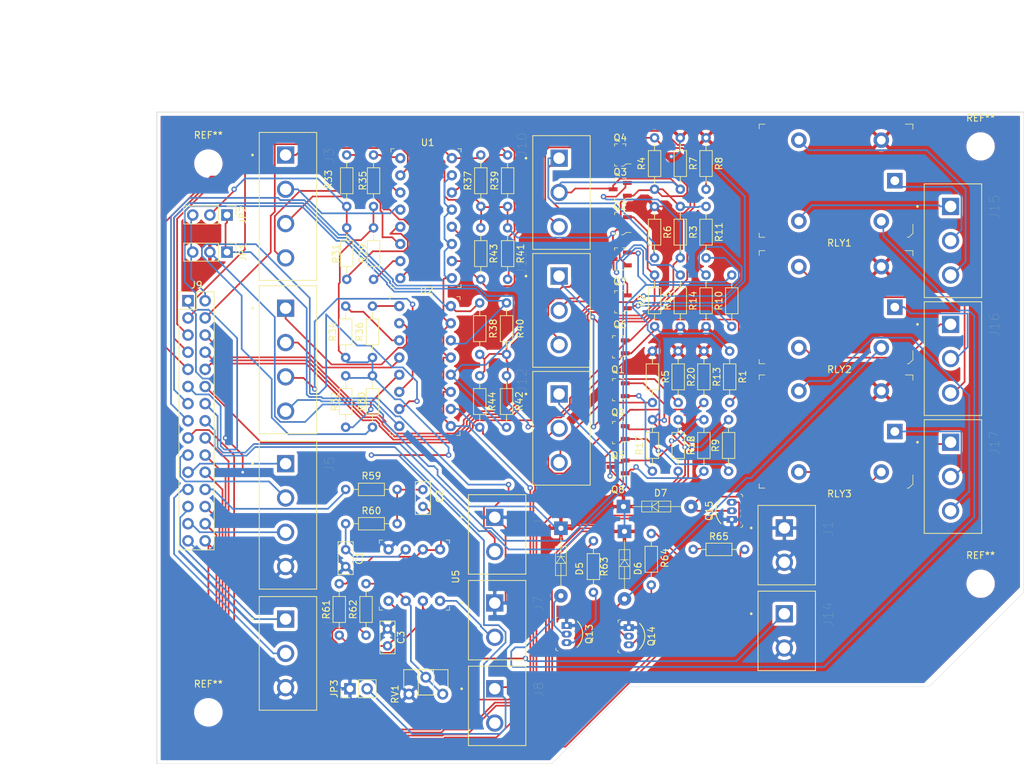
<source format=kicad_pcb>
(kicad_pcb (version 20171130) (host pcbnew "(5.1.5)-3")
  (layers (0 F.Cu signal) (31 B.Cu signal) (34 B.Paste user) (35 F.Paste user) (36 B.SilkS user) (37 F.SilkS user) (38 B.Mask user) (39 F.Mask user) (44 Edge.Cuts user))
  (net 0 "")
  (net 1 GND)
  (net 2 "Net-(C2-Pad1)")
  (net 3 EXT_5V)
  (net 4 "/Opto-isolated switches/SW_YMAX")
  (net 5 "/Opto-isolated switches/SW_YMIN")
  (net 6 "/Opto-isolated switches/SW_XMAX")
  (net 7 "/Opto-isolated switches/SW_XMIN")
  (net 8 "/Opto-isolated switches/SW_ZMAX")
  (net 9 "/Opto-isolated switches/SW_ZMIN")
  (net 10 "/Opto-isolated switches/SW_Probe")
  (net 11 +12V)
  (net 12 +3V3)
  (net 13 MCU_5V)
  (net 14 "/PWM to V converter/OUT_Spn_10V_0")
  (net 15 /Relays/Relay_NC_1)
  (net 16 /Relays/Relay_NO_1)
  (net 17 /Relays/Relay_NC_2)
  (net 18 /Relays/Relay_NO_2)
  (net 19 /Relays/Relay_NC_3)
  (net 20 /Relays/Relay_NO_3)
  (net 21 +5V)
  (net 22 "Net-(C1-Pad2)")
  (net 23 "Net-(C2-Pad2)")
  (net 24 "Net-(C3-Pad1)")
  (net 25 "Net-(D5-Pad2)")
  (net 26 "Net-(D6-Pad2)")
  (net 27 "Net-(D7-Pad2)")
  (net 28 OPTO_5V)
  (net 29 OPTO_GND)
  (net 30 "/Level Shifters/HV_3")
  (net 31 "/Level Shifters/HV_2")
  (net 32 "/Level Shifters/HV_1")
  (net 33 "/Level Shifters/HV_4")
  (net 34 "/Level Shifters/HV_5")
  (net 35 "/Level Shifters/HV_6")
  (net 36 "/Level Shifters/HV_9")
  (net 37 "/Level Shifters/HV_8")
  (net 38 "/Level Shifters/HV_7")
  (net 39 /Relays/Relay_COM_1)
  (net 40 /Relays/Relay_COM_2)
  (net 41 /Relays/Relay_COM_3)
  (net 42 "Net-(Q6-Pad1)")
  (net 43 "Net-(Q8-Pad1)")
  (net 44 "Net-(Q9-Pad1)")
  (net 45 "Net-(R29-Pad2)")
  (net 46 "Net-(R30-Pad2)")
  (net 47 "Net-(R31-Pad2)")
  (net 48 "Net-(R32-Pad2)")
  (net 49 "Net-(R33-Pad2)")
  (net 50 "Net-(R34-Pad2)")
  (net 51 "Net-(R35-Pad2)")
  (net 52 "Net-(R36-Pad2)")
  (net 53 "Net-(R62-Pad2)")
  (net 54 "Net-(Q13-Pad3)")
  (net 55 "Net-(Q14-Pad3)")
  (net 56 "Net-(Q15-Pad3)")
  (net 57 Door)
  (net 58 Reset)
  (net 59 Probe)
  (net 60 Feed_Hold)
  (net 61 Cycle_Start)
  (net 62 E_Stop)
  (net 63 "/Opto-isolated switches/SW_Extra")
  (net 64 IN_Relay_3)
  (net 65 IN_Relay_1)
  (net 66 SPIN_PWM)
  (net 67 LV_9)
  (net 68 LV_8)
  (net 69 LV_7)
  (net 70 Extra_SW)
  (net 71 LV_6)
  (net 72 LV_5)
  (net 73 LIM_ZMax)
  (net 74 LV_4)
  (net 75 LIM_ZMin)
  (net 76 LV_3)
  (net 77 LIM_YMax)
  (net 78 LV_2)
  (net 79 LIM_YMin)
  (net 80 LV_1)
  (net 81 LIM_XMax)
  (net 82 LIM_XMin)
  (net 83 IN_Relay_2)
  (module MountingHole:MountingHole_3.2mm_M3 (layer F.Cu) (at 166.37 100.33)
    (fp_text reference REF** (at 0 -4.2) (layer F.SilkS))
    (fp_text value MountingHole_3.2mm_M3)
    (pad 1 np_thru_hole circle (at 0 0) (size 3.2 3.2) (drill 3.2) (layers *.Cu *.Mask))
  )
  (module MountingHole:MountingHole_3.2mm_M3 (layer F.Cu) (at 166.37 35.56)
    (fp_text reference REF** (at 0 -4.2) (layer F.SilkS))
    (fp_text value MountingHole_3.2mm_M3)
    (pad 1 np_thru_hole circle (at 0 0) (size 3.2 3.2) (drill 3.2) (layers *.Cu *.Mask))
  )
  (module MountingHole:MountingHole_3.2mm_M3 (layer F.Cu) (at 52.07 38.1)
    (fp_text reference REF** (at 0 -4.2) (layer F.SilkS))
    (fp_text value MountingHole_3.2mm_M3)
    (pad 1 np_thru_hole circle (at 0 0) (size 3.2 3.2) (drill 3.2) (layers *.Cu *.Mask))
  )
  (module MountingHole:MountingHole_3.2mm_M3 (layer F.Cu) (at 52.07 119.38)
    (fp_text reference REF** (at 0 -4.2) (layer F.SilkS))
    (fp_text value MountingHole_3.2mm_M3)
    (pad 1 np_thru_hole circle (at 0 0) (size 3.2 3.2) (drill 3.2) (layers *.Cu *.Mask))
  )
  (module Kicad_extra_components:CUI_TBP01R2-508-03BE (layer F.Cu) (at 161.925 79.375 270)
    (fp_text reference J17 (at 0.105 -6.489 90) (layer F.SilkS) (effects (font (size 1.4 1.4) (thickness 0.015))))
    (fp_text value Relay_3)
    (pad 1 thru_hole rect (at 0 0 270) (size 2.55 2.55) (drill 1.7) (layers *.Cu *.Mask) (net 19 /Relays/Relay_NC_3))
    (pad 2 thru_hole circle (at 5.08 0 270) (size 2.55 2.55) (drill 1.7) (layers *.Cu *.Mask) (net 41 /Relays/Relay_COM_3))
    (pad 3 thru_hole circle (at 10.16 0 270) (size 2.55 2.55) (drill 1.7) (layers *.Cu *.Mask) (net 20 /Relays/Relay_NO_3))
  )
  (module Kicad_extra_components:CUI_TBP01R2-508-03BE (layer F.Cu) (at 161.925 61.9125 270)
    (fp_text reference J16 (at 0.105 -6.489 90) (layer F.SilkS) (effects (font (size 1.4 1.4) (thickness 0.015))))
    (fp_text value Relay_2)
    (pad 1 thru_hole rect (at 0 0 270) (size 2.55 2.55) (drill 1.7) (layers *.Cu *.Mask) (net 17 /Relays/Relay_NC_2))
    (pad 2 thru_hole circle (at 5.08 0 270) (size 2.55 2.55) (drill 1.7) (layers *.Cu *.Mask) (net 40 /Relays/Relay_COM_2))
    (pad 3 thru_hole circle (at 10.16 0 270) (size 2.55 2.55) (drill 1.7) (layers *.Cu *.Mask) (net 18 /Relays/Relay_NO_2))
  )
  (module Kicad_extra_components:CUI_TBP01R2-508-03BE (layer F.Cu) (at 161.925 44.45 270)
    (fp_text reference J15 (at 0.105 -6.489 90) (layer F.SilkS) (effects (font (size 1.4 1.4) (thickness 0.015))))
    (fp_text value Relay_1)
    (pad 1 thru_hole rect (at 0 0 270) (size 2.55 2.55) (drill 1.7) (layers *.Cu *.Mask) (net 15 /Relays/Relay_NC_1))
    (pad 2 thru_hole circle (at 5.08 0 270) (size 2.55 2.55) (drill 1.7) (layers *.Cu *.Mask) (net 39 /Relays/Relay_COM_1))
    (pad 3 thru_hole circle (at 10.16 0 270) (size 2.55 2.55) (drill 1.7) (layers *.Cu *.Mask) (net 16 /Relays/Relay_NO_1))
  )
  (module Kicad_extra_components:CUI_TBP01R2-508-03BE (layer F.Cu) (at 103.98125 72.23125 270)
    (fp_text reference J12 (at -2 5.5 90) (layer F.SilkS) (effects (font (size 1.4 1.4) (thickness 0.015))))
    (fp_text value Driver_Z)
    (pad 1 thru_hole rect (at 0 0 270) (size 2.55 2.55) (drill 1.7) (layers *.Cu *.Mask) (net 38 "/Level Shifters/HV_7"))
    (pad 2 thru_hole circle (at 5.08 0 270) (size 2.55 2.55) (drill 1.7) (layers *.Cu *.Mask) (net 37 "/Level Shifters/HV_8"))
    (pad 3 thru_hole circle (at 10.16 0 270) (size 2.55 2.55) (drill 1.7) (layers *.Cu *.Mask) (net 36 "/Level Shifters/HV_9"))
  )
  (module Kicad_extra_components:CUI_TBP01R2-508-03BE (layer F.Cu) (at 103.98125 54.76875 270)
    (fp_text reference J11 (at -2 5.5 90) (layer F.SilkS) (effects (font (size 1.4 1.4) (thickness 0.015))))
    (fp_text value Driver_Y)
    (pad 1 thru_hole rect (at 0 0 270) (size 2.55 2.55) (drill 1.7) (layers *.Cu *.Mask) (net 33 "/Level Shifters/HV_4"))
    (pad 2 thru_hole circle (at 5.08 0 270) (size 2.55 2.55) (drill 1.7) (layers *.Cu *.Mask) (net 34 "/Level Shifters/HV_5"))
    (pad 3 thru_hole circle (at 10.16 0 270) (size 2.55 2.55) (drill 1.7) (layers *.Cu *.Mask) (net 35 "/Level Shifters/HV_6"))
  )
  (module Kicad_extra_components:CUI_TBP01R2-508-03BE (layer F.Cu) (at 103.98125 37.30625 270)
    (fp_text reference J10 (at -2 5.5 90) (layer F.SilkS) (effects (font (size 1.4 1.4) (thickness 0.015))))
    (fp_text value Driver_X)
    (pad 1 thru_hole rect (at 0 0 270) (size 2.55 2.55) (drill 1.7) (layers *.Cu *.Mask) (net 32 "/Level Shifters/HV_1"))
    (pad 2 thru_hole circle (at 5.08 0 270) (size 2.55 2.55) (drill 1.7) (layers *.Cu *.Mask) (net 31 "/Level Shifters/HV_2"))
    (pad 3 thru_hole circle (at 10.16 0 270) (size 2.55 2.55) (drill 1.7) (layers *.Cu *.Mask) (net 30 "/Level Shifters/HV_3"))
  )
  (module Kicad_extra_components:CUI_TBP01R2-508-03BE (layer F.Cu) (at 63.5 105.56875 270)
    (fp_text reference J6 (at 0.105 -6.489 90) (layer F.SilkS) (effects (font (size 1.4 1.4) (thickness 0.015))))
    (fp_text value "Extra SW 1")
    (pad 1 thru_hole rect (at 0 0 270) (size 2.55 2.55) (drill 1.7) (layers *.Cu *.Mask) (net 61 Cycle_Start))
    (pad 2 thru_hole circle (at 5.08 0 270) (size 2.55 2.55) (drill 1.7) (layers *.Cu *.Mask) (net 62 E_Stop))
    (pad 3 thru_hole circle (at 10.16 0 270) (size 2.55 2.55) (drill 1.7) (layers *.Cu *.Mask) (net 1 GND))
  )
  (module Kicad_extra_components:CUI_TBP01R2-508-02BE (layer F.Cu) (at 137.31875 104.775 270)
    (fp_text reference J14 (at 0.105 -6.489 90) (layer F.SilkS) (effects (font (size 1.4 1.4) (thickness 0.015))))
    (fp_text value Spin_10V)
    (pad 1 thru_hole rect (at 0 0 270) (size 2.55 2.55) (drill 1.7) (layers *.Cu *.Mask) (net 14 "/PWM to V converter/OUT_Spn_10V_0"))
    (pad 2 thru_hole circle (at 5.08 0 270) (size 2.55 2.55) (drill 1.7) (layers *.Cu *.Mask) (net 1 GND))
  )
  (module Kicad_extra_components:CUI_TBP01R2-508-02BE (layer F.Cu) (at 94.45625 115.8875 270)
    (fp_text reference J8 (at 0.105 -6.489 90) (layer F.SilkS) (effects (font (size 1.4 1.4) (thickness 0.015))))
    (fp_text value OPTO_5V)
    (pad 1 thru_hole rect (at 0 0 270) (size 2.55 2.55) (drill 1.7) (layers *.Cu *.Mask) (net 29 OPTO_GND))
    (pad 2 thru_hole circle (at 5.08 0 270) (size 2.55 2.55) (drill 1.7) (layers *.Cu *.Mask) (net 28 OPTO_5V))
  )
  (module Kicad_extra_components:CUI_TBP01R2-508-02BE (layer F.Cu) (at 94.45625 103.1875 270)
    (fp_text reference J7 (at 0.105 -6.489 90) (layer F.SilkS) (effects (font (size 1.4 1.4) (thickness 0.015))))
    (fp_text value EXT_12V)
    (pad 1 thru_hole rect (at 0 0 270) (size 2.55 2.55) (drill 1.7) (layers *.Cu *.Mask) (net 1 GND))
    (pad 2 thru_hole circle (at 5.08 0 270) (size 2.55 2.55) (drill 1.7) (layers *.Cu *.Mask) (net 11 +12V))
  )
  (module Kicad_extra_components:CUI_TBP01R2-508-02BE (layer F.Cu) (at 94.45625 90.4875 270)
    (fp_text reference J2 (at 0.105 -6.489 90) (layer F.SilkS) (effects (font (size 1.4 1.4) (thickness 0.015))))
    (fp_text value EXT_5V)
    (pad 1 thru_hole rect (at 0 0 270) (size 2.55 2.55) (drill 1.7) (layers *.Cu *.Mask) (net 1 GND))
    (pad 2 thru_hole circle (at 5.08 0 270) (size 2.55 2.55) (drill 1.7) (layers *.Cu *.Mask) (net 3 EXT_5V))
  )
  (module Kicad_extra_components:CUI_TBP01R2-508-02BE (layer F.Cu) (at 137.31875 92.075 270)
    (fp_text reference J1 (at 0.105 -6.489 90) (layer F.SilkS) (effects (font (size 1.4 1.4) (thickness 0.015))))
    (fp_text value GND)
    (pad 1 thru_hole rect (at 0 0 270) (size 2.55 2.55) (drill 1.7) (layers *.Cu *.Mask) (net 1 GND))
    (pad 2 thru_hole circle (at 5.08 0 270) (size 2.55 2.55) (drill 1.7) (layers *.Cu *.Mask) (net 1 GND))
  )
  (module Kicad_extra_components:CUI_TBP01R2-508-04BE (layer F.Cu) (at 63.5 82.55 270)
    (fp_text reference J5 (at 0.105 -6.489 90) (layer F.SilkS) (effects (font (size 1.4 1.4) (thickness 0.015))))
    (fp_text value "Extra SW 0")
    (pad 4 thru_hole circle (at 15.24 0 270) (size 2.55 2.55) (drill 1.7) (layers *.Cu *.Mask) (net 1 GND))
    (pad 3 thru_hole circle (at 10.16 0 270) (size 2.55 2.55) (drill 1.7) (layers *.Cu *.Mask) (net 60 Feed_Hold))
    (pad 2 thru_hole circle (at 5.08 0 270) (size 2.55 2.55) (drill 1.7) (layers *.Cu *.Mask) (net 58 Reset))
    (pad 1 thru_hole rect (at 0 0 270) (size 2.55 2.55) (drill 1.7) (layers *.Cu *.Mask) (net 57 Door))
  )
  (module Kicad_extra_components:CUI_TBP01R2-508-04BE (layer F.Cu) (at 63.5 59.53125 270)
    (fp_text reference J4 (at 0.105 -6.489 90) (layer F.SilkS) (effects (font (size 1.4 1.4) (thickness 0.015))))
    (fp_text value "Limit SW_ZA")
    (pad 4 thru_hole circle (at 15.24 0 270) (size 2.55 2.55) (drill 1.7) (layers *.Cu *.Mask) (net 63 "/Opto-isolated switches/SW_Extra"))
    (pad 3 thru_hole circle (at 10.16 0 270) (size 2.55 2.55) (drill 1.7) (layers *.Cu *.Mask) (net 10 "/Opto-isolated switches/SW_Probe"))
    (pad 2 thru_hole circle (at 5.08 0 270) (size 2.55 2.55) (drill 1.7) (layers *.Cu *.Mask) (net 8 "/Opto-isolated switches/SW_ZMAX"))
    (pad 1 thru_hole rect (at 0 0 270) (size 2.55 2.55) (drill 1.7) (layers *.Cu *.Mask) (net 9 "/Opto-isolated switches/SW_ZMIN"))
  )
  (module Kicad_extra_components:CUI_TBP01R2-508-04BE (layer F.Cu) (at 63.5 36.83 270)
    (fp_text reference J3 (at 0.105 -6.489 90) (layer F.SilkS) (effects (font (size 1.4 1.4) (thickness 0.015))))
    (fp_text value "Limit SW_XY")
    (pad 4 thru_hole circle (at 15.24 0 270) (size 2.55 2.55) (drill 1.7) (layers *.Cu *.Mask) (net 4 "/Opto-isolated switches/SW_YMAX"))
    (pad 3 thru_hole circle (at 10.16 0 270) (size 2.55 2.55) (drill 1.7) (layers *.Cu *.Mask) (net 5 "/Opto-isolated switches/SW_YMIN"))
    (pad 2 thru_hole circle (at 5.08 0 270) (size 2.55 2.55) (drill 1.7) (layers *.Cu *.Mask) (net 6 "/Opto-isolated switches/SW_XMAX"))
    (pad 1 thru_hole rect (at 0 0 270) (size 2.55 2.55) (drill 1.7) (layers *.Cu *.Mask) (net 7 "/Opto-isolated switches/SW_XMIN"))
  )
  (module digikey-footprints:SOCKET_DIP-8_7.62mm_Conn (layer F.Cu) (at 86.36 95.25 270)
    (fp_text reference U5 (at 4.04 -2.32 90) (layer F.SilkS))
    (fp_text value LM358P)
    (pad 8 thru_hole circle (at 7.62 0 270) (size 1.524 1.524) (drill 0.762) (layers *.Cu *.Mask) (net 11 +12V))
    (pad 7 thru_hole circle (at 7.62 2.54 270) (size 1.524 1.524) (drill 0.762) (layers *.Cu *.Mask) (net 14 "/PWM to V converter/OUT_Spn_10V_0"))
    (pad 6 thru_hole circle (at 7.62 5.08 270) (size 1.524 1.524) (drill 0.762) (layers *.Cu *.Mask) (net 53 "Net-(R62-Pad2)"))
    (pad 5 thru_hole circle (at 7.62 7.62 270) (size 1.524 1.524) (drill 0.762) (layers *.Cu *.Mask) (net 24 "Net-(C3-Pad1)"))
    (pad 4 thru_hole circle (at 0 7.62 270) (size 1.524 1.524) (drill 0.762) (layers *.Cu *.Mask) (net 1 GND))
    (pad 3 thru_hole circle (at 0 5.08 270) (size 1.524 1.524) (drill 0.762) (layers *.Cu *.Mask) (net 22 "Net-(C1-Pad2)"))
    (pad 2 thru_hole circle (at 0 2.54 270) (size 1.524 1.524) (drill 0.762) (layers *.Cu *.Mask) (net 2 "Net-(C2-Pad1)"))
    (pad 1 thru_hole circle (at 0 0 270) (size 1.524 1.524) (drill 0.762) (layers *.Cu *.Mask) (net 2 "Net-(C2-Pad1)"))
  )
  (module digikey-footprints:Socket_DIP-16_7.62mm_Conn (layer F.Cu) (at 80.48625 37.30625)
    (fp_text reference U1 (at 4.04 -2.32) (layer F.SilkS))
    (fp_text value LTV-847)
    (pad 16 thru_hole circle (at 7.62 0) (size 1.524 1.524) (drill 0.762) (layers *.Cu *.Mask) (net 82 LIM_XMin))
    (pad 15 thru_hole circle (at 7.62 2.54) (size 1.524 1.524) (drill 0.762) (layers *.Cu *.Mask) (net 29 OPTO_GND))
    (pad 14 thru_hole circle (at 7.62 5.08) (size 1.524 1.524) (drill 0.762) (layers *.Cu *.Mask) (net 81 LIM_XMax))
    (pad 13 thru_hole circle (at 7.62 7.62) (size 1.524 1.524) (drill 0.762) (layers *.Cu *.Mask) (net 29 OPTO_GND))
    (pad 12 thru_hole circle (at 7.62 10.16) (size 1.524 1.524) (drill 0.762) (layers *.Cu *.Mask) (net 79 LIM_YMin))
    (pad 11 thru_hole circle (at 7.62 12.7) (size 1.524 1.524) (drill 0.762) (layers *.Cu *.Mask) (net 29 OPTO_GND))
    (pad 10 thru_hole circle (at 7.62 15.24) (size 1.524 1.524) (drill 0.762) (layers *.Cu *.Mask) (net 77 LIM_YMax))
    (pad 9 thru_hole circle (at 7.62 17.78) (size 1.524 1.524) (drill 0.762) (layers *.Cu *.Mask) (net 29 OPTO_GND))
    (pad 8 thru_hole circle (at 0 17.78) (size 1.524 1.524) (drill 0.762) (layers *.Cu *.Mask) (net 4 "/Opto-isolated switches/SW_YMAX"))
    (pad 7 thru_hole circle (at 0 15.24) (size 1.524 1.524) (drill 0.762) (layers *.Cu *.Mask) (net 45 "Net-(R29-Pad2)"))
    (pad 6 thru_hole circle (at 0 12.7) (size 1.524 1.524) (drill 0.762) (layers *.Cu *.Mask) (net 5 "/Opto-isolated switches/SW_YMIN"))
    (pad 5 thru_hole circle (at 0 10.16) (size 1.524 1.524) (drill 0.762) (layers *.Cu *.Mask) (net 47 "Net-(R31-Pad2)"))
    (pad 4 thru_hole circle (at 0 7.62) (size 1.524 1.524) (drill 0.762) (layers *.Cu *.Mask) (net 6 "/Opto-isolated switches/SW_XMAX"))
    (pad 3 thru_hole circle (at 0 5.08) (size 1.524 1.524) (drill 0.762) (layers *.Cu *.Mask) (net 49 "Net-(R33-Pad2)"))
    (pad 2 thru_hole circle (at 0 2.54) (size 1.524 1.524) (drill 0.762) (layers *.Cu *.Mask) (net 7 "/Opto-isolated switches/SW_XMIN"))
    (pad 1 thru_hole circle (at 0 0) (size 1.524 1.524) (drill 0.762) (layers *.Cu *.Mask) (net 51 "Net-(R35-Pad2)"))
  )
  (module digikey-footprints:Socket_DIP-16_7.62mm_Conn (layer F.Cu) (at 80.3275 59.21375)
    (fp_text reference U2 (at 4.04 -2.32) (layer F.SilkS))
    (fp_text value LTV-847)
    (pad 16 thru_hole circle (at 7.62 0) (size 1.524 1.524) (drill 0.762) (layers *.Cu *.Mask) (net 75 LIM_ZMin))
    (pad 15 thru_hole circle (at 7.62 2.54) (size 1.524 1.524) (drill 0.762) (layers *.Cu *.Mask) (net 29 OPTO_GND))
    (pad 14 thru_hole circle (at 7.62 5.08) (size 1.524 1.524) (drill 0.762) (layers *.Cu *.Mask) (net 73 LIM_ZMax))
    (pad 13 thru_hole circle (at 7.62 7.62) (size 1.524 1.524) (drill 0.762) (layers *.Cu *.Mask) (net 29 OPTO_GND))
    (pad 12 thru_hole circle (at 7.62 10.16) (size 1.524 1.524) (drill 0.762) (layers *.Cu *.Mask) (net 59 Probe))
    (pad 11 thru_hole circle (at 7.62 12.7) (size 1.524 1.524) (drill 0.762) (layers *.Cu *.Mask) (net 29 OPTO_GND))
    (pad 10 thru_hole circle (at 7.62 15.24) (size 1.524 1.524) (drill 0.762) (layers *.Cu *.Mask) (net 70 Extra_SW))
    (pad 9 thru_hole circle (at 7.62 17.78) (size 1.524 1.524) (drill 0.762) (layers *.Cu *.Mask) (net 29 OPTO_GND))
    (pad 8 thru_hole circle (at 0 17.78) (size 1.524 1.524) (drill 0.762) (layers *.Cu *.Mask) (net 63 "/Opto-isolated switches/SW_Extra"))
    (pad 7 thru_hole circle (at 0 15.24) (size 1.524 1.524) (drill 0.762) (layers *.Cu *.Mask) (net 46 "Net-(R30-Pad2)"))
    (pad 6 thru_hole circle (at 0 12.7) (size 1.524 1.524) (drill 0.762) (layers *.Cu *.Mask) (net 10 "/Opto-isolated switches/SW_Probe"))
    (pad 5 thru_hole circle (at 0 10.16) (size 1.524 1.524) (drill 0.762) (layers *.Cu *.Mask) (net 48 "Net-(R32-Pad2)"))
    (pad 4 thru_hole circle (at 0 7.62) (size 1.524 1.524) (drill 0.762) (layers *.Cu *.Mask) (net 8 "/Opto-isolated switches/SW_ZMAX"))
    (pad 3 thru_hole circle (at 0 5.08) (size 1.524 1.524) (drill 0.762) (layers *.Cu *.Mask) (net 50 "Net-(R34-Pad2)"))
    (pad 2 thru_hole circle (at 0 2.54) (size 1.524 1.524) (drill 0.762) (layers *.Cu *.Mask) (net 9 "/Opto-isolated switches/SW_ZMIN"))
    (pad 1 thru_hole circle (at 0 0) (size 1.524 1.524) (drill 0.762) (layers *.Cu *.Mask) (net 52 "Net-(R36-Pad2)"))
  )
  (module digikey-footprints:Diode_DO-35_P10mm (layer F.Cu) (at 104.24795 92.1131 270)
    (fp_text reference D5 (at 6 -2.74955 90) (layer F.SilkS))
    (fp_text value 1N4148)
    (pad 2 thru_hole circle (at 10 0 270) (size 2 2) (drill 0.76) (layers *.Cu *.Mask) (net 25 "Net-(D5-Pad2)"))
    (pad 1 thru_hole rect (at 0 0 270) (size 2 2) (drill 0.76) (layers *.Cu *.Mask) (net 21 +5V))
  )
  (module digikey-footprints:Diode_DO-35_P10mm (layer F.Cu) (at 113.65865 92.583 270)
    (fp_text reference D6 (at 5.5 -2 90) (layer F.SilkS))
    (fp_text value 1N4148)
    (pad 2 thru_hole circle (at 10 0 270) (size 2 2) (drill 0.76) (layers *.Cu *.Mask) (net 26 "Net-(D6-Pad2)"))
    (pad 1 thru_hole rect (at 0 0 270) (size 2 2) (drill 0.76) (layers *.Cu *.Mask) (net 21 +5V))
  )
  (module digikey-footprints:Diode_DO-35_P10mm (layer F.Cu) (at 113.50625 88.9)
    (fp_text reference D7 (at 5.5 -2) (layer F.SilkS))
    (fp_text value 1N4148)
    (pad 2 thru_hole circle (at 10 0) (size 2 2) (drill 0.76) (layers *.Cu *.Mask) (net 27 "Net-(D7-Pad2)"))
    (pad 1 thru_hole rect (at 0 0) (size 2 2) (drill 0.76) (layers *.Cu *.Mask) (net 21 +5V))
  )
  (module digikey-footprints:SOT-23-3 (layer F.Cu) (at 112.7125 65.24625 180)
    (fp_text reference Q1 (at 0.025 -3.375) (layer F.SilkS))
    (fp_text value BSS138)
    (pad 1 smd rect (at -1.05 -0.95 180) (size 1.3 0.6) (layers F.Cu F.Paste F.Mask) (net 12 +3V3))
    (pad 2 smd rect (at -1.05 0.95 180) (size 1.3 0.6) (layers F.Cu F.Paste F.Mask) (net 74 LV_4))
    (pad 3 smd rect (at 1.05 0 180) (size 1.3 0.6) (layers F.Cu F.Paste F.Mask) (net 33 "/Level Shifters/HV_4"))
  )
  (module digikey-footprints:SOT-23-3 (layer F.Cu) (at 113.03 46.99 180)
    (fp_text reference Q2 (at 0 2.54) (layer F.SilkS))
    (fp_text value BSS138)
    (pad 1 smd rect (at -1.05 -0.95 180) (size 1.3 0.6) (layers F.Cu F.Paste F.Mask) (net 12 +3V3))
    (pad 2 smd rect (at -1.05 0.95 180) (size 1.3 0.6) (layers F.Cu F.Paste F.Mask) (net 80 LV_1))
    (pad 3 smd rect (at 1.05 0 180) (size 1.3 0.6) (layers F.Cu F.Paste F.Mask) (net 32 "/Level Shifters/HV_1"))
  )
  (module digikey-footprints:SOT-23-3 (layer F.Cu) (at 113.03 41.91 180)
    (fp_text reference Q3 (at 0 2.54) (layer F.SilkS))
    (fp_text value BSS138)
    (pad 1 smd rect (at -1.05 -0.95 180) (size 1.3 0.6) (layers F.Cu F.Paste F.Mask) (net 12 +3V3))
    (pad 2 smd rect (at -1.05 0.95 180) (size 1.3 0.6) (layers F.Cu F.Paste F.Mask) (net 78 LV_2))
    (pad 3 smd rect (at 1.05 0 180) (size 1.3 0.6) (layers F.Cu F.Paste F.Mask) (net 31 "/Level Shifters/HV_2"))
  )
  (module digikey-footprints:SOT-23-3 (layer F.Cu) (at 113.03 36.83 180)
    (fp_text reference Q4 (at 0 2.54) (layer F.SilkS))
    (fp_text value BSS138)
    (pad 1 smd rect (at -1.05 -0.95 180) (size 1.3 0.6) (layers F.Cu F.Paste F.Mask) (net 12 +3V3))
    (pad 2 smd rect (at -1.05 0.95 180) (size 1.3 0.6) (layers F.Cu F.Paste F.Mask) (net 76 LV_3))
    (pad 3 smd rect (at 1.05 0 180) (size 1.3 0.6) (layers F.Cu F.Paste F.Mask) (net 30 "/Level Shifters/HV_3"))
  )
  (module digikey-footprints:SOT-23-3 (layer F.Cu) (at 112.7125 77.94625 180)
    (fp_text reference Q5 (at 0.025 -3.375) (layer F.SilkS))
    (fp_text value BSS138)
    (pad 1 smd rect (at -1.05 -0.95 180) (size 1.3 0.6) (layers F.Cu F.Paste F.Mask) (net 12 +3V3))
    (pad 2 smd rect (at -1.05 0.95 180) (size 1.3 0.6) (layers F.Cu F.Paste F.Mask) (net 68 LV_8))
    (pad 3 smd rect (at 1.05 0 180) (size 1.3 0.6) (layers F.Cu F.Paste F.Mask) (net 37 "/Level Shifters/HV_8"))
  )
  (module digikey-footprints:SOT-23-3 (layer F.Cu) (at 113.03 58.57875 180)
    (fp_text reference Q6 (at 0.025 -3.375) (layer F.SilkS))
    (fp_text value BSS138)
    (pad 1 smd rect (at -1.05 -0.95 180) (size 1.3 0.6) (layers F.Cu F.Paste F.Mask) (net 42 "Net-(Q6-Pad1)"))
    (pad 2 smd rect (at -1.05 0.95 180) (size 1.3 0.6) (layers F.Cu F.Paste F.Mask) (net 72 LV_5))
    (pad 3 smd rect (at 1.05 0 180) (size 1.3 0.6) (layers F.Cu F.Paste F.Mask) (net 34 "/Level Shifters/HV_5"))
  )
  (module digikey-footprints:SOT-23-3 (layer F.Cu) (at 113.03 52.22875 180)
    (fp_text reference Q7 (at 0.025 -3.375) (layer F.SilkS))
    (fp_text value BSS138)
    (pad 1 smd rect (at -1.05 -0.95 180) (size 1.3 0.6) (layers F.Cu F.Paste F.Mask) (net 12 +3V3))
    (pad 2 smd rect (at -1.05 0.95 180) (size 1.3 0.6) (layers F.Cu F.Paste F.Mask) (net 71 LV_6))
    (pad 3 smd rect (at 1.05 0 180) (size 1.3 0.6) (layers F.Cu F.Paste F.Mask) (net 35 "/Level Shifters/HV_6"))
  )
  (module digikey-footprints:SOT-23-3 (layer F.Cu) (at 112.7125 83.02625 180)
    (fp_text reference Q8 (at 0.025 -3.375) (layer F.SilkS))
    (fp_text value BSS138)
    (pad 1 smd rect (at -1.05 -0.95 180) (size 1.3 0.6) (layers F.Cu F.Paste F.Mask) (net 43 "Net-(Q8-Pad1)"))
    (pad 2 smd rect (at -1.05 0.95 180) (size 1.3 0.6) (layers F.Cu F.Paste F.Mask) (net 69 LV_7))
    (pad 3 smd rect (at 1.05 0 180) (size 1.3 0.6) (layers F.Cu F.Paste F.Mask) (net 38 "/Level Shifters/HV_7"))
  )
  (module digikey-footprints:SOT-23-3 (layer F.Cu) (at 112.7125 71.59625 180)
    (fp_text reference Q9 (at 0.025 -3.375) (layer F.SilkS))
    (fp_text value BSS138)
    (pad 1 smd rect (at -1.05 -0.95 180) (size 1.3 0.6) (layers F.Cu F.Paste F.Mask) (net 44 "Net-(Q9-Pad1)"))
    (pad 2 smd rect (at -1.05 0.95 180) (size 1.3 0.6) (layers F.Cu F.Paste F.Mask) (net 67 LV_9))
    (pad 3 smd rect (at 1.05 0 180) (size 1.3 0.6) (layers F.Cu F.Paste F.Mask) (net 36 "/Level Shifters/HV_9"))
  )
  (module digikey-footprints:TO-92-3 (layer F.Cu) (at 105.0925 106.52125 270)
    (fp_text reference Q13 (at 1.27 -3.35 90) (layer F.SilkS))
    (fp_text value 2N3904)
    (pad 1 thru_hole rect (at 0 0 90) (size 1 1.5) (drill 0.55) (layers *.Cu *.Mask) (net 1 GND))
    (pad 3 thru_hole oval (at 2.54 0 90) (size 1 1.5) (drill 0.55) (layers *.Cu *.Mask) (net 54 "Net-(Q13-Pad3)"))
    (pad 2 thru_hole oval (at 1.27 0 90) (size 1 1.5) (drill 0.55) (layers *.Cu *.Mask) (net 25 "Net-(D5-Pad2)"))
  )
  (module digikey-footprints:TO-92-3 (layer F.Cu) (at 114.3 106.83875 270)
    (fp_text reference Q14 (at 1.27 -3.35 90) (layer F.SilkS))
    (fp_text value 2N3904)
    (pad 1 thru_hole rect (at 0 0 90) (size 1 1.5) (drill 0.55) (layers *.Cu *.Mask) (net 1 GND))
    (pad 3 thru_hole oval (at 2.54 0 90) (size 1 1.5) (drill 0.55) (layers *.Cu *.Mask) (net 55 "Net-(Q14-Pad3)"))
    (pad 2 thru_hole oval (at 1.27 0 90) (size 1 1.5) (drill 0.55) (layers *.Cu *.Mask) (net 26 "Net-(D6-Pad2)"))
  )
  (module digikey-footprints:TO-92-3 (layer F.Cu) (at 129.54 90.805 90)
    (fp_text reference Q15 (at 1.27 -3.35 90) (layer F.SilkS))
    (fp_text value 2N3904)
    (pad 1 thru_hole rect (at 0 0 270) (size 1 1.5) (drill 0.55) (layers *.Cu *.Mask) (net 1 GND))
    (pad 3 thru_hole oval (at 2.54 0 270) (size 1 1.5) (drill 0.55) (layers *.Cu *.Mask) (net 56 "Net-(Q15-Pad3)"))
    (pad 2 thru_hole oval (at 1.27 0 270) (size 1 1.5) (drill 0.55) (layers *.Cu *.Mask) (net 27 "Net-(D7-Pad2)"))
  )
  (module digikey-footprints:Relay_THT_G5LE-14 (layer F.Cu) (at 153.67 77.7875 180)
    (fp_text reference RLY3 (at 8.2 -9.225) (layer F.SilkS))
    (fp_text value G5LE-14_DC5)
    (pad 4 thru_hole circle (at 14.2 -6 180) (size 2.3 2.3) (drill 1.3) (layers *.Cu *.Mask) (net 19 /Relays/Relay_NC_3))
    (pad 3 thru_hole circle (at 14.2 6 180) (size 2.3 2.3) (drill 1.3) (layers *.Cu *.Mask) (net 20 /Relays/Relay_NO_3))
    (pad 5 thru_hole circle (at 2 -6 180) (size 2.3 2.3) (drill 1.3) (layers *.Cu *.Mask) (net 27 "Net-(D7-Pad2)"))
    (pad 2 thru_hole circle (at 2 6 180) (size 2.3 2.3) (drill 1.3) (layers *.Cu *.Mask) (net 21 +5V))
    (pad 1 thru_hole rect (at 0 0 180) (size 2.3 2.3) (drill 1.3) (layers *.Cu *.Mask) (net 41 /Relays/Relay_COM_3))
  )
  (module digikey-footprints:Relay_THT_G5LE-14 (layer F.Cu) (at 153.67 59.3725 180)
    (fp_text reference RLY2 (at 8.2 -9.225) (layer F.SilkS))
    (fp_text value G5LE-14_DC5)
    (pad 4 thru_hole circle (at 14.2 -6 180) (size 2.3 2.3) (drill 1.3) (layers *.Cu *.Mask) (net 17 /Relays/Relay_NC_2))
    (pad 3 thru_hole circle (at 14.2 6 180) (size 2.3 2.3) (drill 1.3) (layers *.Cu *.Mask) (net 18 /Relays/Relay_NO_2))
    (pad 5 thru_hole circle (at 2 -6 180) (size 2.3 2.3) (drill 1.3) (layers *.Cu *.Mask) (net 26 "Net-(D6-Pad2)"))
    (pad 2 thru_hole circle (at 2 6 180) (size 2.3 2.3) (drill 1.3) (layers *.Cu *.Mask) (net 21 +5V))
    (pad 1 thru_hole rect (at 0 0 180) (size 2.3 2.3) (drill 1.3) (layers *.Cu *.Mask) (net 40 /Relays/Relay_COM_2))
  )
  (module digikey-footprints:Relay_THT_G5LE-14 (layer F.Cu) (at 153.67 40.64 180)
    (fp_text reference RLY1 (at 8.2 -9.225) (layer F.SilkS))
    (fp_text value G5LE-14_DC5)
    (pad 4 thru_hole circle (at 14.2 -6 180) (size 2.3 2.3) (drill 1.3) (layers *.Cu *.Mask) (net 15 /Relays/Relay_NC_1))
    (pad 3 thru_hole circle (at 14.2 6 180) (size 2.3 2.3) (drill 1.3) (layers *.Cu *.Mask) (net 16 /Relays/Relay_NO_1))
    (pad 5 thru_hole circle (at 2 -6 180) (size 2.3 2.3) (drill 1.3) (layers *.Cu *.Mask) (net 25 "Net-(D5-Pad2)"))
    (pad 2 thru_hole circle (at 2 6 180) (size 2.3 2.3) (drill 1.3) (layers *.Cu *.Mask) (net 21 +5V))
    (pad 1 thru_hole rect (at 0 0 180) (size 2.3 2.3) (drill 1.3) (layers *.Cu *.Mask) (net 39 /Relays/Relay_COM_1))
  )
  (module Connector_PinHeader_2.54mm:PinHeader_2x15_P2.54mm_Vertical (layer F.Cu) (at 49.05375 58.42)
    (fp_text reference J9 (at 1.27 -2.33) (layer F.SilkS))
    (fp_text value "Signal Input")
    (pad 30 thru_hole oval (at 2.54 35.56) (size 1.7 1.7) (drill 1) (layers *.Cu *.Mask) (net 64 IN_Relay_3))
    (pad 29 thru_hole oval (at 0 35.56) (size 1.7 1.7) (drill 1) (layers *.Cu *.Mask) (net 1 GND))
    (pad 28 thru_hole oval (at 2.54 33.02) (size 1.7 1.7) (drill 1) (layers *.Cu *.Mask) (net 83 IN_Relay_2))
    (pad 27 thru_hole oval (at 0 33.02) (size 1.7 1.7) (drill 1) (layers *.Cu *.Mask) (net 60 Feed_Hold))
    (pad 26 thru_hole oval (at 2.54 30.48) (size 1.7 1.7) (drill 1) (layers *.Cu *.Mask) (net 65 IN_Relay_1))
    (pad 25 thru_hole oval (at 0 30.48) (size 1.7 1.7) (drill 1) (layers *.Cu *.Mask) (net 61 Cycle_Start))
    (pad 24 thru_hole oval (at 2.54 27.94) (size 1.7 1.7) (drill 1) (layers *.Cu *.Mask) (net 66 SPIN_PWM))
    (pad 23 thru_hole oval (at 0 27.94) (size 1.7 1.7) (drill 1) (layers *.Cu *.Mask) (net 62 E_Stop))
    (pad 22 thru_hole oval (at 2.54 25.4) (size 1.7 1.7) (drill 1) (layers *.Cu *.Mask) (net 67 LV_9))
    (pad 21 thru_hole oval (at 0 25.4) (size 1.7 1.7) (drill 1) (layers *.Cu *.Mask) (net 57 Door))
    (pad 20 thru_hole oval (at 2.54 22.86) (size 1.7 1.7) (drill 1) (layers *.Cu *.Mask) (net 68 LV_8))
    (pad 19 thru_hole oval (at 0 22.86) (size 1.7 1.7) (drill 1) (layers *.Cu *.Mask) (net 58 Reset))
    (pad 18 thru_hole oval (at 2.54 20.32) (size 1.7 1.7) (drill 1) (layers *.Cu *.Mask) (net 69 LV_7))
    (pad 17 thru_hole oval (at 0 20.32) (size 1.7 1.7) (drill 1) (layers *.Cu *.Mask) (net 70 Extra_SW))
    (pad 16 thru_hole oval (at 2.54 17.78) (size 1.7 1.7) (drill 1) (layers *.Cu *.Mask) (net 71 LV_6))
    (pad 15 thru_hole oval (at 0 17.78) (size 1.7 1.7) (drill 1) (layers *.Cu *.Mask) (net 59 Probe))
    (pad 14 thru_hole oval (at 2.54 15.24) (size 1.7 1.7) (drill 1) (layers *.Cu *.Mask) (net 72 LV_5))
    (pad 13 thru_hole oval (at 0 15.24) (size 1.7 1.7) (drill 1) (layers *.Cu *.Mask) (net 73 LIM_ZMax))
    (pad 12 thru_hole oval (at 2.54 12.7) (size 1.7 1.7) (drill 1) (layers *.Cu *.Mask) (net 74 LV_4))
    (pad 11 thru_hole oval (at 0 12.7) (size 1.7 1.7) (drill 1) (layers *.Cu *.Mask) (net 75 LIM_ZMin))
    (pad 10 thru_hole oval (at 2.54 10.16) (size 1.7 1.7) (drill 1) (layers *.Cu *.Mask) (net 76 LV_3))
    (pad 9 thru_hole oval (at 0 10.16) (size 1.7 1.7) (drill 1) (layers *.Cu *.Mask) (net 77 LIM_YMax))
    (pad 8 thru_hole oval (at 2.54 7.62) (size 1.7 1.7) (drill 1) (layers *.Cu *.Mask) (net 78 LV_2))
    (pad 7 thru_hole oval (at 0 7.62) (size 1.7 1.7) (drill 1) (layers *.Cu *.Mask) (net 79 LIM_YMin))
    (pad 6 thru_hole oval (at 2.54 5.08) (size 1.7 1.7) (drill 1) (layers *.Cu *.Mask) (net 80 LV_1))
    (pad 5 thru_hole oval (at 0 5.08) (size 1.7 1.7) (drill 1) (layers *.Cu *.Mask) (net 81 LIM_XMax))
    (pad 4 thru_hole oval (at 2.54 2.54) (size 1.7 1.7) (drill 1) (layers *.Cu *.Mask) (net 12 +3V3))
    (pad 3 thru_hole oval (at 0 2.54) (size 1.7 1.7) (drill 1) (layers *.Cu *.Mask) (net 82 LIM_XMin))
    (pad 2 thru_hole oval (at 2.54 0) (size 1.7 1.7) (drill 1) (layers *.Cu *.Mask) (net 13 MCU_5V))
    (pad 1 thru_hole rect (at 0 0) (size 1.7 1.7) (drill 1) (layers *.Cu *.Mask) (net 1 GND))
  )
  (module Resistor_THT:R_Axial_DIN0204_L3.6mm_D1.6mm_P7.62mm_Horizontal (layer F.Cu) (at 123.825 95.25)
    (fp_text reference R65 (at 3.81 -1.92) (layer F.SilkS))
    (fp_text value 2k2)
    (pad 2 thru_hole oval (at 7.62 0) (size 1.4 1.4) (drill 0.7) (layers *.Cu *.Mask) (net 64 IN_Relay_3))
    (pad 1 thru_hole circle (at 0 0) (size 1.4 1.4) (drill 0.7) (layers *.Cu *.Mask) (net 56 "Net-(Q15-Pad3)"))
  )
  (module Resistor_THT:R_Axial_DIN0204_L3.6mm_D1.6mm_P7.62mm_Horizontal (layer F.Cu) (at 117.6274 100.5205 90)
    (fp_text reference R64 (at 4 2 90) (layer F.SilkS))
    (fp_text value 2k2)
    (pad 2 thru_hole oval (at 7.62 0 90) (size 1.4 1.4) (drill 0.7) (layers *.Cu *.Mask) (net 83 IN_Relay_2))
    (pad 1 thru_hole circle (at 0 0 90) (size 1.4 1.4) (drill 0.7) (layers *.Cu *.Mask) (net 55 "Net-(Q14-Pad3)"))
  )
  (module Resistor_THT:R_Axial_DIN0204_L3.6mm_D1.6mm_P7.62mm_Horizontal (layer F.Cu) (at 80.01 86.36 180)
    (fp_text reference R59 (at 3.81 2) (layer F.SilkS))
    (fp_text value 4k7)
    (pad 2 thru_hole oval (at 7.62 0 180) (size 1.4 1.4) (drill 0.7) (layers *.Cu *.Mask) (net 66 SPIN_PWM))
    (pad 1 thru_hole circle (at 0 0 180) (size 1.4 1.4) (drill 0.7) (layers *.Cu *.Mask) (net 23 "Net-(C2-Pad2)"))
  )
  (module Resistor_THT:R_Axial_DIN0204_L3.6mm_D1.6mm_P7.62mm_Horizontal (layer F.Cu) (at 92.23375 69.5325 270)
    (fp_text reference R44 (at 3.81875 -1.80625 90) (layer F.SilkS))
    (fp_text value 4K7)
    (pad 2 thru_hole oval (at 7.62 0 270) (size 1.4 1.4) (drill 0.7) (layers *.Cu *.Mask) (net 70 Extra_SW))
    (pad 1 thru_hole circle (at 0 0 270) (size 1.4 1.4) (drill 0.7) (layers *.Cu *.Mask) (net 12 +3V3))
  )
  (module Resistor_THT:R_Axial_DIN0204_L3.6mm_D1.6mm_P7.62mm_Horizontal (layer F.Cu) (at 92.3925 47.625 270)
    (fp_text reference R43 (at 3.81 -1.92 90) (layer F.SilkS))
    (fp_text value 4K7)
    (pad 2 thru_hole oval (at 7.62 0 270) (size 1.4 1.4) (drill 0.7) (layers *.Cu *.Mask) (net 77 LIM_YMax))
    (pad 1 thru_hole circle (at 0 0 270) (size 1.4 1.4) (drill 0.7) (layers *.Cu *.Mask) (net 12 +3V3))
  )
  (module Resistor_THT:R_Axial_DIN0204_L3.6mm_D1.6mm_P7.62mm_Horizontal (layer F.Cu) (at 96.2025 69.5325 270)
    (fp_text reference R42 (at 3.76875 -1.875 90) (layer F.SilkS))
    (fp_text value 4K7)
    (pad 2 thru_hole oval (at 7.62 0 270) (size 1.4 1.4) (drill 0.7) (layers *.Cu *.Mask) (net 59 Probe))
    (pad 1 thru_hole circle (at 0 0 270) (size 1.4 1.4) (drill 0.7) (layers *.Cu *.Mask) (net 12 +3V3))
  )
  (module Resistor_THT:R_Axial_DIN0204_L3.6mm_D1.6mm_P7.62mm_Horizontal (layer F.Cu) (at 96.36125 47.625 270)
    (fp_text reference R41 (at 3.81 -1.92 90) (layer F.SilkS))
    (fp_text value 4K7)
    (pad 2 thru_hole oval (at 7.62 0 270) (size 1.4 1.4) (drill 0.7) (layers *.Cu *.Mask) (net 79 LIM_YMin))
    (pad 1 thru_hole circle (at 0 0 270) (size 1.4 1.4) (drill 0.7) (layers *.Cu *.Mask) (net 12 +3V3))
  )
  (module Resistor_THT:R_Axial_DIN0204_L3.6mm_D1.6mm_P7.62mm_Horizontal (layer F.Cu) (at 96.2025 66.3575 90)
    (fp_text reference R40 (at 3.81 2 90) (layer F.SilkS))
    (fp_text value 4K7)
    (pad 2 thru_hole oval (at 7.62 0 90) (size 1.4 1.4) (drill 0.7) (layers *.Cu *.Mask) (net 73 LIM_ZMax))
    (pad 1 thru_hole circle (at 0 0 90) (size 1.4 1.4) (drill 0.7) (layers *.Cu *.Mask) (net 12 +3V3))
  )
  (module Resistor_THT:R_Axial_DIN0204_L3.6mm_D1.6mm_P7.62mm_Horizontal (layer F.Cu) (at 96.36125 44.45 90)
    (fp_text reference R39 (at 3.81 -1.92 90) (layer F.SilkS))
    (fp_text value 4K7)
    (pad 2 thru_hole oval (at 7.62 0 90) (size 1.4 1.4) (drill 0.7) (layers *.Cu *.Mask) (net 81 LIM_XMax))
    (pad 1 thru_hole circle (at 0 0 90) (size 1.4 1.4) (drill 0.7) (layers *.Cu *.Mask) (net 12 +3V3))
  )
  (module Resistor_THT:R_Axial_DIN0204_L3.6mm_D1.6mm_P7.62mm_Horizontal (layer F.Cu) (at 92.23375 66.3575 90)
    (fp_text reference R38 (at 3.81 2 90) (layer F.SilkS))
    (fp_text value 4K7)
    (pad 2 thru_hole oval (at 7.62 0 90) (size 1.4 1.4) (drill 0.7) (layers *.Cu *.Mask) (net 75 LIM_ZMin))
    (pad 1 thru_hole circle (at 0 0 90) (size 1.4 1.4) (drill 0.7) (layers *.Cu *.Mask) (net 12 +3V3))
  )
  (module Resistor_THT:R_Axial_DIN0204_L3.6mm_D1.6mm_P7.62mm_Horizontal (layer F.Cu) (at 92.3925 44.45 90)
    (fp_text reference R37 (at 3.81 -1.92 90) (layer F.SilkS))
    (fp_text value 4K7)
    (pad 2 thru_hole oval (at 7.62 0 90) (size 1.4 1.4) (drill 0.7) (layers *.Cu *.Mask) (net 82 LIM_XMin))
    (pad 1 thru_hole circle (at 0 0 90) (size 1.4 1.4) (drill 0.7) (layers *.Cu *.Mask) (net 12 +3V3))
  )
  (module Resistor_THT:R_Axial_DIN0204_L3.6mm_D1.6mm_P7.62mm_Horizontal (layer F.Cu) (at 76.35875 66.83375 90)
    (fp_text reference R36 (at 3.81 -1.92 90) (layer F.SilkS))
    (fp_text value 220R)
    (pad 2 thru_hole oval (at 7.62 0 90) (size 1.4 1.4) (drill 0.7) (layers *.Cu *.Mask) (net 52 "Net-(R36-Pad2)"))
    (pad 1 thru_hole circle (at 0 0 90) (size 1.4 1.4) (drill 0.7) (layers *.Cu *.Mask) (net 28 OPTO_5V))
  )
  (module Resistor_THT:R_Axial_DIN0204_L3.6mm_D1.6mm_P7.62mm_Horizontal (layer F.Cu) (at 76.5175 44.45 90)
    (fp_text reference R35 (at 3.81 -1.5875 90) (layer F.SilkS))
    (fp_text value 220R)
    (pad 2 thru_hole oval (at 7.62 0 90) (size 1.4 1.4) (drill 0.7) (layers *.Cu *.Mask) (net 51 "Net-(R35-Pad2)"))
    (pad 1 thru_hole circle (at 0 0 90) (size 1.4 1.4) (drill 0.7) (layers *.Cu *.Mask) (net 28 OPTO_5V))
  )
  (module Resistor_THT:R_Axial_DIN0204_L3.6mm_D1.6mm_P7.62mm_Horizontal (layer F.Cu) (at 72.39 66.83375 90)
    (fp_text reference R34 (at 3.81 -1.92 90) (layer F.SilkS))
    (fp_text value 220R)
    (pad 2 thru_hole oval (at 7.62 0 90) (size 1.4 1.4) (drill 0.7) (layers *.Cu *.Mask) (net 50 "Net-(R34-Pad2)"))
    (pad 1 thru_hole circle (at 0 0 90) (size 1.4 1.4) (drill 0.7) (layers *.Cu *.Mask) (net 28 OPTO_5V))
  )
  (module Resistor_THT:R_Axial_DIN0204_L3.6mm_D1.6mm_P7.62mm_Horizontal (layer F.Cu) (at 72.54875 44.45 90)
    (fp_text reference R33 (at 3.96875 -2.69875 90) (layer F.SilkS))
    (fp_text value 220R)
    (pad 2 thru_hole oval (at 7.62 0 90) (size 1.4 1.4) (drill 0.7) (layers *.Cu *.Mask) (net 49 "Net-(R33-Pad2)"))
    (pad 1 thru_hole circle (at 0 0 90) (size 1.4 1.4) (drill 0.7) (layers *.Cu *.Mask) (net 28 OPTO_5V))
  )
  (module Resistor_THT:R_Axial_DIN0204_L3.6mm_D1.6mm_P7.62mm_Horizontal (layer F.Cu) (at 72.39 69.5325 270)
    (fp_text reference R32 (at 3.81 1.5875 90) (layer F.SilkS))
    (fp_text value 220R)
    (pad 2 thru_hole oval (at 7.62 0 270) (size 1.4 1.4) (drill 0.7) (layers *.Cu *.Mask) (net 48 "Net-(R32-Pad2)"))
    (pad 1 thru_hole circle (at 0 0 270) (size 1.4 1.4) (drill 0.7) (layers *.Cu *.Mask) (net 28 OPTO_5V))
  )
  (module Resistor_THT:R_Axial_DIN0204_L3.6mm_D1.6mm_P7.62mm_Horizontal (layer F.Cu) (at 72.54875 47.625 270)
    (fp_text reference R31 (at 3.81 1.5875 90) (layer F.SilkS))
    (fp_text value 220R)
    (pad 2 thru_hole oval (at 7.62 0 270) (size 1.4 1.4) (drill 0.7) (layers *.Cu *.Mask) (net 47 "Net-(R31-Pad2)"))
    (pad 1 thru_hole circle (at 0 0 270) (size 1.4 1.4) (drill 0.7) (layers *.Cu *.Mask) (net 28 OPTO_5V))
  )
  (module Resistor_THT:R_Axial_DIN0204_L3.6mm_D1.6mm_P7.62mm_Horizontal (layer F.Cu) (at 76.35875 69.5325 270)
    (fp_text reference R30 (at 3.81 1.5875 90) (layer F.SilkS))
    (fp_text value 220R)
    (pad 2 thru_hole oval (at 7.62 0 270) (size 1.4 1.4) (drill 0.7) (layers *.Cu *.Mask) (net 46 "Net-(R30-Pad2)"))
    (pad 1 thru_hole circle (at 0 0 270) (size 1.4 1.4) (drill 0.7) (layers *.Cu *.Mask) (net 28 OPTO_5V))
  )
  (module Resistor_THT:R_Axial_DIN0204_L3.6mm_D1.6mm_P7.62mm_Horizontal (layer F.Cu) (at 76.5175 47.625 270)
    (fp_text reference R29 (at 3.81 1.5875 90) (layer F.SilkS))
    (fp_text value 220R)
    (pad 2 thru_hole oval (at 7.62 0 270) (size 1.4 1.4) (drill 0.7) (layers *.Cu *.Mask) (net 45 "Net-(R29-Pad2)"))
    (pad 1 thru_hole circle (at 0 0 270) (size 1.4 1.4) (drill 0.7) (layers *.Cu *.Mask) (net 28 OPTO_5V))
  )
  (module Connector_PinHeader_2.54mm:PinHeader_1x03_P2.54mm_Vertical (layer F.Cu) (at 54.83 51.22 270)
    (fp_text reference JP1 (at 0 -2.33 90) (layer F.SilkS))
    (fp_text value "5V Source")
    (pad 3 thru_hole oval (at 0 5.08 270) (size 1.7 1.7) (drill 1) (layers *.Cu *.Mask) (net 13 MCU_5V))
    (pad 2 thru_hole oval (at 0 2.54 270) (size 1.7 1.7) (drill 1) (layers *.Cu *.Mask) (net 21 +5V))
    (pad 1 thru_hole rect (at 0 0 270) (size 1.7 1.7) (drill 1) (layers *.Cu *.Mask) (net 3 EXT_5V))
  )
  (module Capacitor_THT:C_Rect_L4.6mm_W2.0mm_P2.50mm_MKS02_FKP02 (layer F.Cu) (at 83.82 88.9 90)
    (fp_text reference C2 (at 1.5 2.5 90) (layer F.SilkS))
    (fp_text value 10u)
    (pad 2 thru_hole circle (at 2.5 0 90) (size 1.4 1.4) (drill 0.7) (layers *.Cu *.Mask) (net 23 "Net-(C2-Pad2)"))
    (pad 1 thru_hole circle (at 0 0 90) (size 1.4 1.4) (drill 0.7) (layers *.Cu *.Mask) (net 2 "Net-(C2-Pad1)"))
  )
  (module Resistor_THT:R_Axial_DIN0204_L3.6mm_D1.6mm_P7.62mm_Horizontal (layer F.Cu) (at 109.06125 101.6 90)
    (fp_text reference R63 (at 3.81 1.5875 90) (layer F.SilkS))
    (fp_text value 2k2)
    (pad 2 thru_hole oval (at 7.62 0 90) (size 1.4 1.4) (drill 0.7) (layers *.Cu *.Mask) (net 65 IN_Relay_1))
    (pad 1 thru_hole circle (at 0 0 90) (size 1.4 1.4) (drill 0.7) (layers *.Cu *.Mask) (net 54 "Net-(Q13-Pad3)"))
  )
  (module Capacitor_THT:C_Rect_L4.6mm_W2.0mm_P2.50mm_MKS02_FKP02 (layer F.Cu) (at 72.39 97.79 90)
    (fp_text reference C1 (at 1.25 2 90) (layer F.SilkS))
    (fp_text value 10u)
    (pad 2 thru_hole circle (at 2.5 0 90) (size 1.4 1.4) (drill 0.7) (layers *.Cu *.Mask) (net 22 "Net-(C1-Pad2)"))
    (pad 1 thru_hole circle (at 0 0 90) (size 1.4 1.4) (drill 0.7) (layers *.Cu *.Mask) (net 1 GND))
  )
  (module Capacitor_THT:C_Rect_L4.6mm_W2.0mm_P2.50mm_MKS02_FKP02 (layer F.Cu) (at 78.58125 109.5375 90)
    (fp_text reference C3 (at 1.25 2 90) (layer F.SilkS))
    (fp_text value 10u)
    (pad 2 thru_hole circle (at 2.5 0 90) (size 1.4 1.4) (drill 0.7) (layers *.Cu *.Mask) (net 1 GND))
    (pad 1 thru_hole circle (at 0 0 90) (size 1.4 1.4) (drill 0.7) (layers *.Cu *.Mask) (net 24 "Net-(C3-Pad1)"))
  )
  (module Connector_PinHeader_2.54mm:PinHeader_1x03_P2.54mm_Vertical (layer F.Cu) (at 54.83 45.72 270)
    (fp_text reference JP2 (at 0 -2.33 90) (layer F.SilkS))
    (fp_text value Opto_V_Source)
    (pad 3 thru_hole oval (at 0 5.08 270) (size 1.7 1.7) (drill 1) (layers *.Cu *.Mask) (net 13 MCU_5V))
    (pad 2 thru_hole oval (at 0 2.54 270) (size 1.7 1.7) (drill 1) (layers *.Cu *.Mask) (net 28 OPTO_5V))
    (pad 1 thru_hole rect (at 0 0 270) (size 1.7 1.7) (drill 1) (layers *.Cu *.Mask) (net 3 EXT_5V))
  )
  (module Connector_PinHeader_2.54mm:PinHeader_1x02_P2.54mm_Vertical (layer F.Cu) (at 73.025 115.8875 90)
    (fp_text reference JP3 (at 0 -2.33 90) (layer F.SilkS))
    (fp_text value Opto_GND_Source)
    (pad 2 thru_hole oval (at 0 2.54 90) (size 1.7 1.7) (drill 1) (layers *.Cu *.Mask) (net 29 OPTO_GND))
    (pad 1 thru_hole rect (at 0 0 90) (size 1.7 1.7) (drill 1) (layers *.Cu *.Mask) (net 1 GND))
  )
  (module Resistor_THT:R_Axial_DIN0204_L3.6mm_D1.6mm_P7.62mm_Horizontal (layer F.Cu) (at 129.2225 65.88125 270)
    (fp_text reference R1 (at 3.81 -1.92 90) (layer F.SilkS))
    (fp_text value 10k)
    (pad 2 thru_hole oval (at 7.62 0 270) (size 1.4 1.4) (drill 0.7) (layers *.Cu *.Mask) (net 74 LV_4))
    (pad 1 thru_hole circle (at 0 0 270) (size 1.4 1.4) (drill 0.7) (layers *.Cu *.Mask) (net 12 +3V3))
  )
  (module Resistor_THT:R_Axial_DIN0204_L3.6mm_D1.6mm_P7.62mm_Horizontal (layer F.Cu) (at 118.11 62.23 90)
    (fp_text reference R2 (at 3.81 -1.92 90) (layer F.SilkS))
    (fp_text value 10k)
    (pad 2 thru_hole oval (at 7.62 0 90) (size 1.4 1.4) (drill 0.7) (layers *.Cu *.Mask) (net 80 LV_1))
    (pad 1 thru_hole circle (at 0 0 90) (size 1.4 1.4) (drill 0.7) (layers *.Cu *.Mask) (net 12 +3V3))
  )
  (module Resistor_THT:R_Axial_DIN0204_L3.6mm_D1.6mm_P7.62mm_Horizontal (layer F.Cu) (at 121.92 44.45 270)
    (fp_text reference R3 (at 3.81 -1.92 90) (layer F.SilkS))
    (fp_text value 10k)
    (pad 2 thru_hole oval (at 7.62 0 270) (size 1.4 1.4) (drill 0.7) (layers *.Cu *.Mask) (net 78 LV_2))
    (pad 1 thru_hole circle (at 0 0 270) (size 1.4 1.4) (drill 0.7) (layers *.Cu *.Mask) (net 12 +3V3))
  )
  (module Resistor_THT:R_Axial_DIN0204_L3.6mm_D1.6mm_P7.62mm_Horizontal (layer F.Cu) (at 118.11 41.91 90)
    (fp_text reference R4 (at 3.81 -1.92 90) (layer F.SilkS))
    (fp_text value 10k)
    (pad 2 thru_hole oval (at 7.62 0 90) (size 1.4 1.4) (drill 0.7) (layers *.Cu *.Mask) (net 76 LV_3))
    (pad 1 thru_hole circle (at 0 0 90) (size 1.4 1.4) (drill 0.7) (layers *.Cu *.Mask) (net 12 +3V3))
  )
  (module Resistor_THT:R_Axial_DIN0204_L3.6mm_D1.6mm_P7.62mm_Horizontal (layer F.Cu) (at 117.7925 65.88125 270)
    (fp_text reference R5 (at 3.81 -1.92 90) (layer F.SilkS))
    (fp_text value 10k)
    (pad 2 thru_hole oval (at 7.62 0 270) (size 1.4 1.4) (drill 0.7) (layers *.Cu *.Mask) (net 33 "/Level Shifters/HV_4"))
    (pad 1 thru_hole circle (at 0 0 270) (size 1.4 1.4) (drill 0.7) (layers *.Cu *.Mask) (net 21 +5V))
  )
  (module Resistor_THT:R_Axial_DIN0204_L3.6mm_D1.6mm_P7.62mm_Horizontal (layer F.Cu) (at 118.11 44.45 270)
    (fp_text reference R6 (at 3.81 -1.92 90) (layer F.SilkS))
    (fp_text value 10k)
    (pad 2 thru_hole oval (at 7.62 0 270) (size 1.4 1.4) (drill 0.7) (layers *.Cu *.Mask) (net 32 "/Level Shifters/HV_1"))
    (pad 1 thru_hole circle (at 0 0 270) (size 1.4 1.4) (drill 0.7) (layers *.Cu *.Mask) (net 21 +5V))
  )
  (module Resistor_THT:R_Axial_DIN0204_L3.6mm_D1.6mm_P7.62mm_Horizontal (layer F.Cu) (at 121.92 34.29 270)
    (fp_text reference R7 (at 3.81 -1.92 90) (layer F.SilkS))
    (fp_text value 10k)
    (pad 2 thru_hole oval (at 7.62 0 270) (size 1.4 1.4) (drill 0.7) (layers *.Cu *.Mask) (net 31 "/Level Shifters/HV_2"))
    (pad 1 thru_hole circle (at 0 0 270) (size 1.4 1.4) (drill 0.7) (layers *.Cu *.Mask) (net 21 +5V))
  )
  (module Resistor_THT:R_Axial_DIN0204_L3.6mm_D1.6mm_P7.62mm_Horizontal (layer F.Cu) (at 125.73 34.29 270)
    (fp_text reference R8 (at 3.81 -1.92 90) (layer F.SilkS))
    (fp_text value 10k)
    (pad 2 thru_hole oval (at 7.62 0 270) (size 1.4 1.4) (drill 0.7) (layers *.Cu *.Mask) (net 30 "/Level Shifters/HV_3"))
    (pad 1 thru_hole circle (at 0 0 270) (size 1.4 1.4) (drill 0.7) (layers *.Cu *.Mask) (net 21 +5V))
  )
  (module Resistor_THT:R_Axial_DIN0204_L3.6mm_D1.6mm_P7.62mm_Horizontal (layer F.Cu) (at 129.06375 83.66125 90)
    (fp_text reference R9 (at 3.81 -1.92 90) (layer F.SilkS))
    (fp_text value 10k)
    (pad 2 thru_hole oval (at 7.62 0 90) (size 1.4 1.4) (drill 0.7) (layers *.Cu *.Mask) (net 68 LV_8))
    (pad 1 thru_hole circle (at 0 0 90) (size 1.4 1.4) (drill 0.7) (layers *.Cu *.Mask) (net 12 +3V3))
  )
  (module Resistor_THT:R_Axial_DIN0204_L3.6mm_D1.6mm_P7.62mm_Horizontal (layer F.Cu) (at 129.54 62.23 90)
    (fp_text reference R10 (at 3.81 -1.92 90) (layer F.SilkS))
    (fp_text value 10k)
    (pad 2 thru_hole oval (at 7.62 0 90) (size 1.4 1.4) (drill 0.7) (layers *.Cu *.Mask) (net 72 LV_5))
    (pad 1 thru_hole circle (at 0 0 90) (size 1.4 1.4) (drill 0.7) (layers *.Cu *.Mask) (net 42 "Net-(Q6-Pad1)"))
  )
  (module Resistor_THT:R_Axial_DIN0204_L3.6mm_D1.6mm_P7.62mm_Horizontal (layer F.Cu) (at 125.73 44.45 270)
    (fp_text reference R11 (at 3.81 -1.92 90) (layer F.SilkS))
    (fp_text value 10k)
    (pad 2 thru_hole oval (at 7.62 0 270) (size 1.4 1.4) (drill 0.7) (layers *.Cu *.Mask) (net 71 LV_6))
    (pad 1 thru_hole circle (at 0 0 270) (size 1.4 1.4) (drill 0.7) (layers *.Cu *.Mask) (net 12 +3V3))
  )
  (module Resistor_THT:R_Axial_DIN0204_L3.6mm_D1.6mm_P7.62mm_Horizontal (layer F.Cu) (at 125.4125 83.66125 90)
    (fp_text reference R12 (at 3.81 -1.92 90) (layer F.SilkS))
    (fp_text value 10k)
    (pad 2 thru_hole oval (at 7.62 0 90) (size 1.4 1.4) (drill 0.7) (layers *.Cu *.Mask) (net 69 LV_7))
    (pad 1 thru_hole circle (at 0 0 90) (size 1.4 1.4) (drill 0.7) (layers *.Cu *.Mask) (net 43 "Net-(Q8-Pad1)"))
  )
  (module Resistor_THT:R_Axial_DIN0204_L3.6mm_D1.6mm_P7.62mm_Horizontal (layer F.Cu) (at 125.4125 65.88125 270)
    (fp_text reference R13 (at 3.81 -1.92 90) (layer F.SilkS))
    (fp_text value 10k)
    (pad 2 thru_hole oval (at 7.62 0 270) (size 1.4 1.4) (drill 0.7) (layers *.Cu *.Mask) (net 37 "/Level Shifters/HV_8"))
    (pad 1 thru_hole circle (at 0 0 270) (size 1.4 1.4) (drill 0.7) (layers *.Cu *.Mask) (net 21 +5V))
  )
  (module Resistor_THT:R_Axial_DIN0204_L3.6mm_D1.6mm_P7.62mm_Horizontal (layer F.Cu) (at 125.73 62.23 90)
    (fp_text reference R14 (at 3.81 -1.92 90) (layer F.SilkS))
    (fp_text value 10k)
    (pad 2 thru_hole oval (at 7.62 0 90) (size 1.4 1.4) (drill 0.7) (layers *.Cu *.Mask) (net 34 "/Level Shifters/HV_5"))
    (pad 1 thru_hole circle (at 0 0 90) (size 1.4 1.4) (drill 0.7) (layers *.Cu *.Mask) (net 21 +5V))
  )
  (module Resistor_THT:R_Axial_DIN0204_L3.6mm_D1.6mm_P7.62mm_Horizontal (layer F.Cu) (at 121.92 62.23 90)
    (fp_text reference R15 (at 3.81 -1.92 90) (layer F.SilkS))
    (fp_text value 10k)
    (pad 2 thru_hole oval (at 7.62 0 90) (size 1.4 1.4) (drill 0.7) (layers *.Cu *.Mask) (net 35 "/Level Shifters/HV_6"))
    (pad 1 thru_hole circle (at 0 0 90) (size 1.4 1.4) (drill 0.7) (layers *.Cu *.Mask) (net 21 +5V))
  )
  (module Resistor_THT:R_Axial_DIN0204_L3.6mm_D1.6mm_P7.62mm_Horizontal (layer F.Cu) (at 121.6025 76.04125 270)
    (fp_text reference R16 (at 3.81 -1.92 90) (layer F.SilkS))
    (fp_text value 10k)
    (pad 2 thru_hole oval (at 7.62 0 270) (size 1.4 1.4) (drill 0.7) (layers *.Cu *.Mask) (net 38 "/Level Shifters/HV_7"))
    (pad 1 thru_hole circle (at 0 0 270) (size 1.4 1.4) (drill 0.7) (layers *.Cu *.Mask) (net 21 +5V))
  )
  (module Resistor_THT:R_Axial_DIN0204_L3.6mm_D1.6mm_P7.62mm_Horizontal (layer F.Cu) (at 117.7925 83.66125 90)
    (fp_text reference R17 (at 3.81 -1.92 90) (layer F.SilkS))
    (fp_text value 10k)
    (pad 2 thru_hole oval (at 7.62 0 90) (size 1.4 1.4) (drill 0.7) (layers *.Cu *.Mask) (net 67 LV_9))
    (pad 1 thru_hole circle (at 0 0 90) (size 1.4 1.4) (drill 0.7) (layers *.Cu *.Mask) (net 44 "Net-(Q9-Pad1)"))
  )
  (module Resistor_THT:R_Axial_DIN0204_L3.6mm_D1.6mm_P7.62mm_Horizontal (layer F.Cu) (at 121.6025 65.88125 270)
    (fp_text reference R20 (at 3.81 -1.92 90) (layer F.SilkS))
    (fp_text value 10k)
    (pad 2 thru_hole oval (at 7.62 0 270) (size 1.4 1.4) (drill 0.7) (layers *.Cu *.Mask) (net 36 "/Level Shifters/HV_9"))
    (pad 1 thru_hole circle (at 0 0 270) (size 1.4 1.4) (drill 0.7) (layers *.Cu *.Mask) (net 21 +5V))
  )
  (module Resistor_THT:R_Axial_DIN0204_L3.6mm_D1.6mm_P7.62mm_Horizontal (layer F.Cu) (at 72.39 91.44)
    (fp_text reference R60 (at 3.81 -1.92) (layer F.SilkS))
    (fp_text value 4k7)
    (pad 2 thru_hole oval (at 7.62 0) (size 1.4 1.4) (drill 0.7) (layers *.Cu *.Mask) (net 23 "Net-(C2-Pad2)"))
    (pad 1 thru_hole circle (at 0 0) (size 1.4 1.4) (drill 0.7) (layers *.Cu *.Mask) (net 22 "Net-(C1-Pad2)"))
  )
  (module Resistor_THT:R_Axial_DIN0204_L3.6mm_D1.6mm_P7.62mm_Horizontal (layer F.Cu) (at 71.4375 107.95 90)
    (fp_text reference R61 (at 3.81 -1.92 90) (layer F.SilkS))
    (fp_text value 4k7)
    (pad 2 thru_hole oval (at 7.62 0 90) (size 1.4 1.4) (drill 0.7) (layers *.Cu *.Mask) (net 2 "Net-(C2-Pad1)"))
    (pad 1 thru_hole circle (at 0 0 90) (size 1.4 1.4) (drill 0.7) (layers *.Cu *.Mask) (net 24 "Net-(C3-Pad1)"))
  )
  (module Resistor_THT:R_Axial_DIN0204_L3.6mm_D1.6mm_P7.62mm_Horizontal (layer F.Cu) (at 75.40625 107.95 90)
    (fp_text reference R62 (at 3.81 -1.92 90) (layer F.SilkS))
    (fp_text value 10k)
    (pad 2 thru_hole oval (at 7.62 0 90) (size 1.4 1.4) (drill 0.7) (layers *.Cu *.Mask) (net 53 "Net-(R62-Pad2)"))
    (pad 1 thru_hole circle (at 0 0 90) (size 1.4 1.4) (drill 0.7) (layers *.Cu *.Mask) (net 14 "/PWM to V converter/OUT_Spn_10V_0"))
  )
  (module Potentiometer_THT:Potentiometer_ACP_CA6-H2,5_Horizontal (layer F.Cu) (at 81.75625 116.68125 90)
    (fp_text reference RV1 (at 0 -2.06 90) (layer F.SilkS))
    (fp_text value 20k)
    (pad 1 thru_hole circle (at 0 0 90) (size 1.62 1.62) (drill 0.9) (layers *.Cu *.Mask) (net 1 GND))
    (pad 2 thru_hole circle (at 2.5 2.5 90) (size 1.62 1.62) (drill 0.9) (layers *.Cu *.Mask) (net 53 "Net-(R62-Pad2)"))
    (pad 3 thru_hole circle (at 0 5 90) (size 1.62 1.62) (drill 0.9) (layers *.Cu *.Mask) (net 53 "Net-(R62-Pad2)"))
  )
  (gr_line (start 158.75 115.57) (end 152.4 115.57) (layer Edge.Cuts) (width 0.05))
  (gr_line (start 172.72 101.6) (end 158.75 115.57) (layer Edge.Cuts) (width 0.05))
  (gr_line (start 172.72 95.25) (end 172.72 101.6) (layer Edge.Cuts) (width 0.05))
  (gr_line (start 114.3 115.57) (end 152.4 115.57) (layer Edge.Cuts) (width 0.05))
  (gr_line (start 102.87 127) (end 114.3 115.57) (layer Edge.Cuts) (width 0.05))
  (gr_line (start 44.45 127) (end 102.87 127) (layer Edge.Cuts) (width 0.05))
  (gr_line (start 172.72 30.48) (end 172.72 95.25) (layer Edge.Cuts) (width 0.05))
  (gr_line (start 44.45 30.48) (end 172.72 30.48) (layer Edge.Cuts) (width 0.1))
  (gr_line (start 44.45 127) (end 44.45 30.48) (layer Edge.Cuts) (width 0.1))
  (segment (start 109.75 86.625) (end 111.1 86.625) (width 0.25) (layer F.Cu) (net 0))
  (segment (start 52.157751 69.944999) (end 54.61 72.397248) (width 0.25) (layer B.Cu) (net 1))
  (segment (start 51.219747 69.944999) (end 52.157751 69.944999) (width 0.25) (layer B.Cu) (net 1))
  (segment (start 49.05375 58.42) (end 49.05375 59.220998) (width 0.25) (layer B.Cu) (net 1))
  (segment (start 50.228751 68.954003) (end 51.219747 69.944999) (width 0.25) (layer B.Cu) (net 1))
  (segment (start 50.228751 60.395999) (end 50.228751 68.954003) (width 0.25) (layer B.Cu) (net 1))
  (segment (start 49.05375 59.220998) (end 50.228751 60.395999) (width 0.25) (layer B.Cu) (net 1))
  (segment (start 49.05375 93.98) (end 51.59375 96.52) (width 0.25) (layer B.Cu) (net 1))
  (segment (start 51.59375 96.52) (end 53.34 96.52) (width 0.25) (layer B.Cu) (net 1))
  (via (at 57.15 83.82) (size 0.8) (drill 0.4) (layers F.Cu B.Cu) (net 1))
  (segment (start 57.15 81.28) (end 54.61 78.74) (width 0.25) (layer F.Cu) (net 1))
  (segment (start 57.15 83.82) (end 57.15 81.28) (width 0.25) (layer F.Cu) (net 1))
  (via (at 54.61 78.74) (size 0.8) (drill 0.4) (layers F.Cu B.Cu) (net 1))
  (segment (start 54.61 72.397248) (end 54.61 78.74) (width 0.25) (layer B.Cu) (net 1))
  (segment (start 96.056251 103.112499) (end 96.056251 92.006251) (width 0.25) (layer F.Cu) (net 1))
  (segment (start 94.45625 103.1875) (end 95.98125 103.1875) (width 0.25) (layer F.Cu) (net 1))
  (segment (start 95.98125 103.1875) (end 96.056251 103.112499) (width 0.25) (layer F.Cu) (net 1))
  (segment (start 96.056251 92.006251) (end 94.55 90.5) (width 0.25) (layer F.Cu) (net 1))
  (segment (start 76.420448 96.337001) (end 82.812999 96.337001) (width 0.25) (layer F.Cu) (net 2))
  (segment (start 71.4375 100.33) (end 72.427449 100.33) (width 0.25) (layer F.Cu) (net 2))
  (segment (start 72.427449 100.33) (end 76.420448 96.337001) (width 0.25) (layer F.Cu) (net 2))
  (segment (start 82.812999 96.337001) (end 84 95.15) (width 0.25) (layer F.Cu) (net 2))
  (segment (start 84 95.15) (end 84.2 95.35) (width 0.25) (layer F.Cu) (net 2))
  (segment (start 84.2 95.35) (end 86.5 95.35) (width 0.25) (layer F.Cu) (net 2))
  (segment (start 86.5 95.35) (end 86.5 91.25) (width 0.25) (layer F.Cu) (net 2))
  (segment (start 86.5 91.25) (end 83.95 88.7) (width 0.25) (layer F.Cu) (net 2))
  (segment (start 54.83 46.82) (end 54.61 47.04) (width 0.25) (layer F.Cu) (net 3))
  (segment (start 54.83 45.72) (end 54.83 46.82) (width 0.25) (layer F.Cu) (net 3))
  (segment (start 54.61 47.04) (end 54.61 50.8) (width 0.25) (layer F.Cu) (net 3))
  (via (at 96.5 85.65) (size 0.8) (drill 0.4) (layers F.Cu B.Cu) (net 3))
  (segment (start 92.856249 92.022501) (end 94.45 93.616252) (width 0.25) (layer F.Cu) (net 3))
  (segment (start 92.856249 88.952499) (end 92.856249 92.022501) (width 0.25) (layer F.Cu) (net 3))
  (segment (start 92.921249 88.887499) (end 92.856249 88.952499) (width 0.25) (layer F.Cu) (net 3))
  (segment (start 94.45 88.887499) (end 92.921249 88.887499) (width 0.25) (layer F.Cu) (net 3))
  (segment (start 96.5 86.837499) (end 94.45 88.887499) (width 0.25) (layer F.Cu) (net 3))
  (segment (start 96.5 85.65) (end 96.5 86.837499) (width 0.25) (layer F.Cu) (net 3))
  (segment (start 94.45 93.616252) (end 94.45 95.45) (width 0.25) (layer F.Cu) (net 3))
  (segment (start 94.45 95.45) (end 94.5 95.45) (width 0.25) (layer F.Cu) (net 3))
  (segment (start 94.5 95.45) (end 94.6 95.45) (width 0.25) (layer F.Cu) (net 3))
  (segment (start 94.6 95.45) (end 94.65 95.45) (width 0.25) (layer F.Cu) (net 3))
  (segment (start 90.55 85.65) (end 95.934315 85.65) (width 0.25) (layer B.Cu) (net 3))
  (segment (start 54.83 51.22) (end 58.323752 51.22) (width 0.25) (layer B.Cu) (net 3))
  (segment (start 80.440751 75.540751) (end 90.55 85.65) (width 0.25) (layer B.Cu) (net 3))
  (segment (start 66.624987 72.284402) (end 67.015574 72.674989) (width 0.25) (layer B.Cu) (net 3))
  (segment (start 95.934315 85.65) (end 96.5 85.65) (width 0.25) (layer B.Cu) (net 3))
  (segment (start 79.805739 75.540751) (end 80.440751 75.540751) (width 0.25) (layer B.Cu) (net 3))
  (segment (start 77.142432 72.877444) (end 79.805739 75.540751) (width 0.25) (layer B.Cu) (net 3))
  (segment (start 68.983945 72.877444) (end 77.142432 72.877444) (width 0.25) (layer B.Cu) (net 3))
  (segment (start 67.015574 72.674989) (end 68.78149 72.674989) (width 0.25) (layer B.Cu) (net 3))
  (segment (start 66.624987 59.521235) (end 66.624987 72.284402) (width 0.25) (layer B.Cu) (net 3))
  (segment (start 68.78149 72.674989) (end 68.983945 72.877444) (width 0.25) (layer B.Cu) (net 3))
  (segment (start 58.323752 51.22) (end 66.624987 59.521235) (width 0.25) (layer B.Cu) (net 3))
  (segment (start 80.330487 46.379249) (end 78.85 44.898762) (width 0.25) (layer F.Cu) (net 4))
  (segment (start 82.023262 47.3945) (end 81.008011 46.379249) (width 0.25) (layer F.Cu) (net 4))
  (segment (start 81.008011 46.379249) (end 80.330487 46.379249) (width 0.25) (layer F.Cu) (net 4))
  (segment (start 80.48625 55.08625) (end 82.023262 53.549238) (width 0.25) (layer F.Cu) (net 4))
  (segment (start 82.023262 53.549238) (end 82.023262 47.3945) (width 0.25) (layer F.Cu) (net 4))
  (segment (start 77.992512 43.771599) (end 76.370913 42.15) (width 0.25) (layer F.Cu) (net 4))
  (segment (start 77.992512 44.898762) (end 77.992512 43.771599) (width 0.25) (layer F.Cu) (net 4))
  (segment (start 78.85 44.898762) (end 77.992512 44.898762) (width 0.25) (layer F.Cu) (net 4))
  (segment (start 65.628002 42.15) (end 61.899999 45.878003) (width 0.25) (layer F.Cu) (net 4))
  (segment (start 76.370913 42.15) (end 65.628002 42.15) (width 0.25) (layer F.Cu) (net 4))
  (segment (start 61.899999 45.878003) (end 61.899999 51.049999) (width 0.25) (layer F.Cu) (net 4))
  (segment (start 61.899999 51.049999) (end 62.95 52.1) (width 0.25) (layer F.Cu) (net 4))
  (segment (start 62.95 52.1) (end 63 52.1) (width 0.25) (layer F.Cu) (net 4))
  (segment (start 67.515012 42.974988) (end 76.55949 42.974988) (width 0.25) (layer F.Cu) (net 5))
  (segment (start 77.542501 45.085162) (end 77.845385 45.388046) (width 0.25) (layer F.Cu) (net 5))
  (segment (start 77.845385 49.018205) (end 79.268205 49.018205) (width 0.25) (layer F.Cu) (net 5))
  (segment (start 79.268205 49.018205) (end 80.4 50.15) (width 0.25) (layer F.Cu) (net 5))
  (segment (start 63.5 46.99) (end 67.515012 42.974988) (width 0.25) (layer F.Cu) (net 5))
  (segment (start 77.845385 45.388046) (end 77.845385 49.018205) (width 0.25) (layer F.Cu) (net 5))
  (segment (start 76.55949 42.974988) (end 77.542501 43.957999) (width 0.25) (layer F.Cu) (net 5))
  (segment (start 77.542501 43.957999) (end 77.542501 45.085162) (width 0.25) (layer F.Cu) (net 5))
  (segment (start 65.303122 41.91) (end 68.868123 45.475001) (width 0.25) (layer B.Cu) (net 6))
  (segment (start 63.5 41.91) (end 65.303122 41.91) (width 0.25) (layer B.Cu) (net 6))
  (segment (start 68.868123 45.475001) (end 78.984999 45.475001) (width 0.25) (layer B.Cu) (net 6))
  (segment (start 78.984999 45.475001) (end 80.01 44.45) (width 0.25) (layer B.Cu) (net 6))
  (segment (start 81.573251 36.784489) (end 81.573251 38.776749) (width 0.25) (layer F.Cu) (net 7))
  (segment (start 80.593761 35.804999) (end 81.573251 36.784489) (width 0.25) (layer F.Cu) (net 7))
  (segment (start 66.050001 35.804999) (end 80.593761 35.804999) (width 0.25) (layer F.Cu) (net 7))
  (segment (start 63.5 36.83) (end 65.025 36.83) (width 0.25) (layer F.Cu) (net 7))
  (segment (start 65.025 36.83) (end 66.050001 35.804999) (width 0.25) (layer F.Cu) (net 7))
  (segment (start 81.573251 38.776749) (end 80.5 39.85) (width 0.25) (layer F.Cu) (net 7))
  (segment (start 69.000634 68.308762) (end 79.141238 68.308762) (width 0.25) (layer F.Cu) (net 8))
  (segment (start 63.5 64.61125) (end 65.303122 64.61125) (width 0.25) (layer F.Cu) (net 8))
  (segment (start 65.303122 64.61125) (end 69.000634 68.308762) (width 0.25) (layer F.Cu) (net 8))
  (segment (start 79.141238 68.308762) (end 80.55 66.9) (width 0.25) (layer F.Cu) (net 8))
  (segment (start 80.849261 65.380751) (end 81.414501 64.815511) (width 0.25) (layer F.Cu) (net 9))
  (segment (start 80.171737 65.380751) (end 80.849261 65.380751) (width 0.25) (layer F.Cu) (net 9))
  (segment (start 77.693737 67.858751) (end 80.171737 65.380751) (width 0.25) (layer F.Cu) (net 9))
  (segment (start 70.302501 67.858751) (end 77.693737 67.858751) (width 0.25) (layer F.Cu) (net 9))
  (segment (start 81.414501 64.815511) (end 81.414501 62.314501) (width 0.25) (layer F.Cu) (net 9))
  (segment (start 63.5 59.53125) (end 63.5 61.05625) (width 0.25) (layer F.Cu) (net 9))
  (segment (start 63.5 61.05625) (end 70.302501 67.858751) (width 0.25) (layer F.Cu) (net 9))
  (segment (start 81.414501 62.314501) (end 80.75 61.65) (width 0.25) (layer F.Cu) (net 9))
  (via (at 82.3 58.95) (size 0.8) (drill 0.4) (layers F.Cu B.Cu) (net 10))
  (segment (start 80.3275 71.91375) (end 82.3 69.94125) (width 0.25) (layer F.Cu) (net 10))
  (segment (start 82.3 69.94125) (end 82.3 58.95) (width 0.25) (layer F.Cu) (net 10))
  (via (at 67.800008 71.499968) (size 0.8) (drill 0.4) (layers F.Cu B.Cu) (net 10))
  (segment (start 67.800008 70.934283) (end 67.800008 71.499968) (width 0.25) (layer B.Cu) (net 10))
  (segment (start 81.476749 58.126749) (end 71.173251 58.126749) (width 0.25) (layer B.Cu) (net 10))
  (segment (start 63.35 69.85) (end 66.15004 69.85) (width 0.25) (layer F.Cu) (net 10))
  (segment (start 71.173251 58.126749) (end 67.800008 61.499992) (width 0.25) (layer B.Cu) (net 10))
  (segment (start 66.15004 69.85) (end 67.400009 71.099969) (width 0.25) (layer F.Cu) (net 10))
  (segment (start 67.400009 71.099969) (end 67.800008 71.499968) (width 0.25) (layer F.Cu) (net 10))
  (segment (start 67.800008 61.499992) (end 67.800008 70.934283) (width 0.25) (layer B.Cu) (net 10))
  (segment (start 82.3 58.95) (end 81.476749 58.126749) (width 0.25) (layer B.Cu) (net 10))
  (segment (start 88.77 102.87) (end 92.406239 106.506239) (width 0.25) (layer B.Cu) (net 11))
  (segment (start 86.36 102.87) (end 88.77 102.87) (width 0.25) (layer B.Cu) (net 11))
  (segment (start 92.406239 106.506239) (end 92.406239 106.656239) (width 0.25) (layer B.Cu) (net 11))
  (segment (start 92.406239 106.656239) (end 94.15 108.4) (width 0.25) (layer B.Cu) (net 11))
  (segment (start 61.899999 35.294999) (end 61.964999 35.229999) (width 0.25) (layer F.Cu) (net 12))
  (segment (start 61.964999 35.229999) (end 84.421237 35.229999) (width 0.25) (layer F.Cu) (net 12))
  (segment (start 84.421237 35.229999) (end 87.019249 37.828011) (width 0.25) (layer F.Cu) (net 12))
  (segment (start 87.019249 42.908011) (end 87.584489 43.473251) (width 0.25) (layer F.Cu) (net 12))
  (segment (start 87.019249 37.828011) (end 87.019249 42.908011) (width 0.25) (layer F.Cu) (net 12))
  (segment (start 61.899999 45.241593) (end 61.899999 35.294999) (width 0.25) (layer F.Cu) (net 12))
  (segment (start 61.299991 51.253759) (end 61.299991 45.841601) (width 0.25) (layer F.Cu) (net 12))
  (segment (start 87.584489 43.473251) (end 91.733251 43.473251) (width 0.25) (layer F.Cu) (net 12))
  (segment (start 51.59375 60.96) (end 61.299991 51.253759) (width 0.25) (layer F.Cu) (net 12))
  (segment (start 91.733251 43.473251) (end 92.71 44.45) (width 0.25) (layer F.Cu) (net 12))
  (segment (start 61.299991 45.841601) (end 61.899999 45.241593) (width 0.25) (layer F.Cu) (net 12))
  (segment (start 92.3925 46.635051) (end 92.45 46.577551) (width 0.25) (layer F.Cu) (net 12))
  (segment (start 92.3925 47.625) (end 92.3925 46.635051) (width 0.25) (layer F.Cu) (net 12))
  (segment (start 92.45 46.577551) (end 92.45 44.7) (width 0.25) (layer F.Cu) (net 12))
  (segment (start 92.45 44.7) (end 92.6 44.55) (width 0.25) (layer F.Cu) (net 12))
  (segment (start 92.6 44.55) (end 96.35 44.55) (width 0.25) (layer F.Cu) (net 12))
  (segment (start 96.35 44.55) (end 96.35 47.4) (width 0.25) (layer F.Cu) (net 12))
  (segment (start 96.35 47.4) (end 96.65 47.7) (width 0.25) (layer F.Cu) (net 12))
  (segment (start 122.412001 42.935001) (end 119.235001 42.935001) (width 0.25) (layer F.Cu) (net 12))
  (segment (start 122.945001 41.417999) (end 122.945001 42.402001) (width 0.25) (layer F.Cu) (net 12))
  (segment (start 119.307002 37.78) (end 122.945001 41.417999) (width 0.25) (layer F.Cu) (net 12))
  (segment (start 122.945001 42.402001) (end 122.412001 42.935001) (width 0.25) (layer F.Cu) (net 12))
  (segment (start 114.08 37.78) (end 119.307002 37.78) (width 0.25) (layer F.Cu) (net 12))
  (segment (start 119.235001 42.935001) (end 118.1 41.8) (width 0.25) (layer F.Cu) (net 12))
  (segment (start 118.11 41.91) (end 119.31 41.91) (width 0.25) (layer F.Cu) (net 12))
  (segment (start 119.31 41.91) (end 121.85 44.45) (width 0.25) (layer F.Cu) (net 12))
  (via (at 111.95 48.45) (size 0.8) (drill 0.4) (layers F.Cu B.Cu) (net 12))
  (segment (start 111.333749 49.066251) (end 111.95 48.45) (width 0.25) (layer B.Cu) (net 12))
  (segment (start 96.36125 47.625) (end 97.802501 49.066251) (width 0.25) (layer B.Cu) (net 12))
  (segment (start 97.802501 49.066251) (end 111.333749 49.066251) (width 0.25) (layer B.Cu) (net 12))
  (segment (start 111.95 48.45) (end 112.5 47.9) (width 0.25) (layer F.Cu) (net 12))
  (segment (start 112.5 47.9) (end 114.3 47.9) (width 0.25) (layer F.Cu) (net 12))
  (segment (start 111.95 49.015685) (end 111.95 48.45) (width 0.25) (layer F.Cu) (net 12))
  (segment (start 111.95 49.935002) (end 111.95 49.015685) (width 0.25) (layer F.Cu) (net 12))
  (segment (start 113.104999 47.314999) (end 113.104999 43.845001) (width 0.25) (layer F.Cu) (net 12))
  (segment (start 114.08 47.94) (end 113.73 47.94) (width 0.25) (layer F.Cu) (net 12))
  (segment (start 113.73 47.94) (end 113.104999 47.314999) (width 0.25) (layer F.Cu) (net 12))
  (segment (start 113.104999 43.845001) (end 114.1 42.85) (width 0.25) (layer F.Cu) (net 12))
  (segment (start 114.98 42.86) (end 115.79 42.05) (width 0.25) (layer F.Cu) (net 12))
  (segment (start 114.08 42.86) (end 114.98 42.86) (width 0.25) (layer F.Cu) (net 12))
  (segment (start 115.79 42.05) (end 118.15 42.05) (width 0.25) (layer F.Cu) (net 12))
  (segment (start 124.740051 44.45) (end 124.640051 44.55) (width 0.25) (layer B.Cu) (net 12))
  (segment (start 125.73 44.45) (end 124.740051 44.45) (width 0.25) (layer B.Cu) (net 12))
  (segment (start 124.640051 44.55) (end 122 44.55) (width 0.25) (layer B.Cu) (net 12))
  (segment (start 103.213249 75.711249) (end 101.9 77.024498) (width 0.25) (layer F.Cu) (net 12))
  (segment (start 113.7625 66.19625) (end 113.7625 66.221413) (width 0.25) (layer F.Cu) (net 12))
  (segment (start 104.272664 75.711249) (end 103.213249 75.711249) (width 0.25) (layer F.Cu) (net 12))
  (segment (start 113.7625 66.221413) (end 104.272664 75.711249) (width 0.25) (layer F.Cu) (net 12))
  (segment (start 114.6625 66.19625) (end 118.2 62.65875) (width 0.25) (layer F.Cu) (net 12))
  (segment (start 113.7625 66.19625) (end 114.6625 66.19625) (width 0.25) (layer F.Cu) (net 12))
  (segment (start 118.2 62.65875) (end 118.2 62.15) (width 0.25) (layer F.Cu) (net 12))
  (segment (start 118.2 62.15) (end 118.175 62.15) (width 0.25) (layer F.Cu) (net 12))
  (segment (start 118.175 62.15) (end 118.1 62.225) (width 0.25) (layer F.Cu) (net 12))
  (segment (start 118.1 62.225) (end 118.025 62.225) (width 0.25) (layer F.Cu) (net 12))
  (segment (start 118.025 62.225) (end 118.125 62.225) (width 0.25) (layer F.Cu) (net 12))
  (segment (start 119.135001 63.255001) (end 126.680001 63.255001) (width 0.25) (layer B.Cu) (net 12))
  (segment (start 118.11 62.23) (end 119.135001 63.255001) (width 0.25) (layer B.Cu) (net 12))
  (segment (start 126.680001 63.255001) (end 129.275 65.85) (width 0.25) (layer B.Cu) (net 12))
  (segment (start 112.955001 50.940003) (end 112.955001 52.130001) (width 0.25) (layer F.Cu) (net 12))
  (segment (start 111.95 49.935002) (end 112.955001 50.940003) (width 0.25) (layer F.Cu) (net 12))
  (segment (start 112.955001 52.130001) (end 113.875 53.05) (width 0.25) (layer F.Cu) (net 12))
  (segment (start 113.875 53.05) (end 113.9 53.05) (width 0.25) (layer F.Cu) (net 12))
  (segment (start 92.933749 68.832501) (end 92.933749 67.058749) (width 0.25) (layer F.Cu) (net 12))
  (segment (start 92.23375 69.5325) (end 92.933749 68.832501) (width 0.25) (layer F.Cu) (net 12))
  (segment (start 92.933749 67.058749) (end 93.692498 66.3) (width 0.25) (layer F.Cu) (net 12))
  (segment (start 93.692498 66.3) (end 95.95 66.3) (width 0.25) (layer F.Cu) (net 12))
  (segment (start 96.2025 67.347449) (end 96.375 67.519949) (width 0.25) (layer F.Cu) (net 12))
  (segment (start 96.2025 66.3575) (end 96.2025 67.347449) (width 0.25) (layer F.Cu) (net 12))
  (segment (start 96.375 67.519949) (end 96.375 69.5) (width 0.25) (layer F.Cu) (net 12))
  (segment (start 101.9 77.024498) (end 99.475502 77.024498) (width 0.25) (layer F.Cu) (net 12))
  (via (at 99.4 77.1) (size 0.8) (drill 0.4) (layers F.Cu B.Cu) (net 12))
  (segment (start 99.475502 77.024498) (end 99.4 77.1) (width 0.25) (layer F.Cu) (net 12))
  (segment (start 99.4 76.534315) (end 96.275 73.409315) (width 0.25) (layer B.Cu) (net 12))
  (segment (start 99.4 77.1) (end 99.4 76.534315) (width 0.25) (layer B.Cu) (net 12))
  (segment (start 96.275 73.409315) (end 96.275 69.55) (width 0.25) (layer B.Cu) (net 12))
  (segment (start 104.456836 56.368751) (end 105.516251 56.368751) (width 0.25) (layer F.Cu) (net 12))
  (segment (start 105.516251 56.368751) (end 111.95 49.935002) (width 0.25) (layer F.Cu) (net 12))
  (segment (start 96.2025 64.623087) (end 104.456836 56.368751) (width 0.25) (layer F.Cu) (net 12))
  (segment (start 96.2025 66.3575) (end 96.2025 64.623087) (width 0.25) (layer F.Cu) (net 12))
  (via (at 118.675 80.625) (size 0.8) (drill 0.4) (layers F.Cu B.Cu) (net 12))
  (segment (start 116.94625 78.89625) (end 118.675 80.625) (width 0.25) (layer F.Cu) (net 12))
  (segment (start 113.7625 78.89625) (end 116.94625 78.89625) (width 0.25) (layer F.Cu) (net 12))
  (segment (start 121.251934 82.636249) (end 128.261249 82.636249) (width 0.25) (layer B.Cu) (net 12))
  (segment (start 118.675 80.625) (end 119.240685 80.625) (width 0.25) (layer B.Cu) (net 12))
  (segment (start 119.240685 80.625) (end 121.251934 82.636249) (width 0.25) (layer B.Cu) (net 12))
  (segment (start 128.261249 82.636249) (end 129.225 83.6) (width 0.25) (layer B.Cu) (net 12))
  (segment (start 103.026849 84.441262) (end 107.908738 84.441262) (width 0.25) (layer F.Cu) (net 12))
  (segment (start 101.9 83.314413) (end 103.026849 84.441262) (width 0.25) (layer F.Cu) (net 12))
  (segment (start 101.9 77.024498) (end 101.9 83.314413) (width 0.25) (layer F.Cu) (net 12))
  (segment (start 107.908738 84.441262) (end 113.45 78.9) (width 0.25) (layer F.Cu) (net 12))
  (segment (start 92.933749 67.058749) (end 92.908749 67.058749) (width 0.25) (layer F.Cu) (net 12))
  (segment (start 92.908749 67.058749) (end 92.25 66.4) (width 0.25) (layer F.Cu) (net 12))
  (segment (start 92.25 66.4) (end 92.25 66.375) (width 0.25) (layer F.Cu) (net 12))
  (segment (start 51.59375 57.217919) (end 49.53 55.154169) (width 0.25) (layer B.Cu) (net 13))
  (segment (start 51.59375 58.42) (end 51.59375 57.217919) (width 0.25) (layer B.Cu) (net 13))
  (segment (start 49.53 55.154169) (end 49.53 50.8) (width 0.25) (layer B.Cu) (net 13))
  (segment (start 49.53 50.8) (end 49.53 45.72) (width 0.25) (layer B.Cu) (net 13))
  (segment (start 79.073251 110.562501) (end 83.8 105.835752) (width 0.25) (layer F.Cu) (net 14))
  (segment (start 72.532999 110.562501) (end 79.073251 110.562501) (width 0.25) (layer F.Cu) (net 14))
  (segment (start 74.381249 106.924999) (end 70.945499 106.924999) (width 0.25) (layer F.Cu) (net 14))
  (segment (start 75.40625 107.95) (end 74.381249 106.924999) (width 0.25) (layer F.Cu) (net 14))
  (segment (start 70.412499 107.457999) (end 70.412499 108.442001) (width 0.25) (layer F.Cu) (net 14))
  (segment (start 70.945499 106.924999) (end 70.412499 107.457999) (width 0.25) (layer F.Cu) (net 14))
  (segment (start 70.412499 108.442001) (end 72.532999 110.562501) (width 0.25) (layer F.Cu) (net 14))
  (segment (start 83.8 105.835752) (end 83.8 102.95) (width 0.25) (layer F.Cu) (net 14))
  (segment (start 83.82 103.94763) (end 91.62237 111.75) (width 0.25) (layer F.Cu) (net 14))
  (segment (start 83.82 102.87) (end 83.82 103.94763) (width 0.25) (layer F.Cu) (net 14))
  (segment (start 91.62237 111.75) (end 91.7 111.75) (width 0.25) (layer F.Cu) (net 14))
  (segment (start 92.05 111.4) (end 99 111.4) (width 0.25) (layer F.Cu) (net 14))
  (via (at 99 111.4) (size 0.8) (drill 0.4) (layers F.Cu B.Cu) (net 14))
  (segment (start 91.7 111.75) (end 92.05 111.4) (width 0.25) (layer F.Cu) (net 14))
  (segment (start 99.399999 111.799999) (end 130.225001 111.799999) (width 0.25) (layer B.Cu) (net 14))
  (segment (start 99 111.4) (end 99.399999 111.799999) (width 0.25) (layer B.Cu) (net 14))
  (segment (start 130.225001 111.799999) (end 137.1 104.925) (width 0.25) (layer B.Cu) (net 14))
  (segment (start 160.4 44.45) (end 160.225 44.275) (width 0.25) (layer B.Cu) (net 15))
  (segment (start 161.925 44.45) (end 160.4 44.45) (width 0.25) (layer B.Cu) (net 15))
  (segment (start 160.225 44.275) (end 141.425 44.275) (width 0.25) (layer B.Cu) (net 15))
  (segment (start 141.425 44.275) (end 139.2 46.5) (width 0.25) (layer B.Cu) (net 15))
  (segment (start 140.945001 36.115001) (end 158.390001 36.115001) (width 0.25) (layer B.Cu) (net 16))
  (segment (start 139.47 34.64) (end 140.945001 36.115001) (width 0.25) (layer B.Cu) (net 16))
  (segment (start 158.390001 36.115001) (end 164.15 41.875) (width 0.25) (layer B.Cu) (net 16))
  (segment (start 164.15 41.875) (end 164.15 52.625) (width 0.25) (layer B.Cu) (net 16))
  (segment (start 164.15 52.625) (end 162.025 54.75) (width 0.25) (layer B.Cu) (net 16))
  (segment (start 155.464999 66.847501) (end 141.672501 66.847501) (width 0.25) (layer F.Cu) (net 17))
  (segment (start 161.925 61.9125) (end 160.4 61.9125) (width 0.25) (layer F.Cu) (net 17))
  (segment (start 160.4 61.9125) (end 155.464999 66.847501) (width 0.25) (layer F.Cu) (net 17))
  (segment (start 141.672501 66.847501) (end 139.8 64.975) (width 0.25) (layer F.Cu) (net 17))
  (segment (start 143.994999 57.897499) (end 163.997499 57.897499) (width 0.25) (layer F.Cu) (net 18))
  (segment (start 139.47 53.3725) (end 143.994999 57.897499) (width 0.25) (layer F.Cu) (net 18))
  (segment (start 163.997499 57.897499) (end 163.997499 70.427501) (width 0.25) (layer F.Cu) (net 18))
  (segment (start 163.997499 70.427501) (end 162.125 72.3) (width 0.25) (layer F.Cu) (net 18))
  (segment (start 141.096345 83.7875) (end 145.233845 79.65) (width 0.25) (layer F.Cu) (net 19))
  (segment (start 139.47 83.7875) (end 141.096345 83.7875) (width 0.25) (layer F.Cu) (net 19))
  (segment (start 145.233845 79.65) (end 161.95 79.65) (width 0.25) (layer F.Cu) (net 19))
  (segment (start 140.945001 70.312499) (end 143.987501 70.312499) (width 0.25) (layer B.Cu) (net 20))
  (segment (start 139.47 71.7875) (end 140.945001 70.312499) (width 0.25) (layer B.Cu) (net 20))
  (segment (start 156.118001 63.897499) (end 164.675 72.454498) (width 0.25) (layer B.Cu) (net 20))
  (segment (start 143.987501 70.312499) (end 150.402501 63.897499) (width 0.25) (layer B.Cu) (net 20))
  (segment (start 150.402501 63.897499) (end 156.118001 63.897499) (width 0.25) (layer B.Cu) (net 20))
  (segment (start 164.675 72.454498) (end 164.675 86.675) (width 0.25) (layer B.Cu) (net 20))
  (segment (start 164.675 86.675) (end 161.675 89.675) (width 0.25) (layer B.Cu) (net 20))
  (segment (start 123.395012 44.491989) (end 123.395012 40.295012) (width 0.25) (layer F.Cu) (net 21))
  (segment (start 122.412001 45.475001) (end 123.395012 44.491989) (width 0.25) (layer F.Cu) (net 21))
  (segment (start 121.427999 45.475001) (end 122.412001 45.475001) (width 0.25) (layer F.Cu) (net 21))
  (segment (start 120.402998 44.45) (end 121.427999 45.475001) (width 0.25) (layer F.Cu) (net 21))
  (segment (start 118.11 44.45) (end 120.402998 44.45) (width 0.25) (layer F.Cu) (net 21))
  (segment (start 123.395012 40.295012) (end 121.85 38.75) (width 0.25) (layer F.Cu) (net 21))
  (via (at 120.6 37.05) (size 0.8) (drill 0.4) (layers F.Cu B.Cu) (net 21))
  (segment (start 121.85 38.75) (end 121.85 38.3) (width 0.25) (layer F.Cu) (net 21))
  (segment (start 121.85 38.3) (end 120.6 37.05) (width 0.25) (layer F.Cu) (net 21))
  (segment (start 121.165685 37.05) (end 121.85 36.365685) (width 0.25) (layer B.Cu) (net 21))
  (segment (start 120.6 37.05) (end 121.165685 37.05) (width 0.25) (layer B.Cu) (net 21))
  (segment (start 121.85 36.365685) (end 121.85 34.3) (width 0.25) (layer B.Cu) (net 21))
  (segment (start 90.612487 88.887499) (end 100.317499 88.887499) (width 0.25) (layer B.Cu) (net 21))
  (segment (start 100.317499 88.887499) (end 104.14 92.71) (width 0.25) (layer B.Cu) (net 21))
  (segment (start 77.949991 76.225003) (end 84.644966 82.919978) (width 0.25) (layer B.Cu) (net 21))
  (segment (start 85.990022 83.4472) (end 85.990022 84.265034) (width 0.25) (layer B.Cu) (net 21))
  (segment (start 84.644966 82.919978) (end 85.4628 82.919978) (width 0.25) (layer B.Cu) (net 21))
  (segment (start 66.390159 76.371251) (end 68.983944 73.777466) (width 0.25) (layer B.Cu) (net 21))
  (segment (start 76.416056 73.777466) (end 77.949991 75.311401) (width 0.25) (layer B.Cu) (net 21))
  (segment (start 85.4628 82.919978) (end 85.990022 83.4472) (width 0.25) (layer B.Cu) (net 21))
  (segment (start 77.949991 75.311401) (end 77.949991 76.225003) (width 0.25) (layer B.Cu) (net 21))
  (segment (start 68.983944 73.777466) (end 76.416056 73.777466) (width 0.25) (layer B.Cu) (net 21))
  (segment (start 85.990022 84.265034) (end 90.612487 88.887499) (width 0.25) (layer B.Cu) (net 21))
  (segment (start 62.731999 76.371251) (end 66.390159 76.371251) (width 0.25) (layer B.Cu) (net 21))
  (segment (start 61.899999 75.539251) (end 62.731999 76.371251) (width 0.25) (layer B.Cu) (net 21))
  (segment (start 61.899999 60.829999) (end 61.899999 75.539251) (width 0.25) (layer B.Cu) (net 21))
  (segment (start 52.29 51.22) (end 61.899999 60.829999) (width 0.25) (layer B.Cu) (net 21))
  (segment (start 113.50625 88.9) (end 112.25625 88.9) (width 0.25) (layer F.Cu) (net 21))
  (segment (start 112.25625 88.9) (end 109.48125 91.675) (width 0.25) (layer F.Cu) (net 21))
  (segment (start 109.48125 91.675) (end 104.35 91.675) (width 0.25) (layer F.Cu) (net 21))
  (segment (start 113.65865 92.583) (end 113.65865 88.89135) (width 0.25) (layer B.Cu) (net 21))
  (segment (start 113.65865 88.89135) (end 113.675 88.875) (width 0.25) (layer B.Cu) (net 21))
  (segment (start 72.39 91.44) (end 72.39 95.16) (width 0.25) (layer B.Cu) (net 22))
  (segment (start 73.567001 96.337001) (end 80.112999 96.337001) (width 0.25) (layer B.Cu) (net 22))
  (segment (start 72.39 95.16) (end 73.567001 96.337001) (width 0.25) (layer B.Cu) (net 22))
  (segment (start 80.112999 96.337001) (end 81.4 95.05) (width 0.25) (layer B.Cu) (net 22))
  (segment (start 81.4 95.05) (end 81.45 95.05) (width 0.25) (layer B.Cu) (net 22))
  (segment (start 83.82 86.4) (end 80.05 86.4) (width 0.25) (layer F.Cu) (net 23))
  (segment (start 80.05 86.4) (end 80.01 86.44) (width 0.25) (layer F.Cu) (net 23))
  (segment (start 80.01 86.44) (end 80.01 91.44) (width 0.25) (layer F.Cu) (net 23))
  (segment (start 71.4375 107.95) (end 73.0375 109.55) (width 0.25) (layer F.Cu) (net 24))
  (segment (start 73.0375 109.55) (end 78.55 109.55) (width 0.25) (layer F.Cu) (net 24))
  (segment (start 78.55 109.55) (end 80.25 107.85) (width 0.25) (layer F.Cu) (net 24))
  (segment (start 80.25 107.85) (end 80.25 104.45) (width 0.25) (layer F.Cu) (net 24))
  (segment (start 80.25 104.45) (end 78.7 102.9) (width 0.25) (layer F.Cu) (net 24))
  (segment (start 103.247951 106.511703) (end 104.561248 107.825) (width 0.25) (layer B.Cu) (net 25))
  (segment (start 104.24795 102.1131) (end 103.247951 103.113099) (width 0.25) (layer B.Cu) (net 25))
  (segment (start 103.247951 103.113099) (end 103.247951 106.511703) (width 0.25) (layer B.Cu) (net 25))
  (segment (start 104.561248 107.825) (end 104.95 107.825) (width 0.25) (layer B.Cu) (net 25))
  (segment (start 163.00999 59.862488) (end 151.975 48.827498) (width 0.25) (layer B.Cu) (net 25))
  (segment (start 96.9 112.4) (end 97.15 112.65) (width 0.25) (layer B.Cu) (net 25))
  (segment (start 97.15 112.65) (end 143.225 112.65) (width 0.25) (layer B.Cu) (net 25))
  (segment (start 143.225 112.65) (end 165.425 90.45) (width 0.25) (layer B.Cu) (net 25))
  (segment (start 96.9 110.35) (end 96.9 112.4) (width 0.25) (layer B.Cu) (net 25))
  (segment (start 165.425 90.45) (end 165.425 60.663589) (width 0.25) (layer B.Cu) (net 25))
  (segment (start 151.975 48.827498) (end 151.975 46.75) (width 0.25) (layer B.Cu) (net 25))
  (segment (start 103.247951 105.452049) (end 98.95 109.75) (width 0.25) (layer B.Cu) (net 25))
  (segment (start 164.623899 59.862488) (end 163.00999 59.862488) (width 0.25) (layer B.Cu) (net 25))
  (segment (start 97.5 109.75) (end 96.9 110.35) (width 0.25) (layer B.Cu) (net 25))
  (segment (start 98.95 109.75) (end 97.5 109.75) (width 0.25) (layer B.Cu) (net 25))
  (segment (start 165.425 60.663589) (end 164.623899 59.862488) (width 0.25) (layer B.Cu) (net 25))
  (segment (start 103.247951 103.113099) (end 103.247951 105.452049) (width 0.25) (layer B.Cu) (net 25))
  (segment (start 112.658651 107.032403) (end 113.801248 108.175) (width 0.25) (layer F.Cu) (net 26))
  (segment (start 113.65865 102.583) (end 112.658651 103.582999) (width 0.25) (layer F.Cu) (net 26))
  (segment (start 112.658651 103.582999) (end 112.658651 107.032403) (width 0.25) (layer F.Cu) (net 26))
  (segment (start 113.801248 108.175) (end 114.05 108.175) (width 0.25) (layer F.Cu) (net 26))
  (segment (start 131.702009 84.686251) (end 114 102.38826) (width 0.25) (layer B.Cu) (net 26))
  (segment (start 151.67 65.3725) (end 132.356249 84.686251) (width 0.25) (layer B.Cu) (net 26))
  (segment (start 132.356249 84.686251) (end 131.702009 84.686251) (width 0.25) (layer B.Cu) (net 26))
  (segment (start 114 102.38826) (end 114 102.65) (width 0.25) (layer B.Cu) (net 26))
  (segment (start 129.54 89.535) (end 124.435 89.535) (width 0.25) (layer F.Cu) (net 27))
  (segment (start 124.435 89.535) (end 123.725 88.825) (width 0.25) (layer F.Cu) (net 27))
  (segment (start 124.96626 87.43999) (end 147.98501 87.43999) (width 0.25) (layer F.Cu) (net 27))
  (segment (start 123.50625 88.9) (end 124.96626 87.43999) (width 0.25) (layer F.Cu) (net 27))
  (segment (start 147.98501 87.43999) (end 151.8 83.625) (width 0.25) (layer F.Cu) (net 27))
  (via (at 76.2 81.28) (size 0.8) (drill 0.4) (layers F.Cu B.Cu) (net 28))
  (segment (start 76.2 69.85) (end 74.93 69.85) (width 0.25) (layer B.Cu) (net 28))
  (segment (start 74.93 69.85) (end 72.39 69.85) (width 0.25) (layer B.Cu) (net 28))
  (segment (start 76.35875 66.83375) (end 76.35875 69.69125) (width 0.25) (layer B.Cu) (net 28))
  (segment (start 76.35875 69.69125) (end 76.2 69.85) (width 0.25) (layer B.Cu) (net 28))
  (segment (start 75.658751 67.533749) (end 72.613749 67.533749) (width 0.25) (layer B.Cu) (net 28))
  (segment (start 76.35875 66.83375) (end 75.658751 67.533749) (width 0.25) (layer B.Cu) (net 28))
  (segment (start 72.613749 67.533749) (end 72.39 67.31) (width 0.25) (layer B.Cu) (net 28))
  (segment (start 73.573751 49.443751) (end 72.39 48.26) (width 0.25) (layer F.Cu) (net 28))
  (via (at 55.88 41.91) (size 0.8) (drill 0.4) (layers F.Cu B.Cu) (net 28))
  (segment (start 52.29 45.72) (end 55.88 42.13) (width 0.25) (layer F.Cu) (net 28))
  (segment (start 55.88 42.13) (end 55.88 41.91) (width 0.25) (layer F.Cu) (net 28))
  (segment (start 57.480001 40.309999) (end 68.249999 40.309999) (width 0.25) (layer B.Cu) (net 28))
  (segment (start 55.88 41.91) (end 57.480001 40.309999) (width 0.25) (layer B.Cu) (net 28))
  (segment (start 68.249999 40.309999) (end 72.39 44.45) (width 0.25) (layer B.Cu) (net 28))
  (segment (start 72.54875 44.45) (end 72.54875 48.10125) (width 0.25) (layer F.Cu) (net 28))
  (segment (start 76.5 44.45) (end 76.5 47.65) (width 0.25) (layer F.Cu) (net 28))
  (segment (start 76.5 47.65) (end 76.7 47.65) (width 0.25) (layer F.Cu) (net 28))
  (segment (start 73.573751 49.443751) (end 74.656249 49.443751) (width 0.25) (layer F.Cu) (net 28))
  (segment (start 74.656249 49.443751) (end 76.55 47.55) (width 0.25) (layer F.Cu) (net 28))
  (segment (start 71.523749 51.493753) (end 73.573751 49.443751) (width 0.25) (layer F.Cu) (net 28))
  (segment (start 71.523749 55.737001) (end 71.523749 51.493753) (width 0.25) (layer F.Cu) (net 28))
  (segment (start 71.364999 65.808749) (end 71.364999 55.895751) (width 0.25) (layer F.Cu) (net 28))
  (segment (start 71.364999 55.895751) (end 71.523749 55.737001) (width 0.25) (layer F.Cu) (net 28))
  (segment (start 72.39 66.83375) (end 71.364999 65.808749) (width 0.25) (layer F.Cu) (net 28))
  (via (at 87.63 81.28) (size 0.8) (drill 0.4) (layers F.Cu B.Cu) (net 28))
  (segment (start 92.856249 119.367499) (end 92.856249 112.235503) (width 0.25) (layer B.Cu) (net 28))
  (segment (start 94.45625 120.9675) (end 92.856249 119.367499) (width 0.25) (layer B.Cu) (net 28))
  (segment (start 96.056251 107.499499) (end 95.026591 106.469839) (width 0.25) (layer B.Cu) (net 28))
  (segment (start 95.026591 106.469839) (end 92.856249 106.469839) (width 0.25) (layer B.Cu) (net 28))
  (segment (start 92.856249 106.469839) (end 92.856249 93.919247) (width 0.25) (layer B.Cu) (net 28))
  (segment (start 80.217002 81.28) (end 76.2 81.28) (width 0.25) (layer B.Cu) (net 28))
  (segment (start 76.2 81.28) (end 87.63 81.28) (width 0.25) (layer F.Cu) (net 28))
  (segment (start 92.856249 112.235503) (end 96.056251 109.035501) (width 0.25) (layer B.Cu) (net 28))
  (segment (start 96.056251 109.035501) (end 96.056251 107.499499) (width 0.25) (layer B.Cu) (net 28))
  (segment (start 92.856249 93.919247) (end 80.217002 81.28) (width 0.25) (layer B.Cu) (net 28))
  (segment (start 79.69051 73.017688) (end 76.522822 69.85) (width 0.25) (layer B.Cu) (net 28))
  (segment (start 87.63 80.147488) (end 80.5002 73.017688) (width 0.25) (layer B.Cu) (net 28))
  (segment (start 80.5002 73.017688) (end 79.69051 73.017688) (width 0.25) (layer B.Cu) (net 28))
  (segment (start 76.522822 69.85) (end 76.2 69.85) (width 0.25) (layer B.Cu) (net 28))
  (segment (start 87.63 81.28) (end 87.63 80.147488) (width 0.25) (layer B.Cu) (net 28))
  (segment (start 96.056251 121.735501) (end 96.056251 117.406251) (width 0.25) (layer B.Cu) (net 29))
  (segment (start 75.565 115.8875) (end 82.245001 122.567501) (width 0.25) (layer B.Cu) (net 29))
  (segment (start 95.224251 122.567501) (end 96.056251 121.735501) (width 0.25) (layer B.Cu) (net 29))
  (segment (start 82.245001 122.567501) (end 95.224251 122.567501) (width 0.25) (layer B.Cu) (net 29))
  (segment (start 96.056251 117.406251) (end 95.3 116.65) (width 0.25) (layer B.Cu) (net 29))
  (segment (start 95.3 116.65) (end 95.1 116.65) (width 0.25) (layer B.Cu) (net 29))
  (segment (start 95.1 116.65) (end 95.15 116.65) (width 0.25) (layer B.Cu) (net 29))
  (via (at 99.7 86.15) (size 0.8) (drill 0.4) (layers F.Cu B.Cu) (net 29))
  (segment (start 87.9475 76.99375) (end 90.54375 76.99375) (width 0.25) (layer B.Cu) (net 29))
  (segment (start 90.54375 76.99375) (end 99.7 86.15) (width 0.25) (layer B.Cu) (net 29))
  (segment (start 87.019249 40.933251) (end 87.019249 43.969249) (width 0.25) (layer B.Cu) (net 29))
  (segment (start 88.10625 39.84625) (end 87.019249 40.933251) (width 0.25) (layer B.Cu) (net 29))
  (segment (start 87.019249 43.969249) (end 88.1 45.05) (width 0.25) (layer B.Cu) (net 29))
  (segment (start 87.019249 46.013251) (end 87.019249 49.269249) (width 0.25) (layer B.Cu) (net 29))
  (segment (start 88.10625 44.92625) (end 87.019249 46.013251) (width 0.25) (layer B.Cu) (net 29))
  (segment (start 87.019249 49.269249) (end 87.95 50.2) (width 0.25) (layer B.Cu) (net 29))
  (segment (start 87.95 50.2) (end 88.05 50.2) (width 0.25) (layer B.Cu) (net 29))
  (segment (start 87.019249 51.093251) (end 87.019249 54.669249) (width 0.25) (layer B.Cu) (net 29))
  (segment (start 88.10625 50.00625) (end 87.019249 51.093251) (width 0.25) (layer B.Cu) (net 29))
  (segment (start 87.019249 54.669249) (end 87.7 55.35) (width 0.25) (layer B.Cu) (net 29))
  (segment (start 87.7 55.35) (end 87.8 55.35) (width 0.25) (layer B.Cu) (net 29))
  (segment (start 86.860499 55.254371) (end 86.860499 60.910499) (width 0.25) (layer F.Cu) (net 29))
  (segment (start 88.10625 55.08625) (end 87.02862 55.08625) (width 0.25) (layer F.Cu) (net 29))
  (segment (start 87.02862 55.08625) (end 86.860499 55.254371) (width 0.25) (layer F.Cu) (net 29))
  (segment (start 86.860499 60.910499) (end 87.85 61.9) (width 0.25) (layer F.Cu) (net 29))
  (segment (start 87.85 61.9) (end 87.9 61.9) (width 0.25) (layer F.Cu) (net 29))
  (segment (start 86.860499 62.840751) (end 86.860499 66.110499) (width 0.25) (layer F.Cu) (net 29))
  (segment (start 87.9475 61.75375) (end 86.860499 62.840751) (width 0.25) (layer F.Cu) (net 29))
  (segment (start 86.860499 66.110499) (end 87.8 67.05) (width 0.25) (layer F.Cu) (net 29))
  (segment (start 86.860499 66.843121) (end 86.860499 71.310499) (width 0.25) (layer F.Cu) (net 29))
  (segment (start 87.9475 66.83375) (end 86.86987 66.83375) (width 0.25) (layer F.Cu) (net 29))
  (segment (start 86.86987 66.83375) (end 86.860499 66.843121) (width 0.25) (layer F.Cu) (net 29))
  (segment (start 86.860499 71.310499) (end 87.8 72.25) (width 0.25) (layer F.Cu) (net 29))
  (segment (start 86.860499 71.923121) (end 86.860499 75.810499) (width 0.25) (layer F.Cu) (net 29))
  (segment (start 87.9475 71.91375) (end 86.86987 71.91375) (width 0.25) (layer F.Cu) (net 29))
  (segment (start 86.86987 71.91375) (end 86.860499 71.923121) (width 0.25) (layer F.Cu) (net 29))
  (segment (start 86.860499 75.810499) (end 87.9 76.85) (width 0.25) (layer F.Cu) (net 29))
  (segment (start 99.725002 86.740687) (end 99.725002 113.697819) (width 0.25) (layer F.Cu) (net 29))
  (segment (start 99.7 86.715685) (end 99.725002 86.740687) (width 0.25) (layer F.Cu) (net 29))
  (segment (start 97.772821 115.65) (end 94.6 115.65) (width 0.25) (layer F.Cu) (net 29))
  (segment (start 99.7 86.15) (end 99.7 86.715685) (width 0.25) (layer F.Cu) (net 29))
  (segment (start 99.725002 113.697819) (end 97.772821 115.65) (width 0.25) (layer F.Cu) (net 29))
  (segment (start 111.98 36.83) (end 111.98 36.28) (width 0.25) (layer F.Cu) (net 30))
  (segment (start 101.931238 36.22126) (end 101.931238 45.431238) (width 0.25) (layer F.Cu) (net 30))
  (segment (start 101.931238 45.431238) (end 103.8 47.3) (width 0.25) (layer F.Cu) (net 30))
  (segment (start 102.446249 35.706249) (end 101.931238 36.22126) (width 0.25) (layer F.Cu) (net 30))
  (segment (start 111.98 36.28) (end 111.406249 35.706249) (width 0.25) (layer F.Cu) (net 30))
  (segment (start 111.406249 35.706249) (end 102.446249 35.706249) (width 0.25) (layer F.Cu) (net 30))
  (segment (start 125.73 41.91) (end 125.73 38.607178) (width 0.25) (layer F.Cu) (net 30))
  (segment (start 119.437821 33.264999) (end 115.159999 33.264999) (width 0.25) (layer F.Cu) (net 30))
  (segment (start 111.95 36.474998) (end 111.95 36.9) (width 0.25) (layer F.Cu) (net 30))
  (segment (start 121.5228 35.349978) (end 119.437821 33.264999) (width 0.25) (layer F.Cu) (net 30))
  (segment (start 111.95 36.9) (end 112 36.95) (width 0.25) (layer F.Cu) (net 30))
  (segment (start 122.4728 35.349978) (end 121.5228 35.349978) (width 0.25) (layer F.Cu) (net 30))
  (segment (start 115.159999 33.264999) (end 111.95 36.474998) (width 0.25) (layer F.Cu) (net 30))
  (segment (start 125.73 38.607178) (end 122.4728 35.349978) (width 0.25) (layer F.Cu) (net 30))
  (segment (start 105.784372 42.38625) (end 106.370622 41.8) (width 0.25) (layer F.Cu) (net 31))
  (segment (start 103.98125 42.38625) (end 105.784372 42.38625) (width 0.25) (layer F.Cu) (net 31))
  (segment (start 106.370622 41.8) (end 111.75 41.8) (width 0.25) (layer F.Cu) (net 31))
  (segment (start 113.005001 40.334999) (end 120.484999 40.334999) (width 0.25) (layer F.Cu) (net 31))
  (segment (start 111.98 41.91) (end 111.98 41.36) (width 0.25) (layer F.Cu) (net 31))
  (segment (start 111.98 41.36) (end 113.005001 40.334999) (width 0.25) (layer F.Cu) (net 31))
  (segment (start 120.484999 40.334999) (end 121.9 41.75) (width 0.25) (layer F.Cu) (net 31))
  (segment (start 120.894999 40.884999) (end 104.334999 40.884999) (width 0.25) (layer B.Cu) (net 31))
  (segment (start 121.92 41.91) (end 120.894999 40.884999) (width 0.25) (layer B.Cu) (net 31))
  (segment (start 104.334999 40.884999) (end 103.9 41.319998) (width 0.25) (layer B.Cu) (net 31))
  (segment (start 103.9 41.319998) (end 103.9 42.3) (width 0.25) (layer B.Cu) (net 31))
  (segment (start 103.9 42.3) (end 104 42.3) (width 0.25) (layer B.Cu) (net 31))
  (segment (start 102.45625 37.30625) (end 102.381249 37.381251) (width 0.25) (layer B.Cu) (net 32))
  (segment (start 103.213249 43.986251) (end 112.186251 43.986251) (width 0.25) (layer B.Cu) (net 32))
  (segment (start 118.05 49.85) (end 118.05 51.9) (width 0.25) (layer B.Cu) (net 32))
  (segment (start 112.186251 43.986251) (end 118.05 49.85) (width 0.25) (layer B.Cu) (net 32))
  (segment (start 103.98125 37.30625) (end 102.45625 37.30625) (width 0.25) (layer B.Cu) (net 32))
  (segment (start 102.381249 43.154251) (end 103.213249 43.986251) (width 0.25) (layer B.Cu) (net 32))
  (segment (start 102.381249 37.381251) (end 102.381249 43.154251) (width 0.25) (layer B.Cu) (net 32))
  (segment (start 102.381249 43.154251) (end 102.381249 38.718751) (width 0.25) (layer F.Cu) (net 32))
  (segment (start 111.98 46.99) (end 106.216998 46.99) (width 0.25) (layer F.Cu) (net 32))
  (segment (start 106.216998 46.99) (end 102.381249 43.154251) (width 0.25) (layer F.Cu) (net 32))
  (segment (start 102.381249 38.718751) (end 103.2 37.9) (width 0.25) (layer F.Cu) (net 32))
  (segment (start 117.7925 73.50125) (end 112.64875 73.50125) (width 0.25) (layer F.Cu) (net 33))
  (via (at 109.075 77.075) (size 0.8) (drill 0.4) (layers F.Cu B.Cu) (net 33))
  (segment (start 112.64875 73.50125) (end 109.075 77.075) (width 0.25) (layer F.Cu) (net 33))
  (segment (start 109.075 77.075) (end 109.075 60.725) (width 0.25) (layer B.Cu) (net 33))
  (segment (start 109.075 60.725) (end 103.375 55.025) (width 0.25) (layer B.Cu) (net 33))
  (via (at 108.925 60.825) (size 0.8) (drill 0.4) (layers F.Cu B.Cu) (net 33))
  (segment (start 111.6625 63.5625) (end 108.925 60.825) (width 0.25) (layer F.Cu) (net 33))
  (segment (start 111.6625 65.24625) (end 111.6625 63.5625) (width 0.25) (layer F.Cu) (net 33))
  (segment (start 125.8 54.65) (end 125.8 54.7) (width 0.25) (layer B.Cu) (net 34))
  (segment (start 111.08 58.57875) (end 111.02625 58.525) (width 0.25) (layer F.Cu) (net 34))
  (segment (start 111.98 58.57875) (end 111.08 58.57875) (width 0.25) (layer F.Cu) (net 34))
  (segment (start 111.02625 58.525) (end 105.175 58.525) (width 0.25) (layer F.Cu) (net 34))
  (segment (start 105.175 58.525) (end 104 59.7) (width 0.25) (layer F.Cu) (net 34))
  (via (at 116.475 57.725) (size 0.8) (drill 0.4) (layers F.Cu B.Cu) (net 34))
  (segment (start 116.475 57.725) (end 115.909315 57.725) (width 0.25) (layer F.Cu) (net 34))
  (segment (start 115.009315 58.625) (end 111.825 58.625) (width 0.25) (layer F.Cu) (net 34))
  (segment (start 115.909315 57.725) (end 115.009315 58.625) (width 0.25) (layer F.Cu) (net 34))
  (segment (start 128.1 50.45) (end 131.015009 53.365009) (width 0.25) (layer B.Cu) (net 34))
  (segment (start 125.832998 50.45) (end 128.1 50.45) (width 0.25) (layer B.Cu) (net 34))
  (segment (start 131.015009 53.365009) (end 131.015009 55.288403) (width 0.25) (layer B.Cu) (net 34))
  (segment (start 131.015009 55.288403) (end 128.578413 57.725) (width 0.25) (layer B.Cu) (net 34))
  (segment (start 125.73 54.61) (end 124.704999 53.584999) (width 0.25) (layer B.Cu) (net 34))
  (segment (start 128.578413 57.725) (end 117.040685 57.725) (width 0.25) (layer B.Cu) (net 34))
  (segment (start 124.704999 51.577999) (end 125.832998 50.45) (width 0.25) (layer B.Cu) (net 34))
  (segment (start 124.704999 53.584999) (end 124.704999 51.577999) (width 0.25) (layer B.Cu) (net 34))
  (segment (start 117.040685 57.725) (end 116.475 57.725) (width 0.25) (layer B.Cu) (net 34))
  (segment (start 102.381249 62.531249) (end 104.45 64.6) (width 0.25) (layer F.Cu) (net 35))
  (segment (start 103.387009 58.074989) (end 102.381249 59.080749) (width 0.25) (layer F.Cu) (net 35))
  (segment (start 102.381249 59.080749) (end 102.381249 62.531249) (width 0.25) (layer F.Cu) (net 35))
  (segment (start 106.683761 58.074989) (end 103.387009 58.074989) (width 0.25) (layer F.Cu) (net 35))
  (segment (start 111.98 52.22875) (end 111.98 52.77875) (width 0.25) (layer F.Cu) (net 35))
  (segment (start 111.98 52.77875) (end 106.683761 58.074989) (width 0.25) (layer F.Cu) (net 35))
  (segment (start 112.05 52.3) (end 112.05 53.782342) (width 0.25) (layer F.Cu) (net 35))
  (segment (start 112.084668 53.81701) (end 112.484667 54.217009) (width 0.25) (layer F.Cu) (net 35))
  (segment (start 115.065598 50.199987) (end 112.484667 52.780918) (width 0.25) (layer B.Cu) (net 35))
  (segment (start 121.92 54.61) (end 120.434987 53.124987) (width 0.25) (layer B.Cu) (net 35))
  (segment (start 116.875013 50.865598) (end 116.209402 50.199987) (width 0.25) (layer B.Cu) (net 35))
  (segment (start 112.484667 53.651324) (end 112.484667 54.217009) (width 0.25) (layer B.Cu) (net 35))
  (segment (start 112.484667 52.780918) (end 112.484667 53.651324) (width 0.25) (layer B.Cu) (net 35))
  (segment (start 116.209402 50.199987) (end 115.065598 50.199987) (width 0.25) (layer B.Cu) (net 35))
  (via (at 112.484667 54.217009) (size 0.8) (drill 0.4) (layers F.Cu B.Cu) (net 35))
  (segment (start 116.875013 52.315597) (end 116.875013 50.865598) (width 0.25) (layer B.Cu) (net 35))
  (segment (start 117.684402 53.124987) (end 116.875013 52.315597) (width 0.25) (layer B.Cu) (net 35))
  (segment (start 120.434987 53.124987) (end 117.684402 53.124987) (width 0.25) (layer B.Cu) (net 35))
  (segment (start 112.05 53.782342) (end 112.084668 53.81701) (width 0.25) (layer F.Cu) (net 35))
  (segment (start 111.6625 72.14625) (end 104.175 79.63375) (width 0.25) (layer F.Cu) (net 36))
  (segment (start 111.6625 71.59625) (end 111.6625 72.14625) (width 0.25) (layer F.Cu) (net 36))
  (segment (start 104.175 79.63375) (end 104.175 82.5) (width 0.25) (layer F.Cu) (net 36))
  (segment (start 111.6625 71.59625) (end 111.6625 71.04625) (width 0.25) (layer F.Cu) (net 36))
  (segment (start 112.687501 70.021249) (end 118.096249 70.021249) (width 0.25) (layer F.Cu) (net 36))
  (segment (start 111.6625 71.04625) (end 112.687501 70.021249) (width 0.25) (layer F.Cu) (net 36))
  (segment (start 118.096249 70.021249) (end 121.55 73.475) (width 0.25) (layer F.Cu) (net 36))
  (segment (start 120.66016 74.526251) (end 124.323749 74.526251) (width 0.25) (layer F.Cu) (net 37))
  (segment (start 118.824998 76.738588) (end 119.231705 77.145295) (width 0.25) (layer F.Cu) (net 37))
  (segment (start 119.231705 77.145295) (end 119.927709 77.145295) (width 0.25) (layer F.Cu) (net 37))
  (segment (start 118.66484 74.526251) (end 118.824998 74.686409) (width 0.25) (layer F.Cu) (net 37))
  (segment (start 124.323749 74.526251) (end 125.375 73.475) (width 0.25) (layer F.Cu) (net 37))
  (segment (start 118.824998 74.686409) (end 118.824998 76.738588) (width 0.25) (layer F.Cu) (net 37))
  (segment (start 120.304709 74.881702) (end 120.66016 74.526251) (width 0.25) (layer F.Cu) (net 37))
  (segment (start 119.927709 77.145295) (end 120.304709 76.768295) (width 0.25) (layer F.Cu) (net 37))
  (segment (start 120.304709 76.768295) (end 120.304709 74.881702) (width 0.25) (layer F.Cu) (net 37))
  (segment (start 111.6625 77.39625) (end 114.48375 74.575) (width 0.25) (layer F.Cu) (net 37))
  (segment (start 111.6625 77.94625) (end 111.6625 77.39625) (width 0.25) (layer F.Cu) (net 37))
  (segment (start 114.48375 74.575) (end 114.9 74.575) (width 0.25) (layer F.Cu) (net 37))
  (segment (start 114.9 74.575) (end 118.66484 74.526251) (width 0.25) (layer F.Cu) (net 37))
  (segment (start 114.748749 74.526251) (end 114.9 74.575) (width 0.25) (layer F.Cu) (net 37))
  (segment (start 104.717499 83.991251) (end 103.213249 83.991251) (width 0.25) (layer F.Cu) (net 37))
  (segment (start 102.381249 83.159251) (end 102.381249 78.468751) (width 0.25) (layer F.Cu) (net 37))
  (segment (start 110.7625 77.94625) (end 104.717499 83.991251) (width 0.25) (layer F.Cu) (net 37))
  (segment (start 103.213249 83.991251) (end 102.381249 83.159251) (width 0.25) (layer F.Cu) (net 37))
  (segment (start 111.6625 77.94625) (end 110.7625 77.94625) (width 0.25) (layer F.Cu) (net 37))
  (segment (start 102.381249 78.468751) (end 103.65 77.2) (width 0.25) (layer F.Cu) (net 37))
  (segment (start 103.98125 72.23125) (end 103.98125 73.75625) (width 0.25) (layer B.Cu) (net 38))
  (via (at 111.525 84.375) (size 0.8) (drill 0.4) (layers F.Cu B.Cu) (net 38))
  (segment (start 111.525 81.3) (end 111.525 84.375) (width 0.25) (layer B.Cu) (net 38))
  (segment (start 103.98125 73.75625) (end 111.525 81.3) (width 0.25) (layer B.Cu) (net 38))
  (segment (start 111.525 84.375) (end 111.525 83.4) (width 0.25) (layer F.Cu) (net 38))
  (segment (start 111.525 83.4) (end 111.9 83.025) (width 0.25) (layer F.Cu) (net 38))
  (segment (start 111.6625 83.02625) (end 111.6625 83.57625) (width 0.25) (layer F.Cu) (net 38))
  (segment (start 111.6625 83.57625) (end 115.33625 87.25) (width 0.25) (layer F.Cu) (net 38))
  (segment (start 119.749999 85.550001) (end 120.7 85.55) (width 0.25) (layer F.Cu) (net 38))
  (segment (start 115.33625 87.25) (end 118.05 87.25) (width 0.25) (layer F.Cu) (net 38))
  (segment (start 118.05 87.25) (end 119.749999 85.550001) (width 0.25) (layer F.Cu) (net 38))
  (segment (start 120.7 85.55) (end 121.575 84.675) (width 0.25) (layer F.Cu) (net 38))
  (segment (start 121.575 84.675) (end 121.575 83.725) (width 0.25) (layer F.Cu) (net 38))
  (segment (start 153.67 40.64) (end 153.67 40.98) (width 0.25) (layer B.Cu) (net 39))
  (segment (start 153.67 40.98) (end 154.24 41.55) (width 0.25) (layer B.Cu) (net 39))
  (segment (start 163.525001 42.914999) (end 163.525001 47.899999) (width 0.25) (layer B.Cu) (net 39))
  (segment (start 154.24 41.55) (end 162.160002 41.55) (width 0.25) (layer B.Cu) (net 39))
  (segment (start 162.160002 41.55) (end 163.525001 42.914999) (width 0.25) (layer B.Cu) (net 39))
  (segment (start 163.525001 47.899999) (end 161.85 49.575) (width 0.25) (layer B.Cu) (net 39))
  (segment (start 156.009999 60.312499) (end 164.437499 60.312499) (width 0.25) (layer B.Cu) (net 40))
  (segment (start 155.07 59.3725) (end 156.009999 60.312499) (width 0.25) (layer B.Cu) (net 40))
  (segment (start 153.67 59.3725) (end 155.07 59.3725) (width 0.25) (layer B.Cu) (net 40))
  (segment (start 164.437499 60.312499) (end 164.437499 65.287501) (width 0.25) (layer B.Cu) (net 40))
  (segment (start 164.437499 65.287501) (end 162.8 66.925) (width 0.25) (layer B.Cu) (net 40))
  (segment (start 163.525001 77.839999) (end 163.525001 83.324999) (width 0.25) (layer B.Cu) (net 41))
  (segment (start 163.460001 77.774999) (end 163.525001 77.839999) (width 0.25) (layer B.Cu) (net 41))
  (segment (start 155.082501 77.774999) (end 163.460001 77.774999) (width 0.25) (layer B.Cu) (net 41))
  (segment (start 153.67 77.7875) (end 155.07 77.7875) (width 0.25) (layer B.Cu) (net 41))
  (segment (start 155.07 77.7875) (end 155.082501 77.774999) (width 0.25) (layer B.Cu) (net 41))
  (segment (start 163.525001 83.324999) (end 162.125 84.725) (width 0.25) (layer B.Cu) (net 41))
  (via (at 115.65 59.175) (size 0.8) (drill 0.4) (layers F.Cu B.Cu) (net 42))
  (segment (start 126.485 59.175) (end 115.65 59.175) (width 0.25) (layer B.Cu) (net 42))
  (segment (start 129.54 62.23) (end 126.485 59.175) (width 0.25) (layer B.Cu) (net 42))
  (segment (start 115.084315 59.175) (end 114.834315 59.425) (width 0.25) (layer F.Cu) (net 42))
  (segment (start 115.65 59.175) (end 115.084315 59.175) (width 0.25) (layer F.Cu) (net 42))
  (segment (start 114.834315 59.425) (end 114.4 59.425) (width 0.25) (layer F.Cu) (net 42))
  (via (at 115.375 83.025) (size 0.8) (drill 0.4) (layers F.Cu B.Cu) (net 43))
  (segment (start 117.036251 84.686251) (end 115.375 83.025) (width 0.25) (layer B.Cu) (net 43))
  (segment (start 124.387499 84.686251) (end 117.036251 84.686251) (width 0.25) (layer B.Cu) (net 43))
  (segment (start 125.4125 83.66125) (end 124.387499 84.686251) (width 0.25) (layer B.Cu) (net 43))
  (segment (start 114.975001 83.424999) (end 114.600001 83.424999) (width 0.25) (layer F.Cu) (net 43))
  (segment (start 115.375 83.025) (end 114.975001 83.424999) (width 0.25) (layer F.Cu) (net 43))
  (segment (start 114.600001 83.424999) (end 114.075 83.95) (width 0.25) (layer F.Cu) (net 43))
  (via (at 115.775 72.5) (size 0.8) (drill 0.4) (layers F.Cu B.Cu) (net 44))
  (segment (start 117.7925 83.66125) (end 116.767499 82.636249) (width 0.25) (layer B.Cu) (net 44))
  (segment (start 116.767499 82.636249) (end 116.767499 73.492499) (width 0.25) (layer B.Cu) (net 44))
  (segment (start 116.767499 73.492499) (end 115.775 72.5) (width 0.25) (layer B.Cu) (net 44))
  (segment (start 115.209315 72.5) (end 115.184315 72.525) (width 0.25) (layer F.Cu) (net 44))
  (segment (start 115.775 72.5) (end 115.209315 72.5) (width 0.25) (layer F.Cu) (net 44))
  (segment (start 115.184315 72.525) (end 114.175 72.525) (width 0.25) (layer F.Cu) (net 44))
  (segment (start 79.40862 52.54625) (end 76.70487 55.25) (width 0.25) (layer F.Cu) (net 45))
  (segment (start 80.48625 52.54625) (end 79.40862 52.54625) (width 0.25) (layer F.Cu) (net 45))
  (segment (start 76.70487 55.25) (end 76.45 55.25) (width 0.25) (layer F.Cu) (net 45))
  (via (at 82.95 73.3) (size 0.8) (drill 0.4) (layers F.Cu B.Cu) (net 46))
  (segment (start 82.95 73.3) (end 81.8 73.3) (width 0.25) (layer F.Cu) (net 46))
  (segment (start 81.8 73.3) (end 80.5 74.6) (width 0.25) (layer F.Cu) (net 46))
  (segment (start 79.328751 68.286749) (end 80.849261 68.286749) (width 0.25) (layer B.Cu) (net 46))
  (segment (start 59.106997 50.044999) (end 67.074998 58.013) (width 0.25) (layer B.Cu) (net 46))
  (segment (start 76.35875 77.1525) (end 75.333749 78.177501) (width 0.25) (layer B.Cu) (net 46))
  (segment (start 63.901838 78.177501) (end 61.449988 75.725651) (width 0.25) (layer B.Cu) (net 46))
  (segment (start 61.449988 70.00924) (end 57 65.559252) (width 0.25) (layer B.Cu) (net 46))
  (segment (start 57 65.559252) (end 57 57.669002) (width 0.25) (layer B.Cu) (net 46))
  (segment (start 80.849261 68.286749) (end 82.95 70.387488) (width 0.25) (layer B.Cu) (net 46))
  (segment (start 69.499204 71.1238) (end 69.499204 60.437206) (width 0.25) (layer B.Cu) (net 46))
  (segment (start 76.092002 65.05) (end 79.328751 68.286749) (width 0.25) (layer B.Cu) (net 46))
  (segment (start 67.074998 72.098002) (end 67.201974 72.224978) (width 0.25) (layer B.Cu) (net 46))
  (segment (start 82.95 70.387488) (end 82.95 73.3) (width 0.25) (layer B.Cu) (net 46))
  (segment (start 68.398026 72.224978) (end 69.499204 71.1238) (width 0.25) (layer B.Cu) (net 46))
  (segment (start 51.725999 50.044999) (end 59.106997 50.044999) (width 0.25) (layer B.Cu) (net 46))
  (segment (start 69.499204 60.437206) (end 74.111998 65.05) (width 0.25) (layer B.Cu) (net 46))
  (segment (start 67.074998 58.013) (end 67.074998 72.098002) (width 0.25) (layer B.Cu) (net 46))
  (segment (start 75.333749 78.177501) (end 63.901838 78.177501) (width 0.25) (layer B.Cu) (net 46))
  (segment (start 51.114999 50.655999) (end 51.725999 50.044999) (width 0.25) (layer B.Cu) (net 46))
  (segment (start 61.449988 75.725651) (end 61.449988 70.00924) (width 0.25) (layer B.Cu) (net 46))
  (segment (start 51.114999 51.784001) (end 51.114999 50.655999) (width 0.25) (layer B.Cu) (net 46))
  (segment (start 57 57.669002) (end 51.114999 51.784001) (width 0.25) (layer B.Cu) (net 46))
  (segment (start 74.111998 65.05) (end 76.092002 65.05) (width 0.25) (layer B.Cu) (net 46))
  (segment (start 67.201974 72.224978) (end 68.398026 72.224978) (width 0.25) (layer B.Cu) (net 46))
  (segment (start 81.008011 51.093251) (end 76.406749 51.093251) (width 0.25) (layer F.Cu) (net 47))
  (segment (start 81.573251 50.528011) (end 81.008011 51.093251) (width 0.25) (layer F.Cu) (net 47))
  (segment (start 81.573251 49.484489) (end 81.573251 50.528011) (width 0.25) (layer F.Cu) (net 47))
  (segment (start 80.581958 48.493196) (end 81.573251 49.484489) (width 0.25) (layer F.Cu) (net 47))
  (segment (start 80.03375 47.46625) (end 79.006804 48.493196) (width 0.25) (layer F.Cu) (net 47))
  (segment (start 80.48625 47.46625) (end 80.03375 47.46625) (width 0.25) (layer F.Cu) (net 47))
  (segment (start 79.006804 48.493196) (end 80.581958 48.493196) (width 0.25) (layer F.Cu) (net 47))
  (segment (start 76.406749 51.093251) (end 72.55 54.95) (width 0.25) (layer F.Cu) (net 47))
  (segment (start 80.55 69.05) (end 76.115738 73.484262) (width 0.25) (layer F.Cu) (net 48))
  (via (at 76.115738 74.502467) (size 0.8) (drill 0.4) (layers F.Cu B.Cu) (net 48))
  (segment (start 76.115738 73.484262) (end 76.115738 73.936782) (width 0.25) (layer F.Cu) (net 48))
  (segment (start 73.465705 77.1525) (end 76.115738 74.502467) (width 0.25) (layer B.Cu) (net 48))
  (segment (start 76.115738 73.936782) (end 76.115738 74.502467) (width 0.25) (layer F.Cu) (net 48))
  (segment (start 72.39 77.1525) (end 73.465705 77.1525) (width 0.25) (layer B.Cu) (net 48))
  (segment (start 72.54875 36.83) (end 74.58 36.83) (width 0.25) (layer F.Cu) (net 49))
  (segment (start 74.58 36.83) (end 80.15 42.4) (width 0.25) (layer F.Cu) (net 49))
  (segment (start 79.24987 64.29375) (end 75.00612 60.05) (width 0.25) (layer F.Cu) (net 50))
  (segment (start 80.3275 64.29375) (end 79.24987 64.29375) (width 0.25) (layer F.Cu) (net 50))
  (segment (start 75.00612 60.05) (end 73.25 60.05) (width 0.25) (layer F.Cu) (net 50))
  (segment (start 73.25 60.05) (end 72.35 59.15) (width 0.25) (layer F.Cu) (net 50))
  (segment (start 77.507449 36.83) (end 77.827449 37.15) (width 0.25) (layer F.Cu) (net 51))
  (segment (start 76.5175 36.83) (end 77.507449 36.83) (width 0.25) (layer F.Cu) (net 51))
  (segment (start 77.827449 37.15) (end 80.5 37.15) (width 0.25) (layer F.Cu) (net 51))
  (segment (start 80.5 37.15) (end 80.65 37.3) (width 0.25) (layer F.Cu) (net 51))
  (segment (start 77.348699 59.21375) (end 77.362449 59.2) (width 0.25) (layer F.Cu) (net 52))
  (segment (start 76.35875 59.21375) (end 77.348699 59.21375) (width 0.25) (layer F.Cu) (net 52))
  (segment (start 77.362449 59.2) (end 80.7 59.2) (width 0.25) (layer F.Cu) (net 52))
  (segment (start 75.40625 100.33) (end 78.93 100.33) (width 0.25) (layer F.Cu) (net 53))
  (segment (start 78.93 100.33) (end 81.5 102.9) (width 0.25) (layer F.Cu) (net 53))
  (segment (start 82.041999 103.631999) (end 82.041999 111.791999) (width 0.25) (layer B.Cu) (net 53))
  (segment (start 81.28 102.87) (end 82.041999 103.631999) (width 0.25) (layer B.Cu) (net 53))
  (segment (start 82.041999 111.791999) (end 84.4 114.15) (width 0.25) (layer B.Cu) (net 53))
  (segment (start 84.4 114.15) (end 84.4 114.25) (width 0.25) (layer B.Cu) (net 53))
  (segment (start 84.4 114.25) (end 84.4 114.4) (width 0.25) (layer B.Cu) (net 53))
  (segment (start 84.4 114.4) (end 86.9 116.9) (width 0.25) (layer B.Cu) (net 53))
  (segment (start 86.9 116.9) (end 86.95 116.9) (width 0.25) (layer B.Cu) (net 53))
  (segment (start 106.0925 109.06125) (end 109.4 105.75375) (width 0.25) (layer B.Cu) (net 54))
  (segment (start 105.0925 109.06125) (end 106.0925 109.06125) (width 0.25) (layer B.Cu) (net 54))
  (segment (start 109.4 105.75375) (end 109.4 101.25) (width 0.25) (layer B.Cu) (net 54))
  (segment (start 117.6274 100.5205) (end 117.6274 106.4726) (width 0.25) (layer F.Cu) (net 55))
  (segment (start 117.6274 106.4726) (end 114.675 109.425) (width 0.25) (layer F.Cu) (net 55))
  (segment (start 130.615001 91.565001) (end 127.030002 95.15) (width 0.25) (layer F.Cu) (net 56))
  (segment (start 130.615001 88.340001) (end 130.615001 91.565001) (width 0.25) (layer F.Cu) (net 56))
  (segment (start 129.54 88.265) (end 130.54 88.265) (width 0.25) (layer F.Cu) (net 56))
  (segment (start 130.54 88.265) (end 130.615001 88.340001) (width 0.25) (layer F.Cu) (net 56))
  (segment (start 127.030002 95.15) (end 123.95 95.15) (width 0.25) (layer F.Cu) (net 56))
  (segment (start 63.5 82.55) (end 50.8 82.55) (width 0.25) (layer B.Cu) (net 57))
  (segment (start 50.8 82.55) (end 49.53 83.82) (width 0.25) (layer B.Cu) (net 57))
  (segment (start 47.878749 84.384001) (end 47.878749 81.661251) (width 0.25) (layer B.Cu) (net 58))
  (segment (start 48.679747 85.184999) (end 47.878749 84.384001) (width 0.25) (layer B.Cu) (net 58))
  (segment (start 63.5 87.63) (end 61.054999 85.184999) (width 0.25) (layer B.Cu) (net 58))
  (segment (start 61.054999 85.184999) (end 48.679747 85.184999) (width 0.25) (layer B.Cu) (net 58))
  (segment (start 47.878749 81.661251) (end 48.26 81.28) (width 0.25) (layer B.Cu) (net 58))
  (segment (start 87.9475 69.37375) (end 96.04375 77.47) (width 0.25) (layer B.Cu) (net 59))
  (segment (start 96.04375 77.47) (end 96.52 77.47) (width 0.25) (layer B.Cu) (net 59))
  (segment (start 46.53999 45.918186) (end 49.278176 43.18) (width 0.25) (layer B.Cu) (net 59))
  (segment (start 49.278176 43.18) (end 62.401998 43.18) (width 0.25) (layer B.Cu) (net 59))
  (segment (start 97.227501 57.857501) (end 97.227501 63.815497) (width 0.25) (layer B.Cu) (net 59))
  (segment (start 46.53999 73.68624) (end 46.53999 45.918186) (width 0.25) (layer B.Cu) (net 59))
  (segment (start 89.559249 67.920751) (end 87.63 69.85) (width 0.25) (layer B.Cu) (net 59))
  (segment (start 93.122247 67.920751) (end 89.559249 67.920751) (width 0.25) (layer B.Cu) (net 59))
  (segment (start 97.227501 63.815497) (end 93.122247 67.920751) (width 0.25) (layer B.Cu) (net 59))
  (segment (start 62.731999 43.510001) (end 66.266713 43.510001) (width 0.25) (layer B.Cu) (net 59))
  (segment (start 97.082499 57.712499) (end 97.227501 57.857501) (width 0.25) (layer B.Cu) (net 59))
  (segment (start 91.822917 56.173251) (end 93.362161 57.712499) (width 0.25) (layer B.Cu) (net 59))
  (segment (start 79.964489 56.173251) (end 91.822917 56.173251) (width 0.25) (layer B.Cu) (net 59))
  (segment (start 79.399249 55.608011) (end 79.964489 56.173251) (width 0.25) (layer B.Cu) (net 59))
  (segment (start 79.399249 55.269249) (end 79.399249 55.608011) (width 0.25) (layer B.Cu) (net 59))
  (segment (start 71.406713 48.650001) (end 72.780001 48.650001) (width 0.25) (layer B.Cu) (net 59))
  (segment (start 66.266713 43.510001) (end 71.406713 48.650001) (width 0.25) (layer B.Cu) (net 59))
  (segment (start 62.401998 43.18) (end 62.731999 43.510001) (width 0.25) (layer B.Cu) (net 59))
  (segment (start 49.05375 76.2) (end 46.53999 73.68624) (width 0.25) (layer B.Cu) (net 59))
  (segment (start 93.362161 57.712499) (end 97.082499 57.712499) (width 0.25) (layer B.Cu) (net 59))
  (segment (start 72.780001 48.650001) (end 79.399249 55.269249) (width 0.25) (layer B.Cu) (net 59))
  (segment (start 63.5 92.71) (end 50.8 92.71) (width 0.25) (layer B.Cu) (net 60))
  (segment (start 50.8 92.71) (end 49.53 91.44) (width 0.25) (layer B.Cu) (net 60))
  (segment (start 58.903498 105.56875) (end 47.878749 94.544001) (width 0.25) (layer B.Cu) (net 61))
  (segment (start 47.878749 94.544001) (end 47.878749 90.551251) (width 0.25) (layer B.Cu) (net 61))
  (segment (start 63.5 105.56875) (end 58.903498 105.56875) (width 0.25) (layer B.Cu) (net 61))
  (segment (start 47.878749 90.551251) (end 49.53 88.9) (width 0.25) (layer B.Cu) (net 61))
  (segment (start 63.5 110.64875) (end 61.696878 110.64875) (width 0.25) (layer B.Cu) (net 62))
  (segment (start 46.99 87.63) (end 48.26 86.36) (width 0.25) (layer B.Cu) (net 62))
  (segment (start 61.696878 110.64875) (end 46.99 95.941872) (width 0.25) (layer B.Cu) (net 62))
  (segment (start 46.99 95.941872) (end 46.99 87.63) (width 0.25) (layer B.Cu) (net 62))
  (segment (start 80.3275 76.99375) (end 76.661205 73.327455) (width 0.25) (layer B.Cu) (net 63))
  (segment (start 76.661205 73.327455) (end 68.797545 73.327455) (width 0.25) (layer B.Cu) (net 63))
  (segment (start 68.797545 73.327455) (end 68.59509 73.125) (width 0.25) (layer B.Cu) (net 63))
  (segment (start 68.59509 73.125) (end 65.275 73.125) (width 0.25) (layer B.Cu) (net 63))
  (segment (start 65.275 73.125) (end 63.525 74.875) (width 0.25) (layer B.Cu) (net 63))
  (segment (start 51.59375 93.98) (end 52.443749 94.829999) (width 0.25) (layer F.Cu) (net 64))
  (segment (start 104.915012 124.46) (end 130.81 98.565012) (width 0.25) (layer F.Cu) (net 64))
  (segment (start 130.81 98.565012) (end 130.81 95.25) (width 0.25) (layer F.Cu) (net 64))
  (segment (start 87.855198 124.46) (end 88.9 124.46) (width 0.25) (layer F.Cu) (net 64))
  (segment (start 88.9 124.46) (end 104.915012 124.46) (width 0.25) (layer F.Cu) (net 64))
  (segment (start 88.9 124.46) (end 88.739934 124.620066) (width 0.25) (layer F.Cu) (net 64))
  (segment (start 62.38442 124.620066) (end 52.07 114.305644) (width 0.25) (layer F.Cu) (net 64))
  (segment (start 88.739934 124.620066) (end 62.38442 124.620066) (width 0.25) (layer F.Cu) (net 64))
  (segment (start 52.07 114.305644) (end 52.07 93.98) (width 0.25) (layer F.Cu) (net 64))
  (segment (start 53.709977 114.672801) (end 62.75722 123.720044) (width 0.25) (layer F.Cu) (net 65))
  (segment (start 51.59375 88.9) (end 53.709977 91.016227) (width 0.25) (layer F.Cu) (net 65))
  (segment (start 53.709977 91.016227) (end 53.709977 114.672801) (width 0.25) (layer F.Cu) (net 65))
  (segment (start 62.75722 123.720044) (end 87.1056 123.720044) (width 0.25) (layer F.Cu) (net 65))
  (segment (start 100.59643 123.559981) (end 102.950033 121.206378) (width 0.25) (layer F.Cu) (net 65))
  (segment (start 87.1056 123.720044) (end 87.265663 123.559981) (width 0.25) (layer F.Cu) (net 65))
  (segment (start 102.922949 102.749101) (end 102.922949 100.277051) (width 0.25) (layer F.Cu) (net 65))
  (segment (start 102.950033 102.776185) (end 102.922949 102.749101) (width 0.25) (layer F.Cu) (net 65))
  (segment (start 102.922949 100.277051) (end 109.22 93.98) (width 0.25) (layer F.Cu) (net 65))
  (segment (start 87.265663 123.559981) (end 100.59643 123.559981) (width 0.25) (layer F.Cu) (net 65))
  (segment (start 102.950033 121.206378) (end 102.950033 102.776185) (width 0.25) (layer F.Cu) (net 65))
  (segment (start 55.665832 89.230001) (end 69.769999 89.230001) (width 0.25) (layer B.Cu) (net 66))
  (segment (start 51.59375 86.36) (end 52.795831 86.36) (width 0.25) (layer B.Cu) (net 66))
  (segment (start 52.795831 86.36) (end 55.665832 89.230001) (width 0.25) (layer B.Cu) (net 66))
  (segment (start 69.769999 89.230001) (end 72.9 86.1) (width 0.25) (layer B.Cu) (net 66))
  (segment (start 131.46502 55.474801) (end 131.46502 42.94002) (width 0.25) (layer B.Cu) (net 67))
  (segment (start 116.272992 58.72499) (end 128.214836 58.72499) (width 0.25) (layer B.Cu) (net 67))
  (segment (start 115.301999 58.449999) (end 115.998001 58.449999) (width 0.25) (layer B.Cu) (net 67))
  (segment (start 117.084999 61.683001) (end 114.924999 59.523001) (width 0.25) (layer B.Cu) (net 67))
  (segment (start 117.084999 62.722001) (end 117.084999 61.683001) (width 0.25) (layer B.Cu) (net 67))
  (segment (start 117.7925 76.04125) (end 118.817501 75.016249) (width 0.25) (layer B.Cu) (net 67))
  (segment (start 114.924999 58.826999) (end 115.301999 58.449999) (width 0.25) (layer B.Cu) (net 67))
  (segment (start 128.214836 58.72499) (end 131.46502 55.474801) (width 0.25) (layer B.Cu) (net 67))
  (segment (start 118.817501 64.454503) (end 117.084999 62.722001) (width 0.25) (layer B.Cu) (net 67))
  (segment (start 114.924999 59.523001) (end 114.924999 58.826999) (width 0.25) (layer B.Cu) (net 67))
  (segment (start 115.998001 58.449999) (end 116.272992 58.72499) (width 0.25) (layer B.Cu) (net 67))
  (segment (start 118.817501 75.016249) (end 118.817501 64.454503) (width 0.25) (layer B.Cu) (net 67))
  (segment (start 131.46502 42.94002) (end 127.275 38.75) (width 0.25) (layer B.Cu) (net 67))
  (segment (start 116.454502 70.64625) (end 119.55 73.741748) (width 0.25) (layer F.Cu) (net 67))
  (segment (start 113.7625 70.64625) (end 116.454502 70.64625) (width 0.25) (layer F.Cu) (net 67))
  (via (at 119.55 76.125) (size 0.8) (drill 0.4) (layers F.Cu B.Cu) (net 67))
  (segment (start 119.55 73.741748) (end 119.55 76.125) (width 0.25) (layer F.Cu) (net 67))
  (segment (start 109.85405 92.575022) (end 111.75406 90.675012) (width 0.25) (layer F.Cu) (net 67))
  (segment (start 54.159988 86.386238) (end 54.159988 114.4864) (width 0.25) (layer F.Cu) (net 67))
  (segment (start 51.59375 83.82) (end 54.159988 86.386238) (width 0.25) (layer F.Cu) (net 67))
  (segment (start 86.919201 123.270033) (end 87.079262 123.109972) (width 0.25) (layer F.Cu) (net 67))
  (segment (start 87.079262 123.109972) (end 94.681781 123.109971) (width 0.25) (layer F.Cu) (net 67))
  (segment (start 94.681781 123.109971) (end 102.500022 115.29173) (width 0.25) (layer F.Cu) (net 67))
  (segment (start 119.045305 77.595306) (end 118.11 76.660001) (width 0.25) (layer F.Cu) (net 67))
  (segment (start 123.352502 80.452498) (end 123.352502 79.756496) (width 0.25) (layer F.Cu) (net 67))
  (segment (start 123.077512 80.727488) (end 123.352502 80.452498) (width 0.25) (layer F.Cu) (net 67))
  (segment (start 102.472938 97.437224) (end 107.33514 92.575022) (width 0.25) (layer F.Cu) (net 67))
  (segment (start 118.11 76.660001) (end 118.11 76.2) (width 0.25) (layer F.Cu) (net 67))
  (segment (start 116.997809 90.675012) (end 123.077512 84.595309) (width 0.25) (layer F.Cu) (net 67))
  (segment (start 102.472938 102.935501) (end 102.472938 97.437224) (width 0.25) (layer F.Cu) (net 67))
  (segment (start 107.33514 92.575022) (end 109.85405 92.575022) (width 0.25) (layer F.Cu) (net 67))
  (segment (start 123.352502 79.756496) (end 121.191312 77.595306) (width 0.25) (layer F.Cu) (net 67))
  (segment (start 111.75406 90.675012) (end 116.997809 90.675012) (width 0.25) (layer F.Cu) (net 67))
  (segment (start 102.500022 102.962585) (end 102.472938 102.935501) (width 0.25) (layer F.Cu) (net 67))
  (segment (start 121.191312 77.595306) (end 119.045305 77.595306) (width 0.25) (layer F.Cu) (net 67))
  (segment (start 102.500022 115.29173) (end 102.500022 102.962585) (width 0.25) (layer F.Cu) (net 67))
  (segment (start 123.077512 84.595309) (end 123.077512 80.727488) (width 0.25) (layer F.Cu) (net 67))
  (segment (start 62.94362 123.270033) (end 86.919201 123.270033) (width 0.25) (layer F.Cu) (net 67))
  (segment (start 54.159988 114.4864) (end 62.94362 123.270033) (width 0.25) (layer F.Cu) (net 67))
  (segment (start 118.984315 76.125) (end 118.884315 76.025) (width 0.25) (layer B.Cu) (net 67))
  (segment (start 119.55 76.125) (end 118.984315 76.125) (width 0.25) (layer B.Cu) (net 67))
  (segment (start 118.884315 76.025) (end 118 76.025) (width 0.25) (layer B.Cu) (net 67))
  (segment (start 63.13002 122.820022) (end 86.732801 122.820022) (width 0.25) (layer F.Cu) (net 68))
  (segment (start 54.609999 114.3) (end 63.13002 122.820022) (width 0.25) (layer F.Cu) (net 68))
  (segment (start 51.59375 81.28) (end 54.609999 84.296249) (width 0.25) (layer F.Cu) (net 68))
  (segment (start 54.609999 84.296249) (end 54.609999 114.3) (width 0.25) (layer F.Cu) (net 68))
  (segment (start 86.732801 122.820022) (end 86.892862 122.659961) (width 0.25) (layer F.Cu) (net 68))
  (segment (start 109.66765 92.125011) (end 111.56766 90.225001) (width 0.25) (layer F.Cu) (net 68))
  (segment (start 116.661409 90.225001) (end 122.627501 84.258909) (width 0.25) (layer F.Cu) (net 68))
  (segment (start 90.395786 122.659961) (end 94.668224 118.387523) (width 0.25) (layer F.Cu) (net 68))
  (segment (start 86.892862 122.659961) (end 90.395786 122.659961) (width 0.25) (layer F.Cu) (net 68))
  (segment (start 94.668224 118.387523) (end 96.94453 118.387523) (width 0.25) (layer F.Cu) (net 68))
  (segment (start 96.94453 118.387523) (end 102.022927 113.309126) (width 0.25) (layer F.Cu) (net 68))
  (segment (start 102.022927 113.309126) (end 102.022927 97.250825) (width 0.25) (layer F.Cu) (net 68))
  (segment (start 102.022927 97.250825) (end 107.148741 92.125011) (width 0.25) (layer F.Cu) (net 68))
  (segment (start 107.148741 92.125011) (end 109.66765 92.125011) (width 0.25) (layer F.Cu) (net 68))
  (segment (start 111.56766 90.225001) (end 116.661409 90.225001) (width 0.25) (layer F.Cu) (net 68))
  (segment (start 122.627501 84.258909) (end 122.627501 80.104497) (width 0.25) (layer F.Cu) (net 68))
  (via (at 122.627501 80.104497) (size 0.8) (drill 0.4) (layers F.Cu B.Cu) (net 68))
  (segment (start 122.627501 80.104497) (end 124.920503 80.104497) (width 0.25) (layer B.Cu) (net 68))
  (segment (start 124.920503 80.104497) (end 128.95 76.075) (width 0.25) (layer B.Cu) (net 68))
  (segment (start 118.283589 77.47) (end 114.3 77.47) (width 0.25) (layer F.Cu) (net 68))
  (segment (start 120.568321 78.045317) (end 118.858905 78.045317) (width 0.25) (layer F.Cu) (net 68))
  (segment (start 118.858905 78.045317) (end 118.283589 77.47) (width 0.25) (layer F.Cu) (net 68))
  (segment (start 122.627501 80.104497) (end 120.568321 78.045317) (width 0.25) (layer F.Cu) (net 68))
  (segment (start 114.3 77.47) (end 114.3 77.45) (width 0.25) (layer F.Cu) (net 68))
  (segment (start 114.3 77.45) (end 113.975 77.125) (width 0.25) (layer F.Cu) (net 68))
  (segment (start 90.499337 121.92) (end 94.481825 117.937512) (width 0.25) (layer F.Cu) (net 69))
  (segment (start 86.546401 122.370011) (end 86.996411 121.92) (width 0.25) (layer F.Cu) (net 69))
  (segment (start 100.625024 114.070618) (end 100.625024 92.528724) (width 0.25) (layer F.Cu) (net 69))
  (segment (start 55.06001 114.1136) (end 63.31642 122.370011) (width 0.25) (layer F.Cu) (net 69))
  (segment (start 55.06001 82.20626) (end 55.06001 114.1136) (width 0.25) (layer F.Cu) (net 69))
  (segment (start 110.752499 82.401249) (end 112.881249 82.401249) (width 0.25) (layer F.Cu) (net 69))
  (segment (start 94.481825 117.937512) (end 96.75813 117.937512) (width 0.25) (layer F.Cu) (net 69))
  (segment (start 86.996411 121.92) (end 90.499337 121.92) (width 0.25) (layer F.Cu) (net 69))
  (segment (start 100.625024 92.528724) (end 110.752499 82.401249) (width 0.25) (layer F.Cu) (net 69))
  (segment (start 96.75813 117.937512) (end 100.625024 114.070618) (width 0.25) (layer F.Cu) (net 69))
  (segment (start 63.31642 122.370011) (end 86.546401 122.370011) (width 0.25) (layer F.Cu) (net 69))
  (segment (start 51.59375 78.74) (end 55.06001 82.20626) (width 0.25) (layer F.Cu) (net 69))
  (segment (start 112.881249 82.401249) (end 113.273751 82.401249) (width 0.25) (layer F.Cu) (net 69))
  (segment (start 113.273751 82.401249) (end 113.6 82.075) (width 0.25) (layer F.Cu) (net 69))
  (segment (start 113.6 82.075) (end 113.625 82.075) (width 0.25) (layer F.Cu) (net 69))
  (segment (start 120.625 79.175) (end 121.190685 79.175) (width 0.25) (layer B.Cu) (net 69))
  (segment (start 124.365685 76) (end 125.4 76) (width 0.25) (layer B.Cu) (net 69))
  (via (at 120.625 79.175) (size 0.8) (drill 0.4) (layers F.Cu B.Cu) (net 69))
  (segment (start 121.190685 79.175) (end 124.365685 76) (width 0.25) (layer B.Cu) (net 69))
  (segment (start 118.289435 82.07625) (end 120.625 79.740685) (width 0.25) (layer F.Cu) (net 69))
  (segment (start 120.625 79.740685) (end 120.625 79.175) (width 0.25) (layer F.Cu) (net 69))
  (segment (start 113.7625 82.07625) (end 118.289435 82.07625) (width 0.25) (layer F.Cu) (net 69))
  (segment (start 89.02513 74.45375) (end 91.47138 76.9) (width 0.25) (layer B.Cu) (net 70))
  (segment (start 87.9475 74.45375) (end 89.02513 74.45375) (width 0.25) (layer B.Cu) (net 70))
  (segment (start 91.47138 76.9) (end 92.25 76.9) (width 0.25) (layer B.Cu) (net 70))
  (segment (start 55.88 114.29718) (end 63.50282 121.92) (width 0.25) (layer F.Cu) (net 70))
  (segment (start 100.175013 113.884218) (end 100.175013 86.747989) (width 0.25) (layer F.Cu) (net 70))
  (segment (start 86.360001 121.92) (end 90.7925 117.487501) (width 0.25) (layer F.Cu) (net 70))
  (segment (start 55.88 81.287248) (end 55.88 114.29718) (width 0.25) (layer F.Cu) (net 70))
  (segment (start 92.71 78.086998) (end 92.71 77.47) (width 0.25) (layer F.Cu) (net 70))
  (segment (start 96.57173 117.487501) (end 100.175013 113.884218) (width 0.25) (layer F.Cu) (net 70))
  (segment (start 100.175013 86.747989) (end 100.425001 86.498001) (width 0.25) (layer F.Cu) (net 70))
  (segment (start 100.425001 85.801999) (end 92.71 78.086998) (width 0.25) (layer F.Cu) (net 70))
  (segment (start 52.157751 77.564999) (end 55.88 81.287248) (width 0.25) (layer F.Cu) (net 70))
  (segment (start 63.50282 121.92) (end 86.360001 121.92) (width 0.25) (layer F.Cu) (net 70))
  (segment (start 50.228751 77.564999) (end 52.157751 77.564999) (width 0.25) (layer F.Cu) (net 70))
  (segment (start 49.05375 78.74) (end 50.228751 77.564999) (width 0.25) (layer F.Cu) (net 70))
  (segment (start 90.7925 117.487501) (end 96.57173 117.487501) (width 0.25) (layer F.Cu) (net 70))
  (segment (start 100.425001 86.498001) (end 100.425001 85.801999) (width 0.25) (layer F.Cu) (net 70))
  (segment (start 128.517002 52.07) (end 126.719949 52.07) (width 0.25) (layer B.Cu) (net 71))
  (segment (start 116.766984 56.085012) (end 129.58199 56.085012) (width 0.25) (layer B.Cu) (net 71))
  (segment (start 126.719949 52.07) (end 125.73 52.07) (width 0.25) (layer B.Cu) (net 71))
  (segment (start 130.565001 54.117999) (end 128.517002 52.07) (width 0.25) (layer B.Cu) (net 71))
  (segment (start 129.58199 56.085012) (end 130.565001 55.102001) (width 0.25) (layer B.Cu) (net 71))
  (segment (start 130.565001 55.102001) (end 130.565001 54.117999) (width 0.25) (layer B.Cu) (net 71))
  (segment (start 116.766984 55.850045) (end 115.675 54.758061) (width 0.25) (layer B.Cu) (net 71))
  (via (at 115.675 51.375) (size 0.8) (drill 0.4) (layers F.Cu B.Cu) (net 71))
  (segment (start 115.675 54.758061) (end 115.675 51.375) (width 0.25) (layer B.Cu) (net 71))
  (segment (start 116.766984 56.085012) (end 116.766984 55.850045) (width 0.25) (layer B.Cu) (net 71))
  (segment (start 115.675 51.375) (end 115.109315 51.375) (width 0.25) (layer F.Cu) (net 71))
  (segment (start 115.109315 51.375) (end 114.225 51.375) (width 0.25) (layer F.Cu) (net 71))
  (segment (start 51.59375 76.2) (end 52.984977 77.591227) (width 0.25) (layer B.Cu) (net 71))
  (segment (start 52.984977 77.591227) (end 52.984977 80.29421) (width 0.25) (layer B.Cu) (net 71))
  (segment (start 52.984977 80.29421) (end 54.050798 81.360031) (width 0.25) (layer B.Cu) (net 71))
  (segment (start 113.924998 58.926998) (end 116.766984 56.085012) (width 0.25) (layer B.Cu) (net 71))
  (segment (start 96.506752 95.25) (end 104.571248 95.25) (width 0.25) (layer B.Cu) (net 71))
  (segment (start 113.924998 85.89625) (end 113.924998 58.926998) (width 0.25) (layer B.Cu) (net 71))
  (segment (start 104.571248 95.25) (end 113.924998 85.89625) (width 0.25) (layer B.Cu) (net 71))
  (segment (start 93.794264 92.537512) (end 96.506752 95.25) (width 0.25) (layer B.Cu) (net 71))
  (segment (start 92.110924 92.537512) (end 93.794264 92.537512) (width 0.25) (layer B.Cu) (net 71))
  (segment (start 79.663445 80.090033) (end 92.110924 92.537512) (width 0.25) (layer B.Cu) (net 71))
  (segment (start 58.979199 80.090033) (end 79.663445 80.090033) (width 0.25) (layer B.Cu) (net 71))
  (segment (start 57.709201 81.360031) (end 58.979199 80.090033) (width 0.25) (layer B.Cu) (net 71))
  (segment (start 54.050798 81.360031) (end 57.709201 81.360031) (width 0.25) (layer B.Cu) (net 71))
  (segment (start 128.514999 55.635001) (end 128.840001 55.309999) (width 0.25) (layer B.Cu) (net 72))
  (segment (start 113.474987 52.427009) (end 115.251998 50.649998) (width 0.25) (layer B.Cu) (net 72))
  (segment (start 116.425002 54.442004) (end 117.617999 55.635001) (width 0.25) (layer B.Cu) (net 72))
  (segment (start 116.023002 50.649998) (end 116.425002 51.051998) (width 0.25) (layer B.Cu) (net 72))
  (segment (start 116.425002 51.051998) (end 116.425002 54.442004) (width 0.25) (layer B.Cu) (net 72))
  (segment (start 117.617999 55.635001) (end 128.514999 55.635001) (width 0.25) (layer B.Cu) (net 72))
  (segment (start 128.840001 55.309999) (end 129.54 54.61) (width 0.25) (layer B.Cu) (net 72))
  (segment (start 115.251998 50.649998) (end 116.023002 50.649998) (width 0.25) (layer B.Cu) (net 72))
  (via (at 113.474987 55.325013) (size 0.8) (drill 0.4) (layers F.Cu B.Cu) (net 72))
  (segment (start 114.08 55.930026) (end 113.474987 55.325013) (width 0.25) (layer F.Cu) (net 72))
  (segment (start 114.08 57.62875) (end 114.08 55.930026) (width 0.25) (layer F.Cu) (net 72))
  (segment (start 113.474987 55.325013) (end 113.474987 52.427009) (width 0.25) (layer B.Cu) (net 72))
  (segment (start 54.237198 80.91002) (end 57.522801 80.91002) (width 0.25) (layer B.Cu) (net 72))
  (segment (start 57.522801 80.91002) (end 58.792799 79.640022) (width 0.25) (layer B.Cu) (net 72))
  (segment (start 104.978553 93.967499) (end 113.474987 85.471065) (width 0.25) (layer B.Cu) (net 72))
  (segment (start 80.473769 79.640022) (end 92.921248 92.087501) (width 0.25) (layer B.Cu) (net 72))
  (segment (start 92.921248 92.087501) (end 93.980664 92.087501) (width 0.25) (layer B.Cu) (net 72))
  (segment (start 58.792799 79.640022) (end 80.473769 79.640022) (width 0.25) (layer B.Cu) (net 72))
  (segment (start 113.474987 85.471065) (end 113.474987 55.890698) (width 0.25) (layer B.Cu) (net 72))
  (segment (start 53.434988 80.10781) (end 54.237198 80.91002) (width 0.25) (layer B.Cu) (net 72))
  (segment (start 113.474987 55.890698) (end 113.474987 55.325013) (width 0.25) (layer B.Cu) (net 72))
  (segment (start 95.860661 93.967499) (end 104.978553 93.967499) (width 0.25) (layer B.Cu) (net 72))
  (segment (start 93.980664 92.087501) (end 95.860661 93.967499) (width 0.25) (layer B.Cu) (net 72))
  (segment (start 53.434988 75.501238) (end 53.434988 80.10781) (width 0.25) (layer B.Cu) (net 72))
  (segment (start 51.59375 73.66) (end 53.434988 75.501238) (width 0.25) (layer B.Cu) (net 72))
  (segment (start 96.2025 58.7375) (end 90.17 64.77) (width 0.25) (layer B.Cu) (net 73))
  (segment (start 90.17 64.77) (end 87.63 64.77) (width 0.25) (layer B.Cu) (net 73))
  (segment (start 46.990001 71.596251) (end 46.990001 46.104585) (width 0.25) (layer B.Cu) (net 73))
  (segment (start 79.778089 56.623262) (end 91.636516 56.623262) (width 0.25) (layer B.Cu) (net 73))
  (segment (start 93.433254 58.42) (end 96.52 58.42) (width 0.25) (layer B.Cu) (net 73))
  (segment (start 78.949238 55.54249) (end 78.949238 55.794411) (width 0.25) (layer B.Cu) (net 73))
  (segment (start 72.50676 49.100012) (end 78.949238 55.54249) (width 0.25) (layer B.Cu) (net 73))
  (segment (start 78.949238 55.794411) (end 79.778089 56.623262) (width 0.25) (layer B.Cu) (net 73))
  (segment (start 49.134574 43.960012) (end 66.080314 43.960012) (width 0.25) (layer B.Cu) (net 73))
  (segment (start 71.220314 49.100012) (end 72.50676 49.100012) (width 0.25) (layer B.Cu) (net 73))
  (segment (start 66.080314 43.960012) (end 71.220314 49.100012) (width 0.25) (layer B.Cu) (net 73))
  (segment (start 46.990001 46.104585) (end 49.134574 43.960012) (width 0.25) (layer B.Cu) (net 73))
  (segment (start 49.05375 73.66) (end 46.990001 71.596251) (width 0.25) (layer B.Cu) (net 73))
  (segment (start 91.636516 56.623262) (end 93.433254 58.42) (width 0.25) (layer B.Cu) (net 73))
  (segment (start 89.028459 79.430783) (end 91.208747 77.250496) (width 0.25) (layer F.Cu) (net 74))
  (segment (start 91.208747 76.660497) (end 91.741751 76.127494) (width 0.25) (layer F.Cu) (net 74))
  (segment (start 102.160594 76.127494) (end 103.026849 75.261238) (width 0.25) (layer F.Cu) (net 74))
  (segment (start 104.086264 75.261238) (end 105.581251 73.766251) (width 0.25) (layer F.Cu) (net 74))
  (segment (start 105.581251 72.862501) (end 113.673752 64.77) (width 0.25) (layer F.Cu) (net 74))
  (segment (start 103.026849 75.261238) (end 104.086264 75.261238) (width 0.25) (layer F.Cu) (net 74))
  (segment (start 59.904533 79.430783) (end 89.028459 79.430783) (width 0.25) (layer F.Cu) (net 74))
  (segment (start 91.208747 77.250496) (end 91.208747 76.660497) (width 0.25) (layer F.Cu) (net 74))
  (segment (start 51.59375 71.12) (end 59.904533 79.430783) (width 0.25) (layer F.Cu) (net 74))
  (segment (start 105.581251 73.766251) (end 105.581251 72.862501) (width 0.25) (layer F.Cu) (net 74))
  (segment (start 91.741751 76.127494) (end 102.160594 76.127494) (width 0.25) (layer F.Cu) (net 74))
  (segment (start 114.526748 64.29625) (end 117.922998 60.9) (width 0.25) (layer F.Cu) (net 74))
  (segment (start 113.7625 64.29625) (end 114.526748 64.29625) (width 0.25) (layer F.Cu) (net 74))
  (segment (start 118.227997 61.204999) (end 130.129999 61.204999) (width 0.25) (layer F.Cu) (net 74))
  (segment (start 117.922998 60.9) (end 118.227997 61.204999) (width 0.25) (layer F.Cu) (net 74))
  (segment (start 130.565001 61.640001) (end 130.565001 72.159999) (width 0.25) (layer F.Cu) (net 74))
  (segment (start 130.129999 61.204999) (end 130.565001 61.640001) (width 0.25) (layer F.Cu) (net 74))
  (segment (start 130.565001 72.159999) (end 129.425 73.3) (width 0.25) (layer F.Cu) (net 74))
  (segment (start 113.673752 64.77) (end 113.673752 64.526248) (width 0.25) (layer F.Cu) (net 74))
  (segment (start 113.673752 64.526248) (end 113.825 64.375) (width 0.25) (layer F.Cu) (net 74))
  (segment (start 65.893915 44.410023) (end 71.033915 49.550023) (width 0.25) (layer B.Cu) (net 75))
  (segment (start 49.05375 71.12) (end 50.228751 72.295001) (width 0.25) (layer B.Cu) (net 75))
  (segment (start 50.228751 72.295001) (end 52.171999 72.295001) (width 0.25) (layer B.Cu) (net 75))
  (segment (start 52.171999 72.295001) (end 53.884999 74.008001) (width 0.25) (layer B.Cu) (net 75))
  (segment (start 49.320973 44.410023) (end 65.893915 44.410023) (width 0.25) (layer B.Cu) (net 75))
  (segment (start 56.066401 80.460009) (end 56.330011 80.196399) (width 0.25) (layer B.Cu) (net 75))
  (segment (start 71.033915 49.550023) (end 72.320361 49.550023) (width 0.25) (layer B.Cu) (net 75))
  (segment (start 53.884999 74.008001) (end 53.884999 79.92141) (width 0.25) (layer B.Cu) (net 75))
  (segment (start 78.499227 55.72889) (end 78.499227 55.980811) (width 0.25) (layer B.Cu) (net 75))
  (segment (start 78.499227 55.980811) (end 79.591689 57.073273) (width 0.25) (layer B.Cu) (net 75))
  (segment (start 72.320361 49.550023) (end 78.499227 55.72889) (width 0.25) (layer B.Cu) (net 75))
  (segment (start 50.228751 59.759589) (end 50.228751 57.309999) (width 0.25) (layer B.Cu) (net 75))
  (segment (start 52.132341 59.759589) (end 50.228751 59.759589) (width 0.25) (layer B.Cu) (net 75))
  (segment (start 79.591689 57.073273) (end 85.013273 57.073273) (width 0.25) (layer B.Cu) (net 75))
  (segment (start 56.330011 63.957259) (end 52.132341 59.759589) (width 0.25) (layer B.Cu) (net 75))
  (segment (start 53.884999 79.92141) (end 54.423598 80.460009) (width 0.25) (layer B.Cu) (net 75))
  (segment (start 48.574999 45.155997) (end 49.320973 44.410023) (width 0.25) (layer B.Cu) (net 75))
  (segment (start 54.423598 80.460009) (end 56.066401 80.460009) (width 0.25) (layer B.Cu) (net 75))
  (segment (start 85.013273 57.073273) (end 87.63 59.69) (width 0.25) (layer B.Cu) (net 75))
  (segment (start 50.228751 57.309999) (end 48.574999 55.656247) (width 0.25) (layer B.Cu) (net 75))
  (segment (start 56.330011 80.196399) (end 56.330011 63.957259) (width 0.25) (layer B.Cu) (net 75))
  (segment (start 48.574999 55.656247) (end 48.574999 45.155997) (width 0.25) (layer B.Cu) (net 75))
  (segment (start 88.709499 59.975749) (end 90.874251 59.975749) (width 0.25) (layer F.Cu) (net 75))
  (segment (start 87.9475 59.21375) (end 88.709499 59.975749) (width 0.25) (layer F.Cu) (net 75))
  (segment (start 90.874251 59.975749) (end 92.4 58.45) (width 0.25) (layer F.Cu) (net 75))
  (segment (start 115.57 34.29) (end 118.11 34.29) (width 0.25) (layer F.Cu) (net 76))
  (segment (start 114.08 35.88) (end 114.08 35.78) (width 0.25) (layer F.Cu) (net 76))
  (segment (start 114.08 35.78) (end 115.57 34.29) (width 0.25) (layer F.Cu) (net 76))
  (segment (start 104.67204 67.878784) (end 107.494964 67.878784) (width 0.25) (layer F.Cu) (net 76))
  (segment (start 90.758736 77.064097) (end 90.758737 76.474096) (width 0.25) (layer F.Cu) (net 76))
  (segment (start 118.809999 34.989999) (end 118.11 34.29) (width 0.25) (layer F.Cu) (net 76))
  (segment (start 119.619989 35.799989) (end 118.809999 34.989999) (width 0.25) (layer F.Cu) (net 76))
  (segment (start 110.851788 61.503784) (end 116.682804 61.503784) (width 0.25) (layer F.Cu) (net 76))
  (segment (start 124.000011 44.523402) (end 124.000011 37.5136) (width 0.25) (layer F.Cu) (net 76))
  (segment (start 122.945001 45.578412) (end 124.000011 44.523402) (width 0.25) (layer F.Cu) (net 76))
  (segment (start 107.494964 67.878784) (end 108.349998 67.02375) (width 0.25) (layer F.Cu) (net 76))
  (segment (start 122.945001 55.241587) (end 122.945001 45.578412) (width 0.25) (layer F.Cu) (net 76))
  (segment (start 79.432942 78.980775) (end 88.842059 78.980775) (width 0.25) (layer F.Cu) (net 76))
  (segment (start 108.584232 60.099998) (end 109.448002 60.099998) (width 0.25) (layer F.Cu) (net 76))
  (segment (start 116.682804 61.503784) (end 122.945001 55.241587) (width 0.25) (layer F.Cu) (net 76))
  (segment (start 109.448002 60.099998) (end 110.851788 61.503784) (width 0.25) (layer F.Cu) (net 76))
  (segment (start 77.383755 76.931588) (end 79.432942 78.980775) (width 0.25) (layer F.Cu) (net 76))
  (segment (start 91.555351 75.677483) (end 96.873341 75.677483) (width 0.25) (layer F.Cu) (net 76))
  (segment (start 66.512642 67.730001) (end 74.91014 76.1275) (width 0.25) (layer F.Cu) (net 76))
  (segment (start 108.349998 67.02375) (end 108.349998 61.323002) (width 0.25) (layer F.Cu) (net 76))
  (segment (start 77.383755 76.660501) (end 77.383755 76.931588) (width 0.25) (layer F.Cu) (net 76))
  (segment (start 74.91014 76.1275) (end 76.850756 76.1275) (width 0.25) (layer F.Cu) (net 76))
  (segment (start 124.000011 37.5136) (end 122.2864 35.799989) (width 0.25) (layer F.Cu) (net 76))
  (segment (start 90.758737 76.474096) (end 91.555351 75.677483) (width 0.25) (layer F.Cu) (net 76))
  (segment (start 96.873341 75.677483) (end 104.67204 67.878784) (width 0.25) (layer F.Cu) (net 76))
  (segment (start 51.59375 68.58) (end 52.443749 67.730001) (width 0.25) (layer F.Cu) (net 76))
  (segment (start 52.443749 67.730001) (end 66.512642 67.730001) (width 0.25) (layer F.Cu) (net 76))
  (segment (start 108.349998 61.323002) (end 108.199998 61.173002) (width 0.25) (layer F.Cu) (net 76))
  (segment (start 76.850756 76.1275) (end 77.383755 76.660501) (width 0.25) (layer F.Cu) (net 76))
  (segment (start 88.842059 78.980775) (end 90.758736 77.064097) (width 0.25) (layer F.Cu) (net 76))
  (segment (start 108.199998 60.484232) (end 108.584232 60.099998) (width 0.25) (layer F.Cu) (net 76))
  (segment (start 122.2864 35.799989) (end 119.619989 35.799989) (width 0.25) (layer F.Cu) (net 76))
  (segment (start 108.199998 61.173002) (end 108.199998 60.484232) (width 0.25) (layer F.Cu) (net 76))
  (segment (start 49.05375 68.58) (end 45.72 65.24625) (width 0.25) (layer F.Cu) (net 77))
  (segment (start 54.624358 40.025003) (end 61.629361 33.02) (width 0.25) (layer F.Cu) (net 77))
  (segment (start 52.433174 40.025003) (end 54.624358 40.025003) (width 0.25) (layer F.Cu) (net 77))
  (segment (start 45.72 46.738178) (end 52.433174 40.025003) (width 0.25) (layer F.Cu) (net 77))
  (segment (start 45.72 65.24625) (end 45.72 46.738178) (width 0.25) (layer F.Cu) (net 77))
  (segment (start 61.629361 33.02) (end 96.52 33.02) (width 0.25) (layer F.Cu) (net 77))
  (segment (start 97.386251 48.753411) (end 97.386251 55.476251) (width 0.25) (layer F.Cu) (net 77))
  (segment (start 97.836268 36.151607) (end 97.83626 48.303402) (width 0.25) (layer F.Cu) (net 77))
  (segment (start 96.52 33.02) (end 96.52 34.835338) (width 0.25) (layer F.Cu) (net 77))
  (segment (start 96.52 34.835338) (end 97.836268 36.151607) (width 0.25) (layer F.Cu) (net 77))
  (segment (start 97.83626 48.303402) (end 97.386251 48.753411) (width 0.25) (layer F.Cu) (net 77))
  (segment (start 96.853251 56.270001) (end 93.100001 56.270001) (width 0.25) (layer F.Cu) (net 77))
  (segment (start 97.386251 55.476251) (end 97.386251 55.737001) (width 0.25) (layer F.Cu) (net 77))
  (segment (start 97.386251 55.737001) (end 96.853251 56.270001) (width 0.25) (layer F.Cu) (net 77))
  (segment (start 93.100001 56.270001) (end 92.71 55.88) (width 0.25) (layer F.Cu) (net 77))
  (segment (start 88.10625 52.54625) (end 89.37625 52.54625) (width 0.25) (layer F.Cu) (net 77))
  (segment (start 92.3925 55.245) (end 92.3925 55.5925) (width 0.25) (layer F.Cu) (net 77))
  (segment (start 89.37625 52.54625) (end 92.65 55.85) (width 0.25) (layer F.Cu) (net 77))
  (segment (start 92.3925 55.5925) (end 92.65 55.85) (width 0.25) (layer F.Cu) (net 77))
  (segment (start 92.65 55.85) (end 92.71 55.88) (width 0.25) (layer F.Cu) (net 77))
  (via (at 110.55 43) (size 0.8) (drill 0.4) (layers F.Cu B.Cu) (net 78))
  (segment (start 121.92 52.07) (end 121.92 46.742998) (width 0.25) (layer B.Cu) (net 78))
  (segment (start 121.92 46.742998) (end 118.602001 43.424999) (width 0.25) (layer B.Cu) (net 78))
  (segment (start 110.974999 43.424999) (end 110.55 43) (width 0.25) (layer B.Cu) (net 78))
  (segment (start 114.824999 43.424999) (end 110.974999 43.424999) (width 0.25) (layer B.Cu) (net 78))
  (segment (start 118.602001 43.424999) (end 114.824999 43.424999) (width 0.25) (layer B.Cu) (net 78))
  (segment (start 114.824999 43.424999) (end 114.660686 43.424999) (width 0.25) (layer B.Cu) (net 78))
  (segment (start 112.425002 43) (end 113.8 41.625002) (width 0.25) (layer F.Cu) (net 78))
  (segment (start 110.55 43) (end 112.425002 43) (width 0.25) (layer F.Cu) (net 78))
  (segment (start 113.8 41.625002) (end 113.8 41.025) (width 0.25) (layer F.Cu) (net 78))
  (segment (start 79.619342 78.530764) (end 88.655659 78.530764) (width 0.25) (layer F.Cu) (net 78))
  (segment (start 90.308725 76.877698) (end 90.308725 76.287697) (width 0.25) (layer F.Cu) (net 78))
  (segment (start 77.833766 76.474101) (end 77.833766 76.745188) (width 0.25) (layer F.Cu) (net 78))
  (segment (start 90.308725 76.287697) (end 91.368951 75.227472) (width 0.25) (layer F.Cu) (net 78))
  (segment (start 96.686941 75.227472) (end 104.48564 67.428773) (width 0.25) (layer F.Cu) (net 78))
  (segment (start 109.634402 59.649987) (end 111.038188 61.053773) (width 0.25) (layer F.Cu) (net 78))
  (segment (start 77.037157 75.67749) (end 77.833766 76.474101) (width 0.25) (layer F.Cu) (net 78))
  (segment (start 88.655659 78.530764) (end 90.308725 76.877698) (width 0.25) (layer F.Cu) (net 78))
  (segment (start 111.038188 61.053773) (end 116.496404 61.053773) (width 0.25) (layer F.Cu) (net 78))
  (segment (start 121.220001 52.769999) (end 121.92 52.07) (width 0.25) (layer F.Cu) (net 78))
  (segment (start 120.894999 53.095001) (end 121.220001 52.769999) (width 0.25) (layer F.Cu) (net 78))
  (segment (start 105.122051 67.428773) (end 107.749987 64.800837) (width 0.25) (layer F.Cu) (net 78))
  (segment (start 51.59375 66.04) (end 52.803772 67.250022) (width 0.25) (layer F.Cu) (net 78))
  (segment (start 107.749987 60.297833) (end 108.397833 59.649987) (width 0.25) (layer F.Cu) (net 78))
  (segment (start 116.496404 61.053773) (end 120.894999 56.655178) (width 0.25) (layer F.Cu) (net 78))
  (segment (start 75.09654 75.677489) (end 77.037157 75.67749) (width 0.25) (layer F.Cu) (net 78))
  (segment (start 104.48564 67.428773) (end 105.122051 67.428773) (width 0.25) (layer F.Cu) (net 78))
  (segment (start 120.894999 56.655178) (end 120.894999 53.095001) (width 0.25) (layer F.Cu) (net 78))
  (segment (start 52.803772 67.250022) (end 66.669074 67.250022) (width 0.25) (layer F.Cu) (net 78))
  (segment (start 107.749987 64.800837) (end 107.749987 60.297833) (width 0.25) (layer F.Cu) (net 78))
  (segment (start 108.397833 59.649987) (end 109.634402 59.649987) (width 0.25) (layer F.Cu) (net 78))
  (segment (start 77.833766 76.745188) (end 79.619342 78.530764) (width 0.25) (layer F.Cu) (net 78))
  (segment (start 91.368951 75.227472) (end 96.686941 75.227472) (width 0.25) (layer F.Cu) (net 78))
  (segment (start 66.669074 67.250022) (end 75.09654 75.677489) (width 0.25) (layer F.Cu) (net 78))
  (segment (start 97.386251 48.117001) (end 96.52 48.983252) (width 0.25) (layer F.Cu) (net 79))
  (segment (start 49.05375 66.04) (end 46.99 63.97625) (width 0.25) (layer F.Cu) (net 79))
  (segment (start 52.619574 40.475014) (end 54.810758 40.475014) (width 0.25) (layer F.Cu) (net 79))
  (segment (start 97.386251 47.132999) (end 97.386251 48.117001) (width 0.25) (layer F.Cu) (net 79))
  (segment (start 54.810758 40.475014) (end 61.815761 33.470011) (width 0.25) (layer F.Cu) (net 79))
  (segment (start 97.339989 43.911737) (end 97.386251 43.957999) (width 0.25) (layer F.Cu) (net 79))
  (segment (start 97.386251 44.942001) (end 97.339989 44.988263) (width 0.25) (layer F.Cu) (net 79))
  (segment (start 97.386251 43.957999) (end 97.386251 44.942001) (width 0.25) (layer F.Cu) (net 79))
  (segment (start 97.339989 44.988263) (end 97.339989 47.086737) (width 0.25) (layer F.Cu) (net 79))
  (segment (start 97.339989 37.368263) (end 97.339989 43.911737) (width 0.25) (layer F.Cu) (net 79))
  (segment (start 97.386251 36.337999) (end 97.386251 37.322001) (width 0.25) (layer F.Cu) (net 79))
  (segment (start 46.99 63.97625) (end 46.99 46.104587) (width 0.25) (layer F.Cu) (net 79))
  (segment (start 94.518263 33.470011) (end 97.386251 36.337999) (width 0.25) (layer F.Cu) (net 79))
  (segment (start 46.99 46.104587) (end 52.619574 40.475014) (width 0.25) (layer F.Cu) (net 79))
  (segment (start 61.815761 33.470011) (end 94.518263 33.470011) (width 0.25) (layer F.Cu) (net 79))
  (segment (start 97.386251 37.322001) (end 97.339989 37.368263) (width 0.25) (layer F.Cu) (net 79))
  (segment (start 97.339989 47.086737) (end 97.386251 47.132999) (width 0.25) (layer F.Cu) (net 79))
  (segment (start 89.79 49.15) (end 96.4 49.15) (width 0.25) (layer F.Cu) (net 79))
  (segment (start 88.10625 47.46625) (end 89.79 49.15) (width 0.25) (layer F.Cu) (net 79))
  (segment (start 96.52 48.983252) (end 96.4 49.15) (width 0.25) (layer F.Cu) (net 79))
  (segment (start 96.4 49.15) (end 96.52 54.61) (width 0.25) (layer F.Cu) (net 79))
  (segment (start 114.08 46.04) (end 114.98 46.04) (width 0.25) (layer F.Cu) (net 80))
  (segment (start 117.084999 48.144999) (end 117.084999 53.634999) (width 0.25) (layer F.Cu) (net 80))
  (segment (start 114.98 46.04) (end 117.084999 48.144999) (width 0.25) (layer F.Cu) (net 80))
  (segment (start 117.084999 53.634999) (end 117.95 54.5) (width 0.25) (layer F.Cu) (net 80))
  (segment (start 118.11 55.599949) (end 118.11 54.61) (width 0.25) (layer F.Cu) (net 80))
  (segment (start 78.283777 76.287701) (end 78.283777 76.558788) (width 0.25) (layer F.Cu) (net 80))
  (segment (start 109.906865 59.199976) (end 111.310651 60.603762) (width 0.25) (layer F.Cu) (net 80))
  (segment (start 79.805742 78.080753) (end 88.469259 78.080753) (width 0.25) (layer F.Cu) (net 80))
  (segment (start 118.11 58.803765) (end 118.11 55.599949) (width 0.25) (layer F.Cu) (net 80))
  (segment (start 111.310651 60.603762) (end 116.310003 60.603762) (width 0.25) (layer F.Cu) (net 80))
  (segment (start 108.211434 59.199976) (end 109.906865 59.199976) (width 0.25) (layer F.Cu) (net 80))
  (segment (start 75.28294 75.227478) (end 77.223556 75.227478) (width 0.25) (layer F.Cu) (net 80))
  (segment (start 54.893761 66.800011) (end 66.855474 66.800011) (width 0.25) (layer F.Cu) (net 80))
  (segment (start 116.310003 60.603762) (end 118.11 58.803765) (width 0.25) (layer F.Cu) (net 80))
  (segment (start 104.935651 66.978762) (end 107.299976 64.614437) (width 0.25) (layer F.Cu) (net 80))
  (segment (start 96.500541 74.777461) (end 104.29924 66.978762) (width 0.25) (layer F.Cu) (net 80))
  (segment (start 107.299976 64.614437) (end 107.299976 60.111434) (width 0.25) (layer F.Cu) (net 80))
  (segment (start 89.858714 76.691298) (end 89.858714 76.101297) (width 0.25) (layer F.Cu) (net 80))
  (segment (start 107.299976 60.111434) (end 108.211434 59.199976) (width 0.25) (layer F.Cu) (net 80))
  (segment (start 66.855474 66.800011) (end 75.28294 75.227478) (width 0.25) (layer F.Cu) (net 80))
  (segment (start 77.223556 75.227478) (end 78.283777 76.287701) (width 0.25) (layer F.Cu) (net 80))
  (segment (start 91.182551 74.777461) (end 96.500541 74.777461) (width 0.25) (layer F.Cu) (net 80))
  (segment (start 88.469259 78.080753) (end 89.858714 76.691298) (width 0.25) (layer F.Cu) (net 80))
  (segment (start 78.283777 76.558788) (end 79.805742 78.080753) (width 0.25) (layer F.Cu) (net 80))
  (segment (start 104.29924 66.978762) (end 104.935651 66.978762) (width 0.25) (layer F.Cu) (net 80))
  (segment (start 51.59375 63.5) (end 54.893761 66.800011) (width 0.25) (layer F.Cu) (net 80))
  (segment (start 89.858714 76.101297) (end 91.182551 74.777461) (width 0.25) (layer F.Cu) (net 80))
  (segment (start 93.98 36.83) (end 88.9 41.91) (width 0.25) (layer F.Cu) (net 81))
  (segment (start 88.9 41.91) (end 87.63 41.91) (width 0.25) (layer F.Cu) (net 81))
  (segment (start 47.440011 61.886261) (end 47.440011 46.290987) (width 0.25) (layer F.Cu) (net 81))
  (segment (start 49.05375 63.5) (end 47.440011 61.886261) (width 0.25) (layer F.Cu) (net 81))
  (segment (start 47.440011 46.290987) (end 52.805973 40.925025) (width 0.25) (layer F.Cu) (net 81))
  (segment (start 54.997158 40.925025) (end 62.002161 33.920022) (width 0.25) (layer F.Cu) (net 81))
  (segment (start 52.805973 40.925025) (end 54.997158 40.925025) (width 0.25) (layer F.Cu) (net 81))
  (segment (start 62.002161 33.920022) (end 93.610022 33.920022) (width 0.25) (layer F.Cu) (net 81))
  (segment (start 96.36125 36.83) (end 93.98 36.83) (width 0.25) (layer F.Cu) (net 81))
  (segment (start 93.610022 33.920022) (end 96.52 36.83) (width 0.25) (layer F.Cu) (net 81))
  (segment (start 88.10625 37.30625) (end 92.23375 37.30625) (width 0.25) (layer F.Cu) (net 82))
  (segment (start 92.23375 37.30625) (end 92.71 36.83) (width 0.25) (layer F.Cu) (net 82))
  (segment (start 50.228751 59.784999) (end 50.228751 58.045997) (width 0.25) (layer F.Cu) (net 82))
  (segment (start 85.579988 34.779988) (end 87.63 36.83) (width 0.25) (layer F.Cu) (net 82))
  (segment (start 49.05375 60.96) (end 50.228751 59.784999) (width 0.25) (layer F.Cu) (net 82))
  (segment (start 57.493739 39.665491) (end 61.449988 35.709244) (width 0.25) (layer F.Cu) (net 82))
  (segment (start 57.493739 50.781009) (end 57.493739 39.665491) (width 0.25) (layer F.Cu) (net 82))
  (segment (start 50.228751 58.045997) (end 57.493739 50.781009) (width 0.25) (layer F.Cu) (net 82))
  (segment (start 61.449988 35.108599) (end 61.778599 34.779988) (width 0.25) (layer F.Cu) (net 82))
  (segment (start 61.778599 34.779988) (end 85.579988 34.779988) (width 0.25) (layer F.Cu) (net 82))
  (segment (start 61.449988 35.709244) (end 61.449988 35.108599) (width 0.25) (layer F.Cu) (net 82))
  (segment (start 62.57082 124.170055) (end 87.292 124.170055) (width 0.25) (layer F.Cu) (net 83))
  (segment (start 108.85002 119.752801) (end 108.85002 119.74998) (width 0.25) (layer F.Cu) (net 83))
  (segment (start 123.19 105.41) (end 123.19 97.79) (width 0.25) (layer F.Cu) (net 83))
  (segment (start 53.259966 93.106216) (end 53.259966 114.859201) (width 0.25) (layer F.Cu) (net 83))
  (segment (start 108.85002 119.74998) (end 123.19 105.41) (width 0.25) (layer F.Cu) (net 83))
  (segment (start 53.259966 114.859201) (end 62.57082 124.170055) (width 0.25) (layer F.Cu) (net 83))
  (segment (start 104.59283 124.009991) (end 108.85002 119.752801) (width 0.25) (layer F.Cu) (net 83))
  (segment (start 87.452063 124.009992) (end 104.59283 124.009991) (width 0.25) (layer F.Cu) (net 83))
  (segment (start 87.292 124.170055) (end 87.452063 124.009992) (width 0.25) (layer F.Cu) (net 83))
  (segment (start 51.59375 91.44) (end 53.259966 93.106216) (width 0.25) (layer F.Cu) (net 83))
  (segment (start 123.19 97.79) (end 118.11 92.71) (width 0.25) (layer F.Cu) (net 83))
  (zone (net 1) (net_name GND) (layer B.Cu) (connect_pads (clearance 0.508)) (min_thickness 0.254) (fill yes (arc_segments 32) (thermal_gap 0.508) (thermal_bridge_width 0.508))
    (polygon (pts (xy 172.72 100.33) (xy 157.48 115.57) (xy 114.3 115.57) (xy 102.87 127) (xy 44.45 127) (xy 44.45 30.48) (xy 172.72 30.48)))
  )
  (zone (net 21) (net_name +5V) (layer F.Cu) (connect_pads (clearance 0.508)) (min_thickness 0.254) (fill yes (arc_segments 32) (thermal_gap 0.508) (thermal_bridge_width 0.508))
    (polygon (pts (xy 172.72 100.33) (xy 158.75 114.3) (xy 115.57 114.3) (xy 102.87 127) (xy 44.45 127) (xy 44.45 30.48) (xy 172.72 30.48)))
  )
)
</source>
